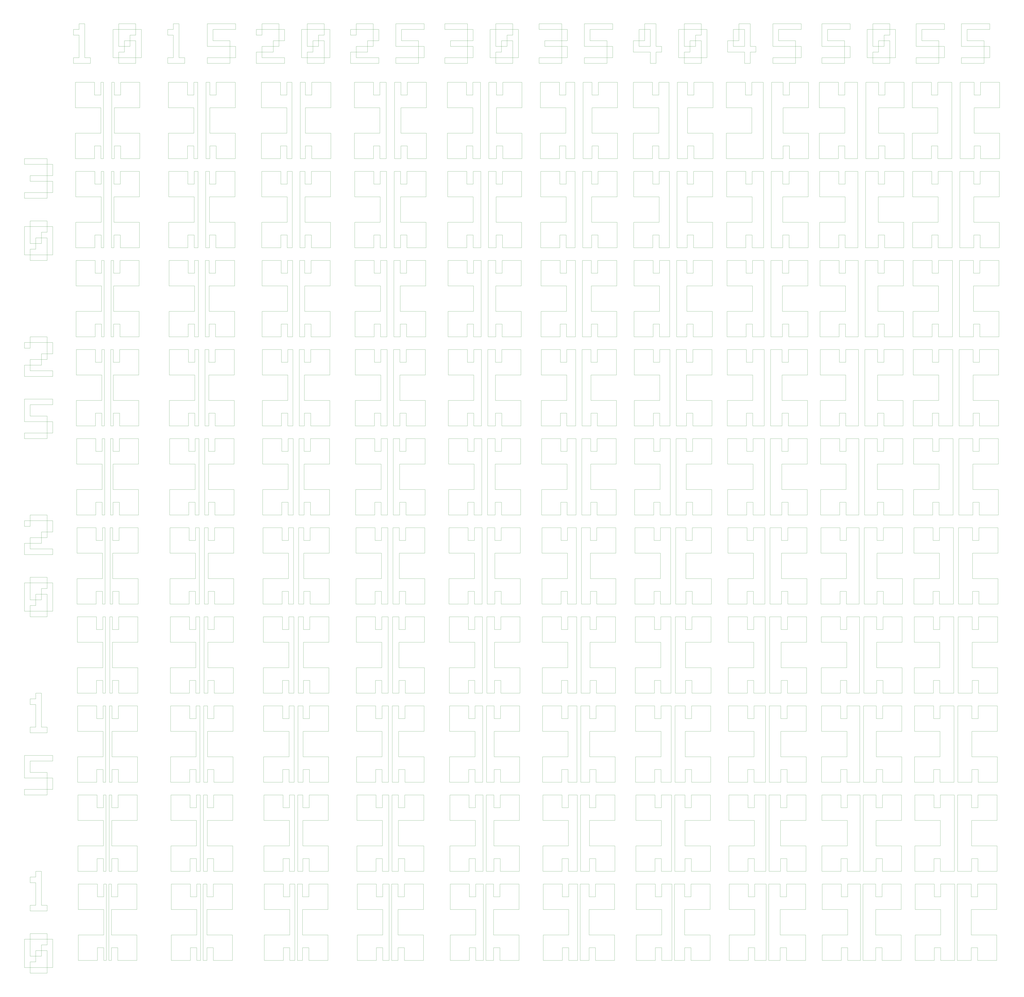
<source format=gbr>
G04 EAGLE Gerber RS-274X export*
G75*
%MOMM*%
%FSLAX34Y34*%
%LPD*%
%INTop Copper*%
%IPPOS*%
%AMOC8*
5,1,8,0,0,1.08239X$1,22.5*%
G01*
G04 Define Apertures*
%ADD10C,0.152400*%
D10*
X-6569075Y-4363156D02*
X-6569075Y-4080933D01*
X-6512631Y-4080933D01*
X-6512631Y-4363156D02*
X-6512631Y-4419600D01*
X-6512631Y-4363156D02*
X-6569075Y-4363156D01*
X-6512631Y-4363156D02*
X-6343297Y-4363156D01*
X-6512631Y-4363156D02*
X-6512631Y-4306711D01*
X-6512631Y-4250267D02*
X-6456186Y-4250267D01*
X-6512631Y-4250267D02*
X-6512631Y-4080933D01*
X-6512631Y-4024489D01*
X-6343297Y-4024489D01*
X-6456186Y-4306711D02*
X-6512631Y-4306711D01*
X-6456186Y-4306711D02*
X-6456186Y-4250267D01*
X-6456186Y-4193822D01*
X-6399742Y-4193822D01*
X-6399742Y-4250267D02*
X-6456186Y-4250267D01*
X-6399742Y-4250267D02*
X-6399742Y-4193822D01*
X-6399742Y-4137378D01*
X-6343297Y-4137378D01*
X-6343297Y-4419600D02*
X-6512631Y-4419600D01*
X-6343297Y-4419600D02*
X-6343297Y-4363156D01*
X-6343297Y-4193822D01*
X-6399742Y-4193822D01*
X-6343297Y-4137378D02*
X-6343297Y-4080933D01*
X-6512631Y-4080933D01*
X-6343297Y-4080933D02*
X-6286853Y-4080933D01*
X-6343297Y-4080933D02*
X-6343297Y-4024489D01*
X-6343297Y-4363156D02*
X-6286853Y-4363156D01*
X-6286853Y-4080933D01*
X-6569075Y-2641600D02*
X-6569075Y-2585156D01*
X-6343297Y-2585156D01*
X-6343297Y-2641600D02*
X-6569075Y-2641600D01*
X-6343297Y-2641600D02*
X-6343297Y-2585156D01*
X-6343297Y-2472267D01*
X-6569075Y-2472267D02*
X-6569075Y-2246489D01*
X-6286853Y-2246489D01*
X-6343297Y-2472267D02*
X-6569075Y-2472267D01*
X-6343297Y-2472267D02*
X-6286853Y-2472267D01*
X-6343297Y-2415822D02*
X-6512631Y-2415822D01*
X-6512631Y-2302933D01*
X-6343297Y-2415822D02*
X-6343297Y-2472267D01*
X-6343297Y-2585156D02*
X-6286853Y-2585156D01*
X-6286853Y-2472267D01*
X-6286853Y-2302933D02*
X-6512631Y-2302933D01*
X-6286853Y-2302933D02*
X-6286853Y-2246489D01*
X-6569075Y-807156D02*
X-6569075Y-524933D01*
X-6512631Y-524933D01*
X-6512631Y-807156D02*
X-6512631Y-863600D01*
X-6512631Y-807156D02*
X-6569075Y-807156D01*
X-6512631Y-807156D02*
X-6343297Y-807156D01*
X-6512631Y-807156D02*
X-6512631Y-750711D01*
X-6512631Y-694267D02*
X-6456186Y-694267D01*
X-6512631Y-694267D02*
X-6512631Y-524933D01*
X-6512631Y-468489D01*
X-6343297Y-468489D01*
X-6456186Y-750711D02*
X-6512631Y-750711D01*
X-6456186Y-750711D02*
X-6456186Y-694267D01*
X-6456186Y-637822D01*
X-6399742Y-637822D01*
X-6399742Y-694267D02*
X-6456186Y-694267D01*
X-6399742Y-694267D02*
X-6399742Y-637822D01*
X-6399742Y-581378D01*
X-6343297Y-581378D01*
X-6343297Y-863600D02*
X-6512631Y-863600D01*
X-6343297Y-863600D02*
X-6343297Y-807156D01*
X-6343297Y-637822D01*
X-6399742Y-637822D01*
X-6343297Y-581378D02*
X-6343297Y-524933D01*
X-6512631Y-524933D01*
X-6343297Y-524933D02*
X-6286853Y-524933D01*
X-6343297Y-524933D02*
X-6343297Y-468489D01*
X-6343297Y-807156D02*
X-6286853Y-807156D01*
X-6286853Y-524933D01*
X-6569075Y-242711D02*
X-6569075Y-129822D01*
X-6512631Y-129822D01*
X-6512631Y-186267D02*
X-6286853Y-186267D01*
X-6512631Y-186267D02*
X-6512631Y-129822D01*
X-6512631Y-73378D01*
X-6399742Y-73378D01*
X-6399742Y-129822D02*
X-6512631Y-129822D01*
X-6399742Y-129822D02*
X-6399742Y-73378D01*
X-6399742Y-16933D01*
X-6343297Y-16933D01*
X-6343297Y-73378D02*
X-6399742Y-73378D01*
X-6343297Y-73378D02*
X-6343297Y-16933D01*
X-6343297Y95956D01*
X-6569075Y95956D02*
X-6569075Y39511D01*
X-6569075Y95956D02*
X-6512631Y95956D01*
X-6512631Y39511D02*
X-6569075Y39511D01*
X-6512631Y39511D02*
X-6512631Y95956D01*
X-6512631Y152400D01*
X-6343297Y152400D01*
X-6343297Y95956D02*
X-6512631Y95956D01*
X-6343297Y95956D02*
X-6286853Y95956D01*
X-6343297Y95956D02*
X-6343297Y152400D01*
X-6286853Y-242711D02*
X-6569075Y-242711D01*
X-6286853Y-242711D02*
X-6286853Y-186267D01*
X-6286853Y-16933D02*
X-6343297Y-16933D01*
X-6286853Y-16933D02*
X-6286853Y95956D01*
X-6569075Y914400D02*
X-6569075Y970844D01*
X-6343297Y970844D01*
X-6343297Y914400D02*
X-6569075Y914400D01*
X-6343297Y914400D02*
X-6343297Y970844D01*
X-6343297Y1083733D01*
X-6569075Y1083733D02*
X-6569075Y1309511D01*
X-6286853Y1309511D01*
X-6343297Y1083733D02*
X-6569075Y1083733D01*
X-6343297Y1083733D02*
X-6286853Y1083733D01*
X-6343297Y1140178D02*
X-6512631Y1140178D01*
X-6512631Y1253067D01*
X-6343297Y1140178D02*
X-6343297Y1083733D01*
X-6343297Y970844D02*
X-6286853Y970844D01*
X-6286853Y1083733D01*
X-6286853Y1253067D02*
X-6512631Y1253067D01*
X-6286853Y1253067D02*
X-6286853Y1309511D01*
X-6569075Y1535289D02*
X-6569075Y1648178D01*
X-6512631Y1648178D01*
X-6512631Y1591733D02*
X-6286853Y1591733D01*
X-6512631Y1591733D02*
X-6512631Y1648178D01*
X-6512631Y1704622D01*
X-6399742Y1704622D01*
X-6399742Y1648178D02*
X-6512631Y1648178D01*
X-6399742Y1648178D02*
X-6399742Y1704622D01*
X-6399742Y1761067D01*
X-6343297Y1761067D01*
X-6343297Y1704622D02*
X-6399742Y1704622D01*
X-6343297Y1704622D02*
X-6343297Y1761067D01*
X-6343297Y1873956D01*
X-6569075Y1873956D02*
X-6569075Y1817511D01*
X-6569075Y1873956D02*
X-6512631Y1873956D01*
X-6512631Y1817511D02*
X-6569075Y1817511D01*
X-6512631Y1817511D02*
X-6512631Y1873956D01*
X-6512631Y1930400D01*
X-6343297Y1930400D01*
X-6343297Y1873956D02*
X-6512631Y1873956D01*
X-6343297Y1873956D02*
X-6286853Y1873956D01*
X-6343297Y1873956D02*
X-6343297Y1930400D01*
X-6286853Y1535289D02*
X-6569075Y1535289D01*
X-6286853Y1535289D02*
X-6286853Y1591733D01*
X-6286853Y1761067D02*
X-6343297Y1761067D01*
X-6286853Y1761067D02*
X-6286853Y1873956D01*
X-6569075Y2748844D02*
X-6569075Y3031067D01*
X-6512631Y3031067D01*
X-6512631Y2748844D02*
X-6512631Y2692400D01*
X-6512631Y2748844D02*
X-6569075Y2748844D01*
X-6512631Y2748844D02*
X-6343297Y2748844D01*
X-6512631Y2748844D02*
X-6512631Y2805289D01*
X-6512631Y2861733D02*
X-6456186Y2861733D01*
X-6512631Y2861733D02*
X-6512631Y3031067D01*
X-6512631Y3087511D01*
X-6343297Y3087511D01*
X-6456186Y2805289D02*
X-6512631Y2805289D01*
X-6456186Y2805289D02*
X-6456186Y2861733D01*
X-6456186Y2918178D01*
X-6399742Y2918178D01*
X-6399742Y2861733D02*
X-6456186Y2861733D01*
X-6399742Y2861733D02*
X-6399742Y2918178D01*
X-6399742Y2974622D01*
X-6343297Y2974622D01*
X-6343297Y2692400D02*
X-6512631Y2692400D01*
X-6343297Y2692400D02*
X-6343297Y2748844D01*
X-6343297Y2918178D01*
X-6399742Y2918178D01*
X-6343297Y2974622D02*
X-6343297Y3031067D01*
X-6512631Y3031067D01*
X-6343297Y3031067D02*
X-6286853Y3031067D01*
X-6343297Y3031067D02*
X-6343297Y3087511D01*
X-6343297Y2748844D02*
X-6286853Y2748844D01*
X-6286853Y3031067D01*
X-6569075Y3313289D02*
X-6569075Y3369733D01*
X-6343297Y3369733D01*
X-6343297Y3313289D02*
X-6569075Y3313289D01*
X-6343297Y3313289D02*
X-6343297Y3369733D01*
X-6343297Y3482622D01*
X-6512631Y3482622D02*
X-6512631Y3539067D01*
X-6343297Y3539067D01*
X-6343297Y3482622D02*
X-6512631Y3482622D01*
X-6343297Y3482622D02*
X-6286853Y3482622D01*
X-6343297Y3482622D02*
X-6343297Y3539067D01*
X-6343297Y3651956D01*
X-6569075Y3651956D02*
X-6569075Y3708400D01*
X-6343297Y3708400D01*
X-6343297Y3651956D02*
X-6569075Y3651956D01*
X-6343297Y3651956D02*
X-6286853Y3651956D01*
X-6343297Y3651956D02*
X-6343297Y3708400D01*
X-6343297Y3369733D02*
X-6286853Y3369733D01*
X-6286853Y3482622D01*
X-6286853Y3539067D02*
X-6343297Y3539067D01*
X-6286853Y3539067D02*
X-6286853Y3651956D01*
X-6512631Y-3742267D02*
X-6512631Y-3798711D01*
X-6512631Y-3742267D02*
X-6456186Y-3742267D01*
X-6456186Y-3516489D01*
X-6512631Y-3516489D02*
X-6512631Y-3460044D01*
X-6456186Y-3460044D01*
X-6456186Y-3516489D02*
X-6512631Y-3516489D01*
X-6456186Y-3460044D02*
X-6456186Y-3403600D01*
X-6399742Y-3403600D01*
X-6399742Y-3742267D02*
X-6343297Y-3742267D01*
X-6399742Y-3742267D02*
X-6399742Y-3403600D01*
X-6343297Y-3798711D02*
X-6512631Y-3798711D01*
X-6343297Y-3798711D02*
X-6343297Y-3742267D01*
X-6512631Y-2020711D02*
X-6512631Y-1964267D01*
X-6456186Y-1964267D01*
X-6456186Y-1738489D01*
X-6512631Y-1738489D02*
X-6512631Y-1682044D01*
X-6456186Y-1682044D01*
X-6456186Y-1738489D02*
X-6512631Y-1738489D01*
X-6456186Y-1682044D02*
X-6456186Y-1625600D01*
X-6399742Y-1625600D01*
X-6399742Y-1964267D02*
X-6343297Y-1964267D01*
X-6399742Y-1964267D02*
X-6399742Y-1625600D01*
X-6343297Y-2020711D02*
X-6512631Y-2020711D01*
X-6343297Y-2020711D02*
X-6343297Y-1964267D01*
X-6080831Y4659489D02*
X-6080831Y4715933D01*
X-6024386Y4715933D01*
X-6024386Y4941711D01*
X-6080831Y4941711D02*
X-6080831Y4998156D01*
X-6024386Y4998156D01*
X-6024386Y4941711D02*
X-6080831Y4941711D01*
X-6024386Y4998156D02*
X-6024386Y5054600D01*
X-5967942Y5054600D01*
X-5967942Y4715933D02*
X-5911497Y4715933D01*
X-5967942Y4715933D02*
X-5967942Y5054600D01*
X-5911497Y4659489D02*
X-6080831Y4659489D01*
X-5911497Y4659489D02*
X-5911497Y4715933D01*
X-6061075Y3962400D02*
X-6061075Y3708400D01*
X-6061075Y3962400D02*
X-5807075Y3962400D01*
X-5870575Y3708400D02*
X-6061075Y3708400D01*
X-5870575Y3708400D02*
X-5870575Y3835400D01*
X-5807075Y3835400D02*
X-5807075Y3708400D01*
X-5807075Y3835400D02*
X-5870575Y3835400D01*
X-5807075Y3962400D02*
X-5807075Y4216400D01*
X-6061075Y4216400D02*
X-6061075Y4470400D01*
X-5870575Y4470400D01*
X-5870575Y4343400D02*
X-5807075Y4343400D01*
X-5870575Y4343400D02*
X-5870575Y4470400D01*
X-5807075Y4216400D02*
X-6061075Y4216400D01*
X-5807075Y4343400D02*
X-5807075Y4470400D01*
X-5781675Y4470400D01*
X-5781675Y3708400D02*
X-5807075Y3708400D01*
X-5781675Y3708400D02*
X-5781675Y4470400D01*
X-6057900Y3073400D02*
X-6057900Y2819400D01*
X-6057900Y3073400D02*
X-5803900Y3073400D01*
X-5867400Y2819400D02*
X-6057900Y2819400D01*
X-5867400Y2819400D02*
X-5867400Y2946400D01*
X-5803900Y2946400D02*
X-5803900Y2819400D01*
X-5803900Y2946400D02*
X-5867400Y2946400D01*
X-5803900Y3073400D02*
X-5803900Y3327400D01*
X-6057900Y3327400D02*
X-6057900Y3581400D01*
X-5867400Y3581400D01*
X-5867400Y3454400D02*
X-5803900Y3454400D01*
X-5867400Y3454400D02*
X-5867400Y3581400D01*
X-5803900Y3327400D02*
X-6057900Y3327400D01*
X-5803900Y3454400D02*
X-5803900Y3581400D01*
X-5778500Y3581400D01*
X-5778500Y2819400D02*
X-5803900Y2819400D01*
X-5778500Y2819400D02*
X-5778500Y3581400D01*
X-6054725Y2184400D02*
X-6054725Y1930400D01*
X-6054725Y2184400D02*
X-5800725Y2184400D01*
X-5864225Y1930400D02*
X-6054725Y1930400D01*
X-5864225Y1930400D02*
X-5864225Y2057400D01*
X-5800725Y2057400D02*
X-5800725Y1930400D01*
X-5800725Y2057400D02*
X-5864225Y2057400D01*
X-5800725Y2184400D02*
X-5800725Y2438400D01*
X-6054725Y2438400D02*
X-6054725Y2692400D01*
X-5864225Y2692400D01*
X-5864225Y2565400D02*
X-5800725Y2565400D01*
X-5864225Y2565400D02*
X-5864225Y2692400D01*
X-5800725Y2438400D02*
X-6054725Y2438400D01*
X-5800725Y2565400D02*
X-5800725Y2692400D01*
X-5775325Y2692400D01*
X-5775325Y1930400D02*
X-5800725Y1930400D01*
X-5775325Y1930400D02*
X-5775325Y2692400D01*
X-6051550Y1295400D02*
X-6051550Y1041400D01*
X-6051550Y1295400D02*
X-5797550Y1295400D01*
X-5861050Y1041400D02*
X-6051550Y1041400D01*
X-5861050Y1041400D02*
X-5861050Y1168400D01*
X-5797550Y1168400D02*
X-5797550Y1041400D01*
X-5797550Y1168400D02*
X-5861050Y1168400D01*
X-5797550Y1295400D02*
X-5797550Y1549400D01*
X-6051550Y1549400D02*
X-6051550Y1803400D01*
X-5861050Y1803400D01*
X-5861050Y1676400D02*
X-5797550Y1676400D01*
X-5861050Y1676400D02*
X-5861050Y1803400D01*
X-5797550Y1549400D02*
X-6051550Y1549400D01*
X-5797550Y1676400D02*
X-5797550Y1803400D01*
X-5772150Y1803400D01*
X-5772150Y1041400D02*
X-5797550Y1041400D01*
X-5772150Y1041400D02*
X-5772150Y1803400D01*
X-6048375Y406400D02*
X-6048375Y152400D01*
X-6048375Y406400D02*
X-5794375Y406400D01*
X-5857875Y152400D02*
X-6048375Y152400D01*
X-5857875Y152400D02*
X-5857875Y279400D01*
X-5794375Y279400D02*
X-5794375Y152400D01*
X-5794375Y279400D02*
X-5857875Y279400D01*
X-5794375Y406400D02*
X-5794375Y660400D01*
X-6048375Y660400D02*
X-6048375Y914400D01*
X-5857875Y914400D01*
X-5857875Y787400D02*
X-5794375Y787400D01*
X-5857875Y787400D02*
X-5857875Y914400D01*
X-5794375Y660400D02*
X-6048375Y660400D01*
X-5794375Y787400D02*
X-5794375Y914400D01*
X-5768975Y914400D01*
X-5768975Y152400D02*
X-5794375Y152400D01*
X-5768975Y152400D02*
X-5768975Y914400D01*
X-6045200Y-482600D02*
X-6045200Y-736600D01*
X-6045200Y-482600D02*
X-5791200Y-482600D01*
X-5854700Y-736600D02*
X-6045200Y-736600D01*
X-5854700Y-736600D02*
X-5854700Y-609600D01*
X-5791200Y-609600D02*
X-5791200Y-736600D01*
X-5791200Y-609600D02*
X-5854700Y-609600D01*
X-5791200Y-482600D02*
X-5791200Y-228600D01*
X-6045200Y-228600D02*
X-6045200Y25400D01*
X-5854700Y25400D01*
X-5854700Y-101600D02*
X-5791200Y-101600D01*
X-5854700Y-101600D02*
X-5854700Y25400D01*
X-5791200Y-228600D02*
X-6045200Y-228600D01*
X-5791200Y-101600D02*
X-5791200Y25400D01*
X-5765800Y25400D01*
X-5765800Y-736600D02*
X-5791200Y-736600D01*
X-5765800Y-736600D02*
X-5765800Y25400D01*
X-6042025Y-1371600D02*
X-6042025Y-1625600D01*
X-6042025Y-1371600D02*
X-5788025Y-1371600D01*
X-5851525Y-1625600D02*
X-6042025Y-1625600D01*
X-5851525Y-1625600D02*
X-5851525Y-1498600D01*
X-5788025Y-1498600D02*
X-5788025Y-1625600D01*
X-5788025Y-1498600D02*
X-5851525Y-1498600D01*
X-5788025Y-1371600D02*
X-5788025Y-1117600D01*
X-6042025Y-1117600D02*
X-6042025Y-863600D01*
X-5851525Y-863600D01*
X-5851525Y-990600D02*
X-5788025Y-990600D01*
X-5851525Y-990600D02*
X-5851525Y-863600D01*
X-5788025Y-1117600D02*
X-6042025Y-1117600D01*
X-5788025Y-990600D02*
X-5788025Y-863600D01*
X-5762625Y-863600D01*
X-5762625Y-1625600D02*
X-5788025Y-1625600D01*
X-5762625Y-1625600D02*
X-5762625Y-863600D01*
X-6038850Y-2260600D02*
X-6038850Y-2514600D01*
X-6038850Y-2260600D02*
X-5784850Y-2260600D01*
X-5848350Y-2514600D02*
X-6038850Y-2514600D01*
X-5848350Y-2514600D02*
X-5848350Y-2387600D01*
X-5784850Y-2387600D02*
X-5784850Y-2514600D01*
X-5784850Y-2387600D02*
X-5848350Y-2387600D01*
X-5784850Y-2260600D02*
X-5784850Y-2006600D01*
X-6038850Y-2006600D02*
X-6038850Y-1752600D01*
X-5848350Y-1752600D01*
X-5848350Y-1879600D02*
X-5784850Y-1879600D01*
X-5848350Y-1879600D02*
X-5848350Y-1752600D01*
X-5784850Y-2006600D02*
X-6038850Y-2006600D01*
X-5784850Y-1879600D02*
X-5784850Y-1752600D01*
X-5759450Y-1752600D01*
X-5759450Y-2514600D02*
X-5784850Y-2514600D01*
X-5759450Y-2514600D02*
X-5759450Y-1752600D01*
X-6035675Y-3149600D02*
X-6035675Y-3403600D01*
X-6035675Y-3149600D02*
X-5781675Y-3149600D01*
X-5845175Y-3403600D02*
X-6035675Y-3403600D01*
X-5845175Y-3403600D02*
X-5845175Y-3276600D01*
X-5781675Y-3276600D02*
X-5781675Y-3403600D01*
X-5781675Y-3276600D02*
X-5845175Y-3276600D01*
X-5781675Y-3149600D02*
X-5781675Y-2895600D01*
X-6035675Y-2895600D02*
X-6035675Y-2641600D01*
X-5845175Y-2641600D01*
X-5845175Y-2768600D02*
X-5781675Y-2768600D01*
X-5845175Y-2768600D02*
X-5845175Y-2641600D01*
X-5781675Y-2895600D02*
X-6035675Y-2895600D01*
X-5781675Y-2768600D02*
X-5781675Y-2641600D01*
X-5756275Y-2641600D01*
X-5756275Y-3403600D02*
X-5781675Y-3403600D01*
X-5756275Y-3403600D02*
X-5756275Y-2641600D01*
X-6032500Y-4038600D02*
X-6032500Y-4292600D01*
X-6032500Y-4038600D02*
X-5778500Y-4038600D01*
X-5842000Y-4292600D02*
X-6032500Y-4292600D01*
X-5842000Y-4292600D02*
X-5842000Y-4165600D01*
X-5778500Y-4165600D02*
X-5778500Y-4292600D01*
X-5778500Y-4165600D02*
X-5842000Y-4165600D01*
X-5778500Y-4038600D02*
X-5778500Y-3784600D01*
X-6032500Y-3784600D02*
X-6032500Y-3530600D01*
X-5842000Y-3530600D01*
X-5842000Y-3657600D02*
X-5778500Y-3657600D01*
X-5842000Y-3657600D02*
X-5842000Y-3530600D01*
X-5778500Y-3784600D02*
X-6032500Y-3784600D01*
X-5778500Y-3657600D02*
X-5778500Y-3530600D01*
X-5753100Y-3530600D01*
X-5753100Y-4292600D02*
X-5778500Y-4292600D01*
X-5753100Y-4292600D02*
X-5753100Y-3530600D01*
X-5727700Y-3530600D02*
X-5727700Y-4292600D01*
X-5727700Y-3530600D02*
X-5702300Y-3530600D01*
X-5702300Y-4292600D02*
X-5727700Y-4292600D01*
X-5702300Y-4292600D02*
X-5702300Y-4165600D01*
X-5702300Y-3657600D02*
X-5638800Y-3657600D01*
X-5702300Y-3657600D02*
X-5702300Y-3530600D01*
X-5638800Y-4165600D02*
X-5638800Y-4292600D01*
X-5638800Y-4165600D02*
X-5702300Y-4165600D01*
X-5638800Y-3657600D02*
X-5638800Y-3530600D01*
X-5448300Y-3530600D01*
X-5448300Y-4292600D02*
X-5638800Y-4292600D01*
X-5702300Y-4038600D02*
X-5448300Y-4038600D01*
X-5702300Y-4038600D02*
X-5702300Y-3784600D01*
X-5448300Y-4038600D02*
X-5448300Y-4292600D01*
X-5448300Y-3784600D02*
X-5702300Y-3784600D01*
X-5448300Y-3784600D02*
X-5448300Y-3530600D01*
X-5724525Y-3403600D02*
X-5724525Y-2641600D01*
X-5699125Y-2641600D01*
X-5699125Y-3403600D02*
X-5724525Y-3403600D01*
X-5699125Y-3403600D02*
X-5699125Y-3276600D01*
X-5699125Y-2768600D02*
X-5635625Y-2768600D01*
X-5699125Y-2768600D02*
X-5699125Y-2641600D01*
X-5635625Y-3276600D02*
X-5635625Y-3403600D01*
X-5635625Y-3276600D02*
X-5699125Y-3276600D01*
X-5635625Y-2768600D02*
X-5635625Y-2641600D01*
X-5445125Y-2641600D01*
X-5445125Y-3403600D02*
X-5635625Y-3403600D01*
X-5699125Y-3149600D02*
X-5445125Y-3149600D01*
X-5699125Y-3149600D02*
X-5699125Y-2895600D01*
X-5445125Y-3149600D02*
X-5445125Y-3403600D01*
X-5445125Y-2895600D02*
X-5699125Y-2895600D01*
X-5445125Y-2895600D02*
X-5445125Y-2641600D01*
X-5721350Y-2514600D02*
X-5721350Y-1752600D01*
X-5695950Y-1752600D01*
X-5695950Y-2514600D02*
X-5721350Y-2514600D01*
X-5695950Y-2514600D02*
X-5695950Y-2387600D01*
X-5695950Y-1879600D02*
X-5632450Y-1879600D01*
X-5695950Y-1879600D02*
X-5695950Y-1752600D01*
X-5632450Y-2387600D02*
X-5632450Y-2514600D01*
X-5632450Y-2387600D02*
X-5695950Y-2387600D01*
X-5632450Y-1879600D02*
X-5632450Y-1752600D01*
X-5441950Y-1752600D01*
X-5441950Y-2514600D02*
X-5632450Y-2514600D01*
X-5695950Y-2260600D02*
X-5441950Y-2260600D01*
X-5695950Y-2260600D02*
X-5695950Y-2006600D01*
X-5441950Y-2260600D02*
X-5441950Y-2514600D01*
X-5441950Y-2006600D02*
X-5695950Y-2006600D01*
X-5441950Y-2006600D02*
X-5441950Y-1752600D01*
X-5718175Y-1625600D02*
X-5718175Y-863600D01*
X-5692775Y-863600D01*
X-5692775Y-1625600D02*
X-5718175Y-1625600D01*
X-5692775Y-1625600D02*
X-5692775Y-1498600D01*
X-5692775Y-990600D02*
X-5629275Y-990600D01*
X-5692775Y-990600D02*
X-5692775Y-863600D01*
X-5629275Y-1498600D02*
X-5629275Y-1625600D01*
X-5629275Y-1498600D02*
X-5692775Y-1498600D01*
X-5629275Y-990600D02*
X-5629275Y-863600D01*
X-5438775Y-863600D01*
X-5438775Y-1625600D02*
X-5629275Y-1625600D01*
X-5692775Y-1371600D02*
X-5438775Y-1371600D01*
X-5692775Y-1371600D02*
X-5692775Y-1117600D01*
X-5438775Y-1371600D02*
X-5438775Y-1625600D01*
X-5438775Y-1117600D02*
X-5692775Y-1117600D01*
X-5438775Y-1117600D02*
X-5438775Y-863600D01*
X-5715000Y-736600D02*
X-5715000Y25400D01*
X-5689600Y25400D01*
X-5689600Y-736600D02*
X-5715000Y-736600D01*
X-5689600Y-736600D02*
X-5689600Y-609600D01*
X-5689600Y-101600D02*
X-5626100Y-101600D01*
X-5689600Y-101600D02*
X-5689600Y25400D01*
X-5626100Y-609600D02*
X-5626100Y-736600D01*
X-5626100Y-609600D02*
X-5689600Y-609600D01*
X-5626100Y-101600D02*
X-5626100Y25400D01*
X-5435600Y25400D01*
X-5435600Y-736600D02*
X-5626100Y-736600D01*
X-5689600Y-482600D02*
X-5435600Y-482600D01*
X-5689600Y-482600D02*
X-5689600Y-228600D01*
X-5435600Y-482600D02*
X-5435600Y-736600D01*
X-5435600Y-228600D02*
X-5689600Y-228600D01*
X-5435600Y-228600D02*
X-5435600Y25400D01*
X-5711825Y152400D02*
X-5711825Y914400D01*
X-5686425Y914400D01*
X-5686425Y152400D02*
X-5711825Y152400D01*
X-5686425Y152400D02*
X-5686425Y279400D01*
X-5686425Y787400D02*
X-5622925Y787400D01*
X-5686425Y787400D02*
X-5686425Y914400D01*
X-5622925Y279400D02*
X-5622925Y152400D01*
X-5622925Y279400D02*
X-5686425Y279400D01*
X-5622925Y787400D02*
X-5622925Y914400D01*
X-5432425Y914400D01*
X-5432425Y152400D02*
X-5622925Y152400D01*
X-5686425Y406400D02*
X-5432425Y406400D01*
X-5686425Y406400D02*
X-5686425Y660400D01*
X-5432425Y406400D02*
X-5432425Y152400D01*
X-5432425Y660400D02*
X-5686425Y660400D01*
X-5432425Y660400D02*
X-5432425Y914400D01*
X-5708650Y1041400D02*
X-5708650Y1803400D01*
X-5683250Y1803400D01*
X-5683250Y1041400D02*
X-5708650Y1041400D01*
X-5683250Y1041400D02*
X-5683250Y1168400D01*
X-5683250Y1676400D02*
X-5619750Y1676400D01*
X-5683250Y1676400D02*
X-5683250Y1803400D01*
X-5619750Y1168400D02*
X-5619750Y1041400D01*
X-5619750Y1168400D02*
X-5683250Y1168400D01*
X-5619750Y1676400D02*
X-5619750Y1803400D01*
X-5429250Y1803400D01*
X-5429250Y1041400D02*
X-5619750Y1041400D01*
X-5683250Y1295400D02*
X-5429250Y1295400D01*
X-5683250Y1295400D02*
X-5683250Y1549400D01*
X-5429250Y1295400D02*
X-5429250Y1041400D01*
X-5429250Y1549400D02*
X-5683250Y1549400D01*
X-5429250Y1549400D02*
X-5429250Y1803400D01*
X-5705475Y1930400D02*
X-5705475Y2692400D01*
X-5680075Y2692400D01*
X-5680075Y1930400D02*
X-5705475Y1930400D01*
X-5680075Y1930400D02*
X-5680075Y2057400D01*
X-5680075Y2565400D02*
X-5616575Y2565400D01*
X-5680075Y2565400D02*
X-5680075Y2692400D01*
X-5616575Y2057400D02*
X-5616575Y1930400D01*
X-5616575Y2057400D02*
X-5680075Y2057400D01*
X-5616575Y2565400D02*
X-5616575Y2692400D01*
X-5426075Y2692400D01*
X-5426075Y1930400D02*
X-5616575Y1930400D01*
X-5680075Y2184400D02*
X-5426075Y2184400D01*
X-5680075Y2184400D02*
X-5680075Y2438400D01*
X-5426075Y2184400D02*
X-5426075Y1930400D01*
X-5426075Y2438400D02*
X-5680075Y2438400D01*
X-5426075Y2438400D02*
X-5426075Y2692400D01*
X-5702300Y2819400D02*
X-5702300Y3581400D01*
X-5676900Y3581400D01*
X-5676900Y2819400D02*
X-5702300Y2819400D01*
X-5676900Y2819400D02*
X-5676900Y2946400D01*
X-5676900Y3454400D02*
X-5613400Y3454400D01*
X-5676900Y3454400D02*
X-5676900Y3581400D01*
X-5613400Y2946400D02*
X-5613400Y2819400D01*
X-5613400Y2946400D02*
X-5676900Y2946400D01*
X-5613400Y3454400D02*
X-5613400Y3581400D01*
X-5422900Y3581400D01*
X-5422900Y2819400D02*
X-5613400Y2819400D01*
X-5676900Y3073400D02*
X-5422900Y3073400D01*
X-5676900Y3073400D02*
X-5676900Y3327400D01*
X-5422900Y3073400D02*
X-5422900Y2819400D01*
X-5422900Y3327400D02*
X-5676900Y3327400D01*
X-5422900Y3327400D02*
X-5422900Y3581400D01*
X-5699125Y3708400D02*
X-5699125Y4470400D01*
X-5673725Y4470400D01*
X-5673725Y3708400D02*
X-5699125Y3708400D01*
X-5673725Y3708400D02*
X-5673725Y3835400D01*
X-5673725Y4343400D02*
X-5610225Y4343400D01*
X-5673725Y4343400D02*
X-5673725Y4470400D01*
X-5610225Y3835400D02*
X-5610225Y3708400D01*
X-5610225Y3835400D02*
X-5673725Y3835400D01*
X-5610225Y4343400D02*
X-5610225Y4470400D01*
X-5419725Y4470400D01*
X-5419725Y3708400D02*
X-5610225Y3708400D01*
X-5673725Y3962400D02*
X-5419725Y3962400D01*
X-5673725Y3962400D02*
X-5673725Y4216400D01*
X-5419725Y3962400D02*
X-5419725Y3708400D01*
X-5419725Y4216400D02*
X-5673725Y4216400D01*
X-5419725Y4216400D02*
X-5419725Y4470400D01*
X-5685719Y4715933D02*
X-5685719Y4998156D01*
X-5629275Y4998156D01*
X-5629275Y4715933D02*
X-5629275Y4659489D01*
X-5629275Y4715933D02*
X-5685719Y4715933D01*
X-5629275Y4715933D02*
X-5459942Y4715933D01*
X-5629275Y4715933D02*
X-5629275Y4772378D01*
X-5629275Y4828822D02*
X-5572831Y4828822D01*
X-5629275Y4828822D02*
X-5629275Y4998156D01*
X-5629275Y5054600D01*
X-5459942Y5054600D01*
X-5572831Y4772378D02*
X-5629275Y4772378D01*
X-5572831Y4772378D02*
X-5572831Y4828822D01*
X-5572831Y4885267D01*
X-5516386Y4885267D01*
X-5516386Y4828822D02*
X-5572831Y4828822D01*
X-5516386Y4828822D02*
X-5516386Y4885267D01*
X-5516386Y4941711D01*
X-5459942Y4941711D01*
X-5459942Y4659489D02*
X-5629275Y4659489D01*
X-5459942Y4659489D02*
X-5459942Y4715933D01*
X-5459942Y4885267D01*
X-5516386Y4885267D01*
X-5459942Y4941711D02*
X-5459942Y4998156D01*
X-5629275Y4998156D01*
X-5459942Y4998156D02*
X-5403497Y4998156D01*
X-5459942Y4998156D02*
X-5459942Y5054600D01*
X-5459942Y4715933D02*
X-5403497Y4715933D01*
X-5403497Y4998156D01*
X-5141031Y4715933D02*
X-5141031Y4659489D01*
X-5141031Y4715933D02*
X-5084586Y4715933D01*
X-5084586Y4941711D01*
X-5141031Y4941711D02*
X-5141031Y4998156D01*
X-5084586Y4998156D01*
X-5084586Y4941711D02*
X-5141031Y4941711D01*
X-5084586Y4998156D02*
X-5084586Y5054600D01*
X-5028142Y5054600D01*
X-5028142Y4715933D02*
X-4971697Y4715933D01*
X-5028142Y4715933D02*
X-5028142Y5054600D01*
X-4971697Y4659489D02*
X-5141031Y4659489D01*
X-4971697Y4659489D02*
X-4971697Y4715933D01*
X-5133975Y3962400D02*
X-5133975Y3708400D01*
X-5133975Y3962400D02*
X-4879975Y3962400D01*
X-4943475Y3708400D02*
X-5133975Y3708400D01*
X-4943475Y3708400D02*
X-4943475Y3835400D01*
X-4879975Y3835400D02*
X-4879975Y3708400D01*
X-4879975Y3835400D02*
X-4943475Y3835400D01*
X-4879975Y3962400D02*
X-4879975Y4216400D01*
X-5133975Y4216400D02*
X-5133975Y4470400D01*
X-4943475Y4470400D01*
X-4943475Y4343400D02*
X-4879975Y4343400D01*
X-4943475Y4343400D02*
X-4943475Y4470400D01*
X-4879975Y4216400D02*
X-5133975Y4216400D01*
X-4879975Y4343400D02*
X-4879975Y4470400D01*
X-4841875Y4470400D01*
X-4841875Y3708400D02*
X-4879975Y3708400D01*
X-4841875Y3708400D02*
X-4841875Y4470400D01*
X-5130800Y3073400D02*
X-5130800Y2819400D01*
X-5130800Y3073400D02*
X-4876800Y3073400D01*
X-4940300Y2819400D02*
X-5130800Y2819400D01*
X-4940300Y2819400D02*
X-4940300Y2946400D01*
X-4876800Y2946400D02*
X-4876800Y2819400D01*
X-4876800Y2946400D02*
X-4940300Y2946400D01*
X-4876800Y3073400D02*
X-4876800Y3327400D01*
X-5130800Y3327400D02*
X-5130800Y3581400D01*
X-4940300Y3581400D01*
X-4940300Y3454400D02*
X-4876800Y3454400D01*
X-4940300Y3454400D02*
X-4940300Y3581400D01*
X-4876800Y3327400D02*
X-5130800Y3327400D01*
X-4876800Y3454400D02*
X-4876800Y3581400D01*
X-4838700Y3581400D01*
X-4838700Y2819400D02*
X-4876800Y2819400D01*
X-4838700Y2819400D02*
X-4838700Y3581400D01*
X-5127625Y2184400D02*
X-5127625Y1930400D01*
X-5127625Y2184400D02*
X-4873625Y2184400D01*
X-4937125Y1930400D02*
X-5127625Y1930400D01*
X-4937125Y1930400D02*
X-4937125Y2057400D01*
X-4873625Y2057400D02*
X-4873625Y1930400D01*
X-4873625Y2057400D02*
X-4937125Y2057400D01*
X-4873625Y2184400D02*
X-4873625Y2438400D01*
X-5127625Y2438400D02*
X-5127625Y2692400D01*
X-4937125Y2692400D01*
X-4937125Y2565400D02*
X-4873625Y2565400D01*
X-4937125Y2565400D02*
X-4937125Y2692400D01*
X-4873625Y2438400D02*
X-5127625Y2438400D01*
X-4873625Y2565400D02*
X-4873625Y2692400D01*
X-4835525Y2692400D01*
X-4835525Y1930400D02*
X-4873625Y1930400D01*
X-4835525Y1930400D02*
X-4835525Y2692400D01*
X-5124450Y1295400D02*
X-5124450Y1041400D01*
X-5124450Y1295400D02*
X-4870450Y1295400D01*
X-4933950Y1041400D02*
X-5124450Y1041400D01*
X-4933950Y1041400D02*
X-4933950Y1168400D01*
X-4870450Y1168400D02*
X-4870450Y1041400D01*
X-4870450Y1168400D02*
X-4933950Y1168400D01*
X-4870450Y1295400D02*
X-4870450Y1549400D01*
X-5124450Y1549400D02*
X-5124450Y1803400D01*
X-4933950Y1803400D01*
X-4933950Y1676400D02*
X-4870450Y1676400D01*
X-4933950Y1676400D02*
X-4933950Y1803400D01*
X-4870450Y1549400D02*
X-5124450Y1549400D01*
X-4870450Y1676400D02*
X-4870450Y1803400D01*
X-4832350Y1803400D01*
X-4832350Y1041400D02*
X-4870450Y1041400D01*
X-4832350Y1041400D02*
X-4832350Y1803400D01*
X-5121275Y406400D02*
X-5121275Y152400D01*
X-5121275Y406400D02*
X-4867275Y406400D01*
X-4930775Y152400D02*
X-5121275Y152400D01*
X-4930775Y152400D02*
X-4930775Y279400D01*
X-4867275Y279400D02*
X-4867275Y152400D01*
X-4867275Y279400D02*
X-4930775Y279400D01*
X-4867275Y406400D02*
X-4867275Y660400D01*
X-5121275Y660400D02*
X-5121275Y914400D01*
X-4930775Y914400D01*
X-4930775Y787400D02*
X-4867275Y787400D01*
X-4930775Y787400D02*
X-4930775Y914400D01*
X-4867275Y660400D02*
X-5121275Y660400D01*
X-4867275Y787400D02*
X-4867275Y914400D01*
X-4829175Y914400D01*
X-4829175Y152400D02*
X-4867275Y152400D01*
X-4829175Y152400D02*
X-4829175Y914400D01*
X-5118100Y-482600D02*
X-5118100Y-736600D01*
X-5118100Y-482600D02*
X-4864100Y-482600D01*
X-4927600Y-736600D02*
X-5118100Y-736600D01*
X-4927600Y-736600D02*
X-4927600Y-609600D01*
X-4864100Y-609600D02*
X-4864100Y-736600D01*
X-4864100Y-609600D02*
X-4927600Y-609600D01*
X-4864100Y-482600D02*
X-4864100Y-228600D01*
X-5118100Y-228600D02*
X-5118100Y25400D01*
X-4927600Y25400D01*
X-4927600Y-101600D02*
X-4864100Y-101600D01*
X-4927600Y-101600D02*
X-4927600Y25400D01*
X-4864100Y-228600D02*
X-5118100Y-228600D01*
X-4864100Y-101600D02*
X-4864100Y25400D01*
X-4826000Y25400D01*
X-4826000Y-736600D02*
X-4864100Y-736600D01*
X-4826000Y-736600D02*
X-4826000Y25400D01*
X-5114925Y-1371600D02*
X-5114925Y-1625600D01*
X-5114925Y-1371600D02*
X-4860925Y-1371600D01*
X-4924425Y-1625600D02*
X-5114925Y-1625600D01*
X-4924425Y-1625600D02*
X-4924425Y-1498600D01*
X-4860925Y-1498600D02*
X-4860925Y-1625600D01*
X-4860925Y-1498600D02*
X-4924425Y-1498600D01*
X-4860925Y-1371600D02*
X-4860925Y-1117600D01*
X-5114925Y-1117600D02*
X-5114925Y-863600D01*
X-4924425Y-863600D01*
X-4924425Y-990600D02*
X-4860925Y-990600D01*
X-4924425Y-990600D02*
X-4924425Y-863600D01*
X-4860925Y-1117600D02*
X-5114925Y-1117600D01*
X-4860925Y-990600D02*
X-4860925Y-863600D01*
X-4822825Y-863600D01*
X-4822825Y-1625600D02*
X-4860925Y-1625600D01*
X-4822825Y-1625600D02*
X-4822825Y-863600D01*
X-5111750Y-2260600D02*
X-5111750Y-2514600D01*
X-5111750Y-2260600D02*
X-4857750Y-2260600D01*
X-4921250Y-2514600D02*
X-5111750Y-2514600D01*
X-4921250Y-2514600D02*
X-4921250Y-2387600D01*
X-4857750Y-2387600D02*
X-4857750Y-2514600D01*
X-4857750Y-2387600D02*
X-4921250Y-2387600D01*
X-4857750Y-2260600D02*
X-4857750Y-2006600D01*
X-5111750Y-2006600D02*
X-5111750Y-1752600D01*
X-4921250Y-1752600D01*
X-4921250Y-1879600D02*
X-4857750Y-1879600D01*
X-4921250Y-1879600D02*
X-4921250Y-1752600D01*
X-4857750Y-2006600D02*
X-5111750Y-2006600D01*
X-4857750Y-1879600D02*
X-4857750Y-1752600D01*
X-4819650Y-1752600D01*
X-4819650Y-2514600D02*
X-4857750Y-2514600D01*
X-4819650Y-2514600D02*
X-4819650Y-1752600D01*
X-5108575Y-3149600D02*
X-5108575Y-3403600D01*
X-5108575Y-3149600D02*
X-4854575Y-3149600D01*
X-4918075Y-3403600D02*
X-5108575Y-3403600D01*
X-4918075Y-3403600D02*
X-4918075Y-3276600D01*
X-4854575Y-3276600D02*
X-4854575Y-3403600D01*
X-4854575Y-3276600D02*
X-4918075Y-3276600D01*
X-4854575Y-3149600D02*
X-4854575Y-2895600D01*
X-5108575Y-2895600D02*
X-5108575Y-2641600D01*
X-4918075Y-2641600D01*
X-4918075Y-2768600D02*
X-4854575Y-2768600D01*
X-4918075Y-2768600D02*
X-4918075Y-2641600D01*
X-4854575Y-2895600D02*
X-5108575Y-2895600D01*
X-4854575Y-2768600D02*
X-4854575Y-2641600D01*
X-4816475Y-2641600D01*
X-4816475Y-3403600D02*
X-4854575Y-3403600D01*
X-4816475Y-3403600D02*
X-4816475Y-2641600D01*
X-5105400Y-4038600D02*
X-5105400Y-4292600D01*
X-5105400Y-4038600D02*
X-4851400Y-4038600D01*
X-4914900Y-4292600D02*
X-5105400Y-4292600D01*
X-4914900Y-4292600D02*
X-4914900Y-4165600D01*
X-4851400Y-4165600D02*
X-4851400Y-4292600D01*
X-4851400Y-4165600D02*
X-4914900Y-4165600D01*
X-4851400Y-4038600D02*
X-4851400Y-3784600D01*
X-5105400Y-3784600D02*
X-5105400Y-3530600D01*
X-4914900Y-3530600D01*
X-4914900Y-3657600D02*
X-4851400Y-3657600D01*
X-4914900Y-3657600D02*
X-4914900Y-3530600D01*
X-4851400Y-3784600D02*
X-5105400Y-3784600D01*
X-4851400Y-3657600D02*
X-4851400Y-3530600D01*
X-4813300Y-3530600D01*
X-4813300Y-4292600D02*
X-4851400Y-4292600D01*
X-4813300Y-4292600D02*
X-4813300Y-3530600D01*
X-4787900Y-3530600D02*
X-4787900Y-4292600D01*
X-4787900Y-3530600D02*
X-4749800Y-3530600D01*
X-4749800Y-4292600D02*
X-4787900Y-4292600D01*
X-4749800Y-4292600D02*
X-4749800Y-4165600D01*
X-4749800Y-3657600D02*
X-4686300Y-3657600D01*
X-4749800Y-3657600D02*
X-4749800Y-3530600D01*
X-4686300Y-4165600D02*
X-4686300Y-4292600D01*
X-4686300Y-4165600D02*
X-4749800Y-4165600D01*
X-4686300Y-3657600D02*
X-4686300Y-3530600D01*
X-4495800Y-3530600D01*
X-4495800Y-4292600D02*
X-4686300Y-4292600D01*
X-4749800Y-4038600D02*
X-4495800Y-4038600D01*
X-4749800Y-4038600D02*
X-4749800Y-3784600D01*
X-4495800Y-4038600D02*
X-4495800Y-4292600D01*
X-4495800Y-3784600D02*
X-4749800Y-3784600D01*
X-4495800Y-3784600D02*
X-4495800Y-3530600D01*
X-4784725Y-3403600D02*
X-4784725Y-2641600D01*
X-4746625Y-2641600D01*
X-4746625Y-3403600D02*
X-4784725Y-3403600D01*
X-4746625Y-3403600D02*
X-4746625Y-3276600D01*
X-4746625Y-2768600D02*
X-4683125Y-2768600D01*
X-4746625Y-2768600D02*
X-4746625Y-2641600D01*
X-4683125Y-3276600D02*
X-4683125Y-3403600D01*
X-4683125Y-3276600D02*
X-4746625Y-3276600D01*
X-4683125Y-2768600D02*
X-4683125Y-2641600D01*
X-4492625Y-2641600D01*
X-4492625Y-3403600D02*
X-4683125Y-3403600D01*
X-4746625Y-3149600D02*
X-4492625Y-3149600D01*
X-4746625Y-3149600D02*
X-4746625Y-2895600D01*
X-4492625Y-3149600D02*
X-4492625Y-3403600D01*
X-4492625Y-2895600D02*
X-4746625Y-2895600D01*
X-4492625Y-2895600D02*
X-4492625Y-2641600D01*
X-4781550Y-2514600D02*
X-4781550Y-1752600D01*
X-4743450Y-1752600D01*
X-4743450Y-2514600D02*
X-4781550Y-2514600D01*
X-4743450Y-2514600D02*
X-4743450Y-2387600D01*
X-4743450Y-1879600D02*
X-4679950Y-1879600D01*
X-4743450Y-1879600D02*
X-4743450Y-1752600D01*
X-4679950Y-2387600D02*
X-4679950Y-2514600D01*
X-4679950Y-2387600D02*
X-4743450Y-2387600D01*
X-4679950Y-1879600D02*
X-4679950Y-1752600D01*
X-4489450Y-1752600D01*
X-4489450Y-2514600D02*
X-4679950Y-2514600D01*
X-4743450Y-2260600D02*
X-4489450Y-2260600D01*
X-4743450Y-2260600D02*
X-4743450Y-2006600D01*
X-4489450Y-2260600D02*
X-4489450Y-2514600D01*
X-4489450Y-2006600D02*
X-4743450Y-2006600D01*
X-4489450Y-2006600D02*
X-4489450Y-1752600D01*
X-4778375Y-1625600D02*
X-4778375Y-863600D01*
X-4740275Y-863600D01*
X-4740275Y-1625600D02*
X-4778375Y-1625600D01*
X-4740275Y-1625600D02*
X-4740275Y-1498600D01*
X-4740275Y-990600D02*
X-4676775Y-990600D01*
X-4740275Y-990600D02*
X-4740275Y-863600D01*
X-4676775Y-1498600D02*
X-4676775Y-1625600D01*
X-4676775Y-1498600D02*
X-4740275Y-1498600D01*
X-4676775Y-990600D02*
X-4676775Y-863600D01*
X-4486275Y-863600D01*
X-4486275Y-1625600D02*
X-4676775Y-1625600D01*
X-4740275Y-1371600D02*
X-4486275Y-1371600D01*
X-4740275Y-1371600D02*
X-4740275Y-1117600D01*
X-4486275Y-1371600D02*
X-4486275Y-1625600D01*
X-4486275Y-1117600D02*
X-4740275Y-1117600D01*
X-4486275Y-1117600D02*
X-4486275Y-863600D01*
X-4775200Y-736600D02*
X-4775200Y25400D01*
X-4737100Y25400D01*
X-4737100Y-736600D02*
X-4775200Y-736600D01*
X-4737100Y-736600D02*
X-4737100Y-609600D01*
X-4737100Y-101600D02*
X-4673600Y-101600D01*
X-4737100Y-101600D02*
X-4737100Y25400D01*
X-4673600Y-609600D02*
X-4673600Y-736600D01*
X-4673600Y-609600D02*
X-4737100Y-609600D01*
X-4673600Y-101600D02*
X-4673600Y25400D01*
X-4483100Y25400D01*
X-4483100Y-736600D02*
X-4673600Y-736600D01*
X-4737100Y-482600D02*
X-4483100Y-482600D01*
X-4737100Y-482600D02*
X-4737100Y-228600D01*
X-4483100Y-482600D02*
X-4483100Y-736600D01*
X-4483100Y-228600D02*
X-4737100Y-228600D01*
X-4483100Y-228600D02*
X-4483100Y25400D01*
X-4772025Y152400D02*
X-4772025Y914400D01*
X-4733925Y914400D01*
X-4733925Y152400D02*
X-4772025Y152400D01*
X-4733925Y152400D02*
X-4733925Y279400D01*
X-4733925Y787400D02*
X-4670425Y787400D01*
X-4733925Y787400D02*
X-4733925Y914400D01*
X-4670425Y279400D02*
X-4670425Y152400D01*
X-4670425Y279400D02*
X-4733925Y279400D01*
X-4670425Y787400D02*
X-4670425Y914400D01*
X-4479925Y914400D01*
X-4479925Y152400D02*
X-4670425Y152400D01*
X-4733925Y406400D02*
X-4479925Y406400D01*
X-4733925Y406400D02*
X-4733925Y660400D01*
X-4479925Y406400D02*
X-4479925Y152400D01*
X-4479925Y660400D02*
X-4733925Y660400D01*
X-4479925Y660400D02*
X-4479925Y914400D01*
X-4768850Y1041400D02*
X-4768850Y1803400D01*
X-4730750Y1803400D01*
X-4730750Y1041400D02*
X-4768850Y1041400D01*
X-4730750Y1041400D02*
X-4730750Y1168400D01*
X-4730750Y1676400D02*
X-4667250Y1676400D01*
X-4730750Y1676400D02*
X-4730750Y1803400D01*
X-4667250Y1168400D02*
X-4667250Y1041400D01*
X-4667250Y1168400D02*
X-4730750Y1168400D01*
X-4667250Y1676400D02*
X-4667250Y1803400D01*
X-4476750Y1803400D01*
X-4476750Y1041400D02*
X-4667250Y1041400D01*
X-4730750Y1295400D02*
X-4476750Y1295400D01*
X-4730750Y1295400D02*
X-4730750Y1549400D01*
X-4476750Y1295400D02*
X-4476750Y1041400D01*
X-4476750Y1549400D02*
X-4730750Y1549400D01*
X-4476750Y1549400D02*
X-4476750Y1803400D01*
X-4765675Y1930400D02*
X-4765675Y2692400D01*
X-4727575Y2692400D01*
X-4727575Y1930400D02*
X-4765675Y1930400D01*
X-4727575Y1930400D02*
X-4727575Y2057400D01*
X-4727575Y2565400D02*
X-4664075Y2565400D01*
X-4727575Y2565400D02*
X-4727575Y2692400D01*
X-4664075Y2057400D02*
X-4664075Y1930400D01*
X-4664075Y2057400D02*
X-4727575Y2057400D01*
X-4664075Y2565400D02*
X-4664075Y2692400D01*
X-4473575Y2692400D01*
X-4473575Y1930400D02*
X-4664075Y1930400D01*
X-4727575Y2184400D02*
X-4473575Y2184400D01*
X-4727575Y2184400D02*
X-4727575Y2438400D01*
X-4473575Y2184400D02*
X-4473575Y1930400D01*
X-4473575Y2438400D02*
X-4727575Y2438400D01*
X-4473575Y2438400D02*
X-4473575Y2692400D01*
X-4762500Y2819400D02*
X-4762500Y3581400D01*
X-4724400Y3581400D01*
X-4724400Y2819400D02*
X-4762500Y2819400D01*
X-4724400Y2819400D02*
X-4724400Y2946400D01*
X-4724400Y3454400D02*
X-4660900Y3454400D01*
X-4724400Y3454400D02*
X-4724400Y3581400D01*
X-4660900Y2946400D02*
X-4660900Y2819400D01*
X-4660900Y2946400D02*
X-4724400Y2946400D01*
X-4660900Y3454400D02*
X-4660900Y3581400D01*
X-4470400Y3581400D01*
X-4470400Y2819400D02*
X-4660900Y2819400D01*
X-4724400Y3073400D02*
X-4470400Y3073400D01*
X-4724400Y3073400D02*
X-4724400Y3327400D01*
X-4470400Y3073400D02*
X-4470400Y2819400D01*
X-4470400Y3327400D02*
X-4724400Y3327400D01*
X-4470400Y3327400D02*
X-4470400Y3581400D01*
X-4759325Y3708400D02*
X-4759325Y4470400D01*
X-4721225Y4470400D01*
X-4721225Y3708400D02*
X-4759325Y3708400D01*
X-4721225Y3708400D02*
X-4721225Y3835400D01*
X-4721225Y4343400D02*
X-4657725Y4343400D01*
X-4721225Y4343400D02*
X-4721225Y4470400D01*
X-4657725Y3835400D02*
X-4657725Y3708400D01*
X-4657725Y3835400D02*
X-4721225Y3835400D01*
X-4657725Y4343400D02*
X-4657725Y4470400D01*
X-4467225Y4470400D01*
X-4467225Y3708400D02*
X-4657725Y3708400D01*
X-4721225Y3962400D02*
X-4467225Y3962400D01*
X-4721225Y3962400D02*
X-4721225Y4216400D01*
X-4467225Y3962400D02*
X-4467225Y3708400D01*
X-4467225Y4216400D02*
X-4721225Y4216400D01*
X-4467225Y4216400D02*
X-4467225Y4470400D01*
X-4745919Y4659489D02*
X-4745919Y4715933D01*
X-4520142Y4715933D01*
X-4520142Y4659489D02*
X-4745919Y4659489D01*
X-4520142Y4659489D02*
X-4520142Y4715933D01*
X-4520142Y4828822D01*
X-4745919Y4828822D02*
X-4745919Y5054600D01*
X-4463697Y5054600D01*
X-4520142Y4828822D02*
X-4745919Y4828822D01*
X-4520142Y4828822D02*
X-4463697Y4828822D01*
X-4520142Y4885267D02*
X-4689475Y4885267D01*
X-4689475Y4998156D01*
X-4520142Y4885267D02*
X-4520142Y4828822D01*
X-4520142Y4715933D02*
X-4463697Y4715933D01*
X-4463697Y4828822D01*
X-4463697Y4998156D02*
X-4689475Y4998156D01*
X-4463697Y4998156D02*
X-4463697Y5054600D01*
X-4257675Y4772378D02*
X-4257675Y4659489D01*
X-4257675Y4772378D02*
X-4201231Y4772378D01*
X-4201231Y4715933D02*
X-3975453Y4715933D01*
X-4201231Y4715933D02*
X-4201231Y4772378D01*
X-4201231Y4828822D01*
X-4088342Y4828822D01*
X-4088342Y4772378D02*
X-4201231Y4772378D01*
X-4088342Y4772378D02*
X-4088342Y4828822D01*
X-4088342Y4885267D01*
X-4031897Y4885267D01*
X-4031897Y4828822D02*
X-4088342Y4828822D01*
X-4031897Y4828822D02*
X-4031897Y4885267D01*
X-4031897Y4998156D01*
X-4257675Y4998156D02*
X-4257675Y4941711D01*
X-4257675Y4998156D02*
X-4201231Y4998156D01*
X-4201231Y4941711D02*
X-4257675Y4941711D01*
X-4201231Y4941711D02*
X-4201231Y4998156D01*
X-4201231Y5054600D01*
X-4031897Y5054600D01*
X-4031897Y4998156D02*
X-4201231Y4998156D01*
X-4031897Y4998156D02*
X-3975453Y4998156D01*
X-4031897Y4998156D02*
X-4031897Y5054600D01*
X-3975453Y4659489D02*
X-4257675Y4659489D01*
X-3975453Y4659489D02*
X-3975453Y4715933D01*
X-3975453Y4885267D02*
X-4031897Y4885267D01*
X-3975453Y4885267D02*
X-3975453Y4998156D01*
X-4206875Y3962400D02*
X-4206875Y3708400D01*
X-4206875Y3962400D02*
X-3952875Y3962400D01*
X-4016375Y3708400D02*
X-4206875Y3708400D01*
X-4016375Y3708400D02*
X-4016375Y3835400D01*
X-3952875Y3835400D02*
X-3952875Y3708400D01*
X-3952875Y3835400D02*
X-4016375Y3835400D01*
X-3952875Y3962400D02*
X-3952875Y4216400D01*
X-4206875Y4216400D02*
X-4206875Y4470400D01*
X-4016375Y4470400D01*
X-4016375Y4343400D02*
X-3952875Y4343400D01*
X-4016375Y4343400D02*
X-4016375Y4470400D01*
X-3952875Y4216400D02*
X-4206875Y4216400D01*
X-3952875Y4343400D02*
X-3952875Y4470400D01*
X-3902075Y4470400D01*
X-3902075Y3708400D02*
X-3952875Y3708400D01*
X-3902075Y3708400D02*
X-3902075Y4470400D01*
X-4203700Y3073400D02*
X-4203700Y2819400D01*
X-4203700Y3073400D02*
X-3949700Y3073400D01*
X-4013200Y2819400D02*
X-4203700Y2819400D01*
X-4013200Y2819400D02*
X-4013200Y2946400D01*
X-3949700Y2946400D02*
X-3949700Y2819400D01*
X-3949700Y2946400D02*
X-4013200Y2946400D01*
X-3949700Y3073400D02*
X-3949700Y3327400D01*
X-4203700Y3327400D02*
X-4203700Y3581400D01*
X-4013200Y3581400D01*
X-4013200Y3454400D02*
X-3949700Y3454400D01*
X-4013200Y3454400D02*
X-4013200Y3581400D01*
X-3949700Y3327400D02*
X-4203700Y3327400D01*
X-3949700Y3454400D02*
X-3949700Y3581400D01*
X-3898900Y3581400D01*
X-3898900Y2819400D02*
X-3949700Y2819400D01*
X-3898900Y2819400D02*
X-3898900Y3581400D01*
X-4200525Y2184400D02*
X-4200525Y1930400D01*
X-4200525Y2184400D02*
X-3946525Y2184400D01*
X-4010025Y1930400D02*
X-4200525Y1930400D01*
X-4010025Y1930400D02*
X-4010025Y2057400D01*
X-3946525Y2057400D02*
X-3946525Y1930400D01*
X-3946525Y2057400D02*
X-4010025Y2057400D01*
X-3946525Y2184400D02*
X-3946525Y2438400D01*
X-4200525Y2438400D02*
X-4200525Y2692400D01*
X-4010025Y2692400D01*
X-4010025Y2565400D02*
X-3946525Y2565400D01*
X-4010025Y2565400D02*
X-4010025Y2692400D01*
X-3946525Y2438400D02*
X-4200525Y2438400D01*
X-3946525Y2565400D02*
X-3946525Y2692400D01*
X-3895725Y2692400D01*
X-3895725Y1930400D02*
X-3946525Y1930400D01*
X-3895725Y1930400D02*
X-3895725Y2692400D01*
X-4197350Y1295400D02*
X-4197350Y1041400D01*
X-4197350Y1295400D02*
X-3943350Y1295400D01*
X-4006850Y1041400D02*
X-4197350Y1041400D01*
X-4006850Y1041400D02*
X-4006850Y1168400D01*
X-3943350Y1168400D02*
X-3943350Y1041400D01*
X-3943350Y1168400D02*
X-4006850Y1168400D01*
X-3943350Y1295400D02*
X-3943350Y1549400D01*
X-4197350Y1549400D02*
X-4197350Y1803400D01*
X-4006850Y1803400D01*
X-4006850Y1676400D02*
X-3943350Y1676400D01*
X-4006850Y1676400D02*
X-4006850Y1803400D01*
X-3943350Y1549400D02*
X-4197350Y1549400D01*
X-3943350Y1676400D02*
X-3943350Y1803400D01*
X-3892550Y1803400D01*
X-3892550Y1041400D02*
X-3943350Y1041400D01*
X-3892550Y1041400D02*
X-3892550Y1803400D01*
X-4194175Y406400D02*
X-4194175Y152400D01*
X-4194175Y406400D02*
X-3940175Y406400D01*
X-4003675Y152400D02*
X-4194175Y152400D01*
X-4003675Y152400D02*
X-4003675Y279400D01*
X-3940175Y279400D02*
X-3940175Y152400D01*
X-3940175Y279400D02*
X-4003675Y279400D01*
X-3940175Y406400D02*
X-3940175Y660400D01*
X-4194175Y660400D02*
X-4194175Y914400D01*
X-4003675Y914400D01*
X-4003675Y787400D02*
X-3940175Y787400D01*
X-4003675Y787400D02*
X-4003675Y914400D01*
X-3940175Y660400D02*
X-4194175Y660400D01*
X-3940175Y787400D02*
X-3940175Y914400D01*
X-3889375Y914400D01*
X-3889375Y152400D02*
X-3940175Y152400D01*
X-3889375Y152400D02*
X-3889375Y914400D01*
X-4191000Y-482600D02*
X-4191000Y-736600D01*
X-4191000Y-482600D02*
X-3937000Y-482600D01*
X-4000500Y-736600D02*
X-4191000Y-736600D01*
X-4000500Y-736600D02*
X-4000500Y-609600D01*
X-3937000Y-609600D02*
X-3937000Y-736600D01*
X-3937000Y-609600D02*
X-4000500Y-609600D01*
X-3937000Y-482600D02*
X-3937000Y-228600D01*
X-4191000Y-228600D02*
X-4191000Y25400D01*
X-4000500Y25400D01*
X-4000500Y-101600D02*
X-3937000Y-101600D01*
X-4000500Y-101600D02*
X-4000500Y25400D01*
X-3937000Y-228600D02*
X-4191000Y-228600D01*
X-3937000Y-101600D02*
X-3937000Y25400D01*
X-3886200Y25400D01*
X-3886200Y-736600D02*
X-3937000Y-736600D01*
X-3886200Y-736600D02*
X-3886200Y25400D01*
X-4187825Y-1371600D02*
X-4187825Y-1625600D01*
X-4187825Y-1371600D02*
X-3933825Y-1371600D01*
X-3997325Y-1625600D02*
X-4187825Y-1625600D01*
X-3997325Y-1625600D02*
X-3997325Y-1498600D01*
X-3933825Y-1498600D02*
X-3933825Y-1625600D01*
X-3933825Y-1498600D02*
X-3997325Y-1498600D01*
X-3933825Y-1371600D02*
X-3933825Y-1117600D01*
X-4187825Y-1117600D02*
X-4187825Y-863600D01*
X-3997325Y-863600D01*
X-3997325Y-990600D02*
X-3933825Y-990600D01*
X-3997325Y-990600D02*
X-3997325Y-863600D01*
X-3933825Y-1117600D02*
X-4187825Y-1117600D01*
X-3933825Y-990600D02*
X-3933825Y-863600D01*
X-3883025Y-863600D01*
X-3883025Y-1625600D02*
X-3933825Y-1625600D01*
X-3883025Y-1625600D02*
X-3883025Y-863600D01*
X-4184650Y-2260600D02*
X-4184650Y-2514600D01*
X-4184650Y-2260600D02*
X-3930650Y-2260600D01*
X-3994150Y-2514600D02*
X-4184650Y-2514600D01*
X-3994150Y-2514600D02*
X-3994150Y-2387600D01*
X-3930650Y-2387600D02*
X-3930650Y-2514600D01*
X-3930650Y-2387600D02*
X-3994150Y-2387600D01*
X-3930650Y-2260600D02*
X-3930650Y-2006600D01*
X-4184650Y-2006600D02*
X-4184650Y-1752600D01*
X-3994150Y-1752600D01*
X-3994150Y-1879600D02*
X-3930650Y-1879600D01*
X-3994150Y-1879600D02*
X-3994150Y-1752600D01*
X-3930650Y-2006600D02*
X-4184650Y-2006600D01*
X-3930650Y-1879600D02*
X-3930650Y-1752600D01*
X-3879850Y-1752600D01*
X-3879850Y-2514600D02*
X-3930650Y-2514600D01*
X-3879850Y-2514600D02*
X-3879850Y-1752600D01*
X-4181475Y-3149600D02*
X-4181475Y-3403600D01*
X-4181475Y-3149600D02*
X-3927475Y-3149600D01*
X-3990975Y-3403600D02*
X-4181475Y-3403600D01*
X-3990975Y-3403600D02*
X-3990975Y-3276600D01*
X-3927475Y-3276600D02*
X-3927475Y-3403600D01*
X-3927475Y-3276600D02*
X-3990975Y-3276600D01*
X-3927475Y-3149600D02*
X-3927475Y-2895600D01*
X-4181475Y-2895600D02*
X-4181475Y-2641600D01*
X-3990975Y-2641600D01*
X-3990975Y-2768600D02*
X-3927475Y-2768600D01*
X-3990975Y-2768600D02*
X-3990975Y-2641600D01*
X-3927475Y-2895600D02*
X-4181475Y-2895600D01*
X-3927475Y-2768600D02*
X-3927475Y-2641600D01*
X-3876675Y-2641600D01*
X-3876675Y-3403600D02*
X-3927475Y-3403600D01*
X-3876675Y-3403600D02*
X-3876675Y-2641600D01*
X-4178300Y-4038600D02*
X-4178300Y-4292600D01*
X-4178300Y-4038600D02*
X-3924300Y-4038600D01*
X-3987800Y-4292600D02*
X-4178300Y-4292600D01*
X-3987800Y-4292600D02*
X-3987800Y-4165600D01*
X-3924300Y-4165600D02*
X-3924300Y-4292600D01*
X-3924300Y-4165600D02*
X-3987800Y-4165600D01*
X-3924300Y-4038600D02*
X-3924300Y-3784600D01*
X-4178300Y-3784600D02*
X-4178300Y-3530600D01*
X-3987800Y-3530600D01*
X-3987800Y-3657600D02*
X-3924300Y-3657600D01*
X-3987800Y-3657600D02*
X-3987800Y-3530600D01*
X-3924300Y-3784600D02*
X-4178300Y-3784600D01*
X-3924300Y-3657600D02*
X-3924300Y-3530600D01*
X-3873500Y-3530600D01*
X-3873500Y-4292600D02*
X-3924300Y-4292600D01*
X-3873500Y-4292600D02*
X-3873500Y-3530600D01*
X-3848100Y-3530600D02*
X-3848100Y-4292600D01*
X-3848100Y-3530600D02*
X-3797300Y-3530600D01*
X-3797300Y-4292600D02*
X-3848100Y-4292600D01*
X-3797300Y-4292600D02*
X-3797300Y-4165600D01*
X-3797300Y-3657600D02*
X-3733800Y-3657600D01*
X-3797300Y-3657600D02*
X-3797300Y-3530600D01*
X-3733800Y-4165600D02*
X-3733800Y-4292600D01*
X-3733800Y-4165600D02*
X-3797300Y-4165600D01*
X-3733800Y-3657600D02*
X-3733800Y-3530600D01*
X-3543300Y-3530600D01*
X-3543300Y-4292600D02*
X-3733800Y-4292600D01*
X-3797300Y-4038600D02*
X-3543300Y-4038600D01*
X-3797300Y-4038600D02*
X-3797300Y-3784600D01*
X-3543300Y-4038600D02*
X-3543300Y-4292600D01*
X-3543300Y-3784600D02*
X-3797300Y-3784600D01*
X-3543300Y-3784600D02*
X-3543300Y-3530600D01*
X-3844925Y-3403600D02*
X-3844925Y-2641600D01*
X-3794125Y-2641600D01*
X-3794125Y-3403600D02*
X-3844925Y-3403600D01*
X-3794125Y-3403600D02*
X-3794125Y-3276600D01*
X-3794125Y-2768600D02*
X-3730625Y-2768600D01*
X-3794125Y-2768600D02*
X-3794125Y-2641600D01*
X-3730625Y-3276600D02*
X-3730625Y-3403600D01*
X-3730625Y-3276600D02*
X-3794125Y-3276600D01*
X-3730625Y-2768600D02*
X-3730625Y-2641600D01*
X-3540125Y-2641600D01*
X-3540125Y-3403600D02*
X-3730625Y-3403600D01*
X-3794125Y-3149600D02*
X-3540125Y-3149600D01*
X-3794125Y-3149600D02*
X-3794125Y-2895600D01*
X-3540125Y-3149600D02*
X-3540125Y-3403600D01*
X-3540125Y-2895600D02*
X-3794125Y-2895600D01*
X-3540125Y-2895600D02*
X-3540125Y-2641600D01*
X-3841750Y-2514600D02*
X-3841750Y-1752600D01*
X-3790950Y-1752600D01*
X-3790950Y-2514600D02*
X-3841750Y-2514600D01*
X-3790950Y-2514600D02*
X-3790950Y-2387600D01*
X-3790950Y-1879600D02*
X-3727450Y-1879600D01*
X-3790950Y-1879600D02*
X-3790950Y-1752600D01*
X-3727450Y-2387600D02*
X-3727450Y-2514600D01*
X-3727450Y-2387600D02*
X-3790950Y-2387600D01*
X-3727450Y-1879600D02*
X-3727450Y-1752600D01*
X-3536950Y-1752600D01*
X-3536950Y-2514600D02*
X-3727450Y-2514600D01*
X-3790950Y-2260600D02*
X-3536950Y-2260600D01*
X-3790950Y-2260600D02*
X-3790950Y-2006600D01*
X-3536950Y-2260600D02*
X-3536950Y-2514600D01*
X-3536950Y-2006600D02*
X-3790950Y-2006600D01*
X-3536950Y-2006600D02*
X-3536950Y-1752600D01*
X-3838575Y-1625600D02*
X-3838575Y-863600D01*
X-3787775Y-863600D01*
X-3787775Y-1625600D02*
X-3838575Y-1625600D01*
X-3787775Y-1625600D02*
X-3787775Y-1498600D01*
X-3787775Y-990600D02*
X-3724275Y-990600D01*
X-3787775Y-990600D02*
X-3787775Y-863600D01*
X-3724275Y-1498600D02*
X-3724275Y-1625600D01*
X-3724275Y-1498600D02*
X-3787775Y-1498600D01*
X-3724275Y-990600D02*
X-3724275Y-863600D01*
X-3533775Y-863600D01*
X-3533775Y-1625600D02*
X-3724275Y-1625600D01*
X-3787775Y-1371600D02*
X-3533775Y-1371600D01*
X-3787775Y-1371600D02*
X-3787775Y-1117600D01*
X-3533775Y-1371600D02*
X-3533775Y-1625600D01*
X-3533775Y-1117600D02*
X-3787775Y-1117600D01*
X-3533775Y-1117600D02*
X-3533775Y-863600D01*
X-3835400Y-736600D02*
X-3835400Y25400D01*
X-3784600Y25400D01*
X-3784600Y-736600D02*
X-3835400Y-736600D01*
X-3784600Y-736600D02*
X-3784600Y-609600D01*
X-3784600Y-101600D02*
X-3721100Y-101600D01*
X-3784600Y-101600D02*
X-3784600Y25400D01*
X-3721100Y-609600D02*
X-3721100Y-736600D01*
X-3721100Y-609600D02*
X-3784600Y-609600D01*
X-3721100Y-101600D02*
X-3721100Y25400D01*
X-3530600Y25400D01*
X-3530600Y-736600D02*
X-3721100Y-736600D01*
X-3784600Y-482600D02*
X-3530600Y-482600D01*
X-3784600Y-482600D02*
X-3784600Y-228600D01*
X-3530600Y-482600D02*
X-3530600Y-736600D01*
X-3530600Y-228600D02*
X-3784600Y-228600D01*
X-3530600Y-228600D02*
X-3530600Y25400D01*
X-3832225Y152400D02*
X-3832225Y914400D01*
X-3781425Y914400D01*
X-3781425Y152400D02*
X-3832225Y152400D01*
X-3781425Y152400D02*
X-3781425Y279400D01*
X-3781425Y787400D02*
X-3717925Y787400D01*
X-3781425Y787400D02*
X-3781425Y914400D01*
X-3717925Y279400D02*
X-3717925Y152400D01*
X-3717925Y279400D02*
X-3781425Y279400D01*
X-3717925Y787400D02*
X-3717925Y914400D01*
X-3527425Y914400D01*
X-3527425Y152400D02*
X-3717925Y152400D01*
X-3781425Y406400D02*
X-3527425Y406400D01*
X-3781425Y406400D02*
X-3781425Y660400D01*
X-3527425Y406400D02*
X-3527425Y152400D01*
X-3527425Y660400D02*
X-3781425Y660400D01*
X-3527425Y660400D02*
X-3527425Y914400D01*
X-3829050Y1041400D02*
X-3829050Y1803400D01*
X-3778250Y1803400D01*
X-3778250Y1041400D02*
X-3829050Y1041400D01*
X-3778250Y1041400D02*
X-3778250Y1168400D01*
X-3778250Y1676400D02*
X-3714750Y1676400D01*
X-3778250Y1676400D02*
X-3778250Y1803400D01*
X-3714750Y1168400D02*
X-3714750Y1041400D01*
X-3714750Y1168400D02*
X-3778250Y1168400D01*
X-3714750Y1676400D02*
X-3714750Y1803400D01*
X-3524250Y1803400D01*
X-3524250Y1041400D02*
X-3714750Y1041400D01*
X-3778250Y1295400D02*
X-3524250Y1295400D01*
X-3778250Y1295400D02*
X-3778250Y1549400D01*
X-3524250Y1295400D02*
X-3524250Y1041400D01*
X-3524250Y1549400D02*
X-3778250Y1549400D01*
X-3524250Y1549400D02*
X-3524250Y1803400D01*
X-3825875Y1930400D02*
X-3825875Y2692400D01*
X-3775075Y2692400D01*
X-3775075Y1930400D02*
X-3825875Y1930400D01*
X-3775075Y1930400D02*
X-3775075Y2057400D01*
X-3775075Y2565400D02*
X-3711575Y2565400D01*
X-3775075Y2565400D02*
X-3775075Y2692400D01*
X-3711575Y2057400D02*
X-3711575Y1930400D01*
X-3711575Y2057400D02*
X-3775075Y2057400D01*
X-3711575Y2565400D02*
X-3711575Y2692400D01*
X-3521075Y2692400D01*
X-3521075Y1930400D02*
X-3711575Y1930400D01*
X-3775075Y2184400D02*
X-3521075Y2184400D01*
X-3775075Y2184400D02*
X-3775075Y2438400D01*
X-3521075Y2184400D02*
X-3521075Y1930400D01*
X-3521075Y2438400D02*
X-3775075Y2438400D01*
X-3521075Y2438400D02*
X-3521075Y2692400D01*
X-3822700Y2819400D02*
X-3822700Y3581400D01*
X-3771900Y3581400D01*
X-3771900Y2819400D02*
X-3822700Y2819400D01*
X-3771900Y2819400D02*
X-3771900Y2946400D01*
X-3771900Y3454400D02*
X-3708400Y3454400D01*
X-3771900Y3454400D02*
X-3771900Y3581400D01*
X-3708400Y2946400D02*
X-3708400Y2819400D01*
X-3708400Y2946400D02*
X-3771900Y2946400D01*
X-3708400Y3454400D02*
X-3708400Y3581400D01*
X-3517900Y3581400D01*
X-3517900Y2819400D02*
X-3708400Y2819400D01*
X-3771900Y3073400D02*
X-3517900Y3073400D01*
X-3771900Y3073400D02*
X-3771900Y3327400D01*
X-3517900Y3073400D02*
X-3517900Y2819400D01*
X-3517900Y3327400D02*
X-3771900Y3327400D01*
X-3517900Y3327400D02*
X-3517900Y3581400D01*
X-3819525Y3708400D02*
X-3819525Y4470400D01*
X-3768725Y4470400D01*
X-3768725Y3708400D02*
X-3819525Y3708400D01*
X-3768725Y3708400D02*
X-3768725Y3835400D01*
X-3768725Y4343400D02*
X-3705225Y4343400D01*
X-3768725Y4343400D02*
X-3768725Y4470400D01*
X-3705225Y3835400D02*
X-3705225Y3708400D01*
X-3705225Y3835400D02*
X-3768725Y3835400D01*
X-3705225Y4343400D02*
X-3705225Y4470400D01*
X-3514725Y4470400D01*
X-3514725Y3708400D02*
X-3705225Y3708400D01*
X-3768725Y3962400D02*
X-3514725Y3962400D01*
X-3768725Y3962400D02*
X-3768725Y4216400D01*
X-3514725Y3962400D02*
X-3514725Y3708400D01*
X-3514725Y4216400D02*
X-3768725Y4216400D01*
X-3514725Y4216400D02*
X-3514725Y4470400D01*
X-3806119Y4715933D02*
X-3806119Y4998156D01*
X-3749675Y4998156D01*
X-3749675Y4715933D02*
X-3749675Y4659489D01*
X-3749675Y4715933D02*
X-3806119Y4715933D01*
X-3749675Y4715933D02*
X-3580342Y4715933D01*
X-3749675Y4715933D02*
X-3749675Y4772378D01*
X-3749675Y4828822D02*
X-3693231Y4828822D01*
X-3749675Y4828822D02*
X-3749675Y4998156D01*
X-3749675Y5054600D01*
X-3580342Y5054600D01*
X-3693231Y4772378D02*
X-3749675Y4772378D01*
X-3693231Y4772378D02*
X-3693231Y4828822D01*
X-3693231Y4885267D01*
X-3636786Y4885267D01*
X-3636786Y4828822D02*
X-3693231Y4828822D01*
X-3636786Y4828822D02*
X-3636786Y4885267D01*
X-3636786Y4941711D01*
X-3580342Y4941711D01*
X-3580342Y4659489D02*
X-3749675Y4659489D01*
X-3580342Y4659489D02*
X-3580342Y4715933D01*
X-3580342Y4885267D01*
X-3636786Y4885267D01*
X-3580342Y4941711D02*
X-3580342Y4998156D01*
X-3749675Y4998156D01*
X-3580342Y4998156D02*
X-3523897Y4998156D01*
X-3580342Y4998156D02*
X-3580342Y5054600D01*
X-3580342Y4715933D02*
X-3523897Y4715933D01*
X-3523897Y4998156D01*
X-3317875Y4772378D02*
X-3317875Y4659489D01*
X-3317875Y4772378D02*
X-3261431Y4772378D01*
X-3261431Y4715933D02*
X-3035653Y4715933D01*
X-3261431Y4715933D02*
X-3261431Y4772378D01*
X-3261431Y4828822D01*
X-3148542Y4828822D01*
X-3148542Y4772378D02*
X-3261431Y4772378D01*
X-3148542Y4772378D02*
X-3148542Y4828822D01*
X-3148542Y4885267D01*
X-3092097Y4885267D01*
X-3092097Y4828822D02*
X-3148542Y4828822D01*
X-3092097Y4828822D02*
X-3092097Y4885267D01*
X-3092097Y4998156D01*
X-3317875Y4998156D02*
X-3317875Y4941711D01*
X-3317875Y4998156D02*
X-3261431Y4998156D01*
X-3261431Y4941711D02*
X-3317875Y4941711D01*
X-3261431Y4941711D02*
X-3261431Y4998156D01*
X-3261431Y5054600D01*
X-3092097Y5054600D01*
X-3092097Y4998156D02*
X-3261431Y4998156D01*
X-3092097Y4998156D02*
X-3035653Y4998156D01*
X-3092097Y4998156D02*
X-3092097Y5054600D01*
X-3035653Y4659489D02*
X-3317875Y4659489D01*
X-3035653Y4659489D02*
X-3035653Y4715933D01*
X-3035653Y4885267D02*
X-3092097Y4885267D01*
X-3035653Y4885267D02*
X-3035653Y4998156D01*
X-3279775Y3962400D02*
X-3279775Y3708400D01*
X-3279775Y3962400D02*
X-3025775Y3962400D01*
X-3089275Y3708400D02*
X-3279775Y3708400D01*
X-3089275Y3708400D02*
X-3089275Y3835400D01*
X-3025775Y3835400D02*
X-3025775Y3708400D01*
X-3025775Y3835400D02*
X-3089275Y3835400D01*
X-3025775Y3962400D02*
X-3025775Y4216400D01*
X-3279775Y4216400D02*
X-3279775Y4470400D01*
X-3089275Y4470400D01*
X-3089275Y4343400D02*
X-3025775Y4343400D01*
X-3089275Y4343400D02*
X-3089275Y4470400D01*
X-3025775Y4216400D02*
X-3279775Y4216400D01*
X-3025775Y4343400D02*
X-3025775Y4470400D01*
X-2962275Y4470400D01*
X-2962275Y3708400D02*
X-3025775Y3708400D01*
X-2962275Y3708400D02*
X-2962275Y4470400D01*
X-3276600Y3073400D02*
X-3276600Y2819400D01*
X-3276600Y3073400D02*
X-3022600Y3073400D01*
X-3086100Y2819400D02*
X-3276600Y2819400D01*
X-3086100Y2819400D02*
X-3086100Y2946400D01*
X-3022600Y2946400D02*
X-3022600Y2819400D01*
X-3022600Y2946400D02*
X-3086100Y2946400D01*
X-3022600Y3073400D02*
X-3022600Y3327400D01*
X-3276600Y3327400D02*
X-3276600Y3581400D01*
X-3086100Y3581400D01*
X-3086100Y3454400D02*
X-3022600Y3454400D01*
X-3086100Y3454400D02*
X-3086100Y3581400D01*
X-3022600Y3327400D02*
X-3276600Y3327400D01*
X-3022600Y3454400D02*
X-3022600Y3581400D01*
X-2959100Y3581400D01*
X-2959100Y2819400D02*
X-3022600Y2819400D01*
X-2959100Y2819400D02*
X-2959100Y3581400D01*
X-3273425Y2184400D02*
X-3273425Y1930400D01*
X-3273425Y2184400D02*
X-3019425Y2184400D01*
X-3082925Y1930400D02*
X-3273425Y1930400D01*
X-3082925Y1930400D02*
X-3082925Y2057400D01*
X-3019425Y2057400D02*
X-3019425Y1930400D01*
X-3019425Y2057400D02*
X-3082925Y2057400D01*
X-3019425Y2184400D02*
X-3019425Y2438400D01*
X-3273425Y2438400D02*
X-3273425Y2692400D01*
X-3082925Y2692400D01*
X-3082925Y2565400D02*
X-3019425Y2565400D01*
X-3082925Y2565400D02*
X-3082925Y2692400D01*
X-3019425Y2438400D02*
X-3273425Y2438400D01*
X-3019425Y2565400D02*
X-3019425Y2692400D01*
X-2955925Y2692400D01*
X-2955925Y1930400D02*
X-3019425Y1930400D01*
X-2955925Y1930400D02*
X-2955925Y2692400D01*
X-3270250Y1295400D02*
X-3270250Y1041400D01*
X-3270250Y1295400D02*
X-3016250Y1295400D01*
X-3079750Y1041400D02*
X-3270250Y1041400D01*
X-3079750Y1041400D02*
X-3079750Y1168400D01*
X-3016250Y1168400D02*
X-3016250Y1041400D01*
X-3016250Y1168400D02*
X-3079750Y1168400D01*
X-3016250Y1295400D02*
X-3016250Y1549400D01*
X-3270250Y1549400D02*
X-3270250Y1803400D01*
X-3079750Y1803400D01*
X-3079750Y1676400D02*
X-3016250Y1676400D01*
X-3079750Y1676400D02*
X-3079750Y1803400D01*
X-3016250Y1549400D02*
X-3270250Y1549400D01*
X-3016250Y1676400D02*
X-3016250Y1803400D01*
X-2952750Y1803400D01*
X-2952750Y1041400D02*
X-3016250Y1041400D01*
X-2952750Y1041400D02*
X-2952750Y1803400D01*
X-3267075Y406400D02*
X-3267075Y152400D01*
X-3267075Y406400D02*
X-3013075Y406400D01*
X-3076575Y152400D02*
X-3267075Y152400D01*
X-3076575Y152400D02*
X-3076575Y279400D01*
X-3013075Y279400D02*
X-3013075Y152400D01*
X-3013075Y279400D02*
X-3076575Y279400D01*
X-3013075Y406400D02*
X-3013075Y660400D01*
X-3267075Y660400D02*
X-3267075Y914400D01*
X-3076575Y914400D01*
X-3076575Y787400D02*
X-3013075Y787400D01*
X-3076575Y787400D02*
X-3076575Y914400D01*
X-3013075Y660400D02*
X-3267075Y660400D01*
X-3013075Y787400D02*
X-3013075Y914400D01*
X-2949575Y914400D01*
X-2949575Y152400D02*
X-3013075Y152400D01*
X-2949575Y152400D02*
X-2949575Y914400D01*
X-3263900Y-482600D02*
X-3263900Y-736600D01*
X-3263900Y-482600D02*
X-3009900Y-482600D01*
X-3073400Y-736600D02*
X-3263900Y-736600D01*
X-3073400Y-736600D02*
X-3073400Y-609600D01*
X-3009900Y-609600D02*
X-3009900Y-736600D01*
X-3009900Y-609600D02*
X-3073400Y-609600D01*
X-3009900Y-482600D02*
X-3009900Y-228600D01*
X-3263900Y-228600D02*
X-3263900Y25400D01*
X-3073400Y25400D01*
X-3073400Y-101600D02*
X-3009900Y-101600D01*
X-3073400Y-101600D02*
X-3073400Y25400D01*
X-3009900Y-228600D02*
X-3263900Y-228600D01*
X-3009900Y-101600D02*
X-3009900Y25400D01*
X-2946400Y25400D01*
X-2946400Y-736600D02*
X-3009900Y-736600D01*
X-2946400Y-736600D02*
X-2946400Y25400D01*
X-3260725Y-1371600D02*
X-3260725Y-1625600D01*
X-3260725Y-1371600D02*
X-3006725Y-1371600D01*
X-3070225Y-1625600D02*
X-3260725Y-1625600D01*
X-3070225Y-1625600D02*
X-3070225Y-1498600D01*
X-3006725Y-1498600D02*
X-3006725Y-1625600D01*
X-3006725Y-1498600D02*
X-3070225Y-1498600D01*
X-3006725Y-1371600D02*
X-3006725Y-1117600D01*
X-3260725Y-1117600D02*
X-3260725Y-863600D01*
X-3070225Y-863600D01*
X-3070225Y-990600D02*
X-3006725Y-990600D01*
X-3070225Y-990600D02*
X-3070225Y-863600D01*
X-3006725Y-1117600D02*
X-3260725Y-1117600D01*
X-3006725Y-990600D02*
X-3006725Y-863600D01*
X-2943225Y-863600D01*
X-2943225Y-1625600D02*
X-3006725Y-1625600D01*
X-2943225Y-1625600D02*
X-2943225Y-863600D01*
X-3257550Y-2260600D02*
X-3257550Y-2514600D01*
X-3257550Y-2260600D02*
X-3003550Y-2260600D01*
X-3067050Y-2514600D02*
X-3257550Y-2514600D01*
X-3067050Y-2514600D02*
X-3067050Y-2387600D01*
X-3003550Y-2387600D02*
X-3003550Y-2514600D01*
X-3003550Y-2387600D02*
X-3067050Y-2387600D01*
X-3003550Y-2260600D02*
X-3003550Y-2006600D01*
X-3257550Y-2006600D02*
X-3257550Y-1752600D01*
X-3067050Y-1752600D01*
X-3067050Y-1879600D02*
X-3003550Y-1879600D01*
X-3067050Y-1879600D02*
X-3067050Y-1752600D01*
X-3003550Y-2006600D02*
X-3257550Y-2006600D01*
X-3003550Y-1879600D02*
X-3003550Y-1752600D01*
X-2940050Y-1752600D01*
X-2940050Y-2514600D02*
X-3003550Y-2514600D01*
X-2940050Y-2514600D02*
X-2940050Y-1752600D01*
X-3254375Y-3149600D02*
X-3254375Y-3403600D01*
X-3254375Y-3149600D02*
X-3000375Y-3149600D01*
X-3063875Y-3403600D02*
X-3254375Y-3403600D01*
X-3063875Y-3403600D02*
X-3063875Y-3276600D01*
X-3000375Y-3276600D02*
X-3000375Y-3403600D01*
X-3000375Y-3276600D02*
X-3063875Y-3276600D01*
X-3000375Y-3149600D02*
X-3000375Y-2895600D01*
X-3254375Y-2895600D02*
X-3254375Y-2641600D01*
X-3063875Y-2641600D01*
X-3063875Y-2768600D02*
X-3000375Y-2768600D01*
X-3063875Y-2768600D02*
X-3063875Y-2641600D01*
X-3000375Y-2895600D02*
X-3254375Y-2895600D01*
X-3000375Y-2768600D02*
X-3000375Y-2641600D01*
X-2936875Y-2641600D01*
X-2936875Y-3403600D02*
X-3000375Y-3403600D01*
X-2936875Y-3403600D02*
X-2936875Y-2641600D01*
X-3251200Y-4038600D02*
X-3251200Y-4292600D01*
X-3251200Y-4038600D02*
X-2997200Y-4038600D01*
X-3060700Y-4292600D02*
X-3251200Y-4292600D01*
X-3060700Y-4292600D02*
X-3060700Y-4165600D01*
X-2997200Y-4165600D02*
X-2997200Y-4292600D01*
X-2997200Y-4165600D02*
X-3060700Y-4165600D01*
X-2997200Y-4038600D02*
X-2997200Y-3784600D01*
X-3251200Y-3784600D02*
X-3251200Y-3530600D01*
X-3060700Y-3530600D01*
X-3060700Y-3657600D02*
X-2997200Y-3657600D01*
X-3060700Y-3657600D02*
X-3060700Y-3530600D01*
X-2997200Y-3784600D02*
X-3251200Y-3784600D01*
X-2997200Y-3657600D02*
X-2997200Y-3530600D01*
X-2933700Y-3530600D01*
X-2933700Y-4292600D02*
X-2997200Y-4292600D01*
X-2933700Y-4292600D02*
X-2933700Y-3530600D01*
X-2908300Y-3530600D02*
X-2908300Y-4292600D01*
X-2908300Y-3530600D02*
X-2844800Y-3530600D01*
X-2844800Y-4292600D02*
X-2908300Y-4292600D01*
X-2844800Y-4292600D02*
X-2844800Y-4165600D01*
X-2844800Y-3657600D02*
X-2781300Y-3657600D01*
X-2844800Y-3657600D02*
X-2844800Y-3530600D01*
X-2781300Y-4165600D02*
X-2781300Y-4292600D01*
X-2781300Y-4165600D02*
X-2844800Y-4165600D01*
X-2781300Y-3657600D02*
X-2781300Y-3530600D01*
X-2590800Y-3530600D01*
X-2590800Y-4292600D02*
X-2781300Y-4292600D01*
X-2844800Y-4038600D02*
X-2590800Y-4038600D01*
X-2844800Y-4038600D02*
X-2844800Y-3784600D01*
X-2590800Y-4038600D02*
X-2590800Y-4292600D01*
X-2590800Y-3784600D02*
X-2844800Y-3784600D01*
X-2590800Y-3784600D02*
X-2590800Y-3530600D01*
X-2905125Y-3403600D02*
X-2905125Y-2641600D01*
X-2841625Y-2641600D01*
X-2841625Y-3403600D02*
X-2905125Y-3403600D01*
X-2841625Y-3403600D02*
X-2841625Y-3276600D01*
X-2841625Y-2768600D02*
X-2778125Y-2768600D01*
X-2841625Y-2768600D02*
X-2841625Y-2641600D01*
X-2778125Y-3276600D02*
X-2778125Y-3403600D01*
X-2778125Y-3276600D02*
X-2841625Y-3276600D01*
X-2778125Y-2768600D02*
X-2778125Y-2641600D01*
X-2587625Y-2641600D01*
X-2587625Y-3403600D02*
X-2778125Y-3403600D01*
X-2841625Y-3149600D02*
X-2587625Y-3149600D01*
X-2841625Y-3149600D02*
X-2841625Y-2895600D01*
X-2587625Y-3149600D02*
X-2587625Y-3403600D01*
X-2587625Y-2895600D02*
X-2841625Y-2895600D01*
X-2587625Y-2895600D02*
X-2587625Y-2641600D01*
X-2901950Y-2514600D02*
X-2901950Y-1752600D01*
X-2838450Y-1752600D01*
X-2838450Y-2514600D02*
X-2901950Y-2514600D01*
X-2838450Y-2514600D02*
X-2838450Y-2387600D01*
X-2838450Y-1879600D02*
X-2774950Y-1879600D01*
X-2838450Y-1879600D02*
X-2838450Y-1752600D01*
X-2774950Y-2387600D02*
X-2774950Y-2514600D01*
X-2774950Y-2387600D02*
X-2838450Y-2387600D01*
X-2774950Y-1879600D02*
X-2774950Y-1752600D01*
X-2584450Y-1752600D01*
X-2584450Y-2514600D02*
X-2774950Y-2514600D01*
X-2838450Y-2260600D02*
X-2584450Y-2260600D01*
X-2838450Y-2260600D02*
X-2838450Y-2006600D01*
X-2584450Y-2260600D02*
X-2584450Y-2514600D01*
X-2584450Y-2006600D02*
X-2838450Y-2006600D01*
X-2584450Y-2006600D02*
X-2584450Y-1752600D01*
X-2898775Y-1625600D02*
X-2898775Y-863600D01*
X-2835275Y-863600D01*
X-2835275Y-1625600D02*
X-2898775Y-1625600D01*
X-2835275Y-1625600D02*
X-2835275Y-1498600D01*
X-2835275Y-990600D02*
X-2771775Y-990600D01*
X-2835275Y-990600D02*
X-2835275Y-863600D01*
X-2771775Y-1498600D02*
X-2771775Y-1625600D01*
X-2771775Y-1498600D02*
X-2835275Y-1498600D01*
X-2771775Y-990600D02*
X-2771775Y-863600D01*
X-2581275Y-863600D01*
X-2581275Y-1625600D02*
X-2771775Y-1625600D01*
X-2835275Y-1371600D02*
X-2581275Y-1371600D01*
X-2835275Y-1371600D02*
X-2835275Y-1117600D01*
X-2581275Y-1371600D02*
X-2581275Y-1625600D01*
X-2581275Y-1117600D02*
X-2835275Y-1117600D01*
X-2581275Y-1117600D02*
X-2581275Y-863600D01*
X-2895600Y-736600D02*
X-2895600Y25400D01*
X-2832100Y25400D01*
X-2832100Y-736600D02*
X-2895600Y-736600D01*
X-2832100Y-736600D02*
X-2832100Y-609600D01*
X-2832100Y-101600D02*
X-2768600Y-101600D01*
X-2832100Y-101600D02*
X-2832100Y25400D01*
X-2768600Y-609600D02*
X-2768600Y-736600D01*
X-2768600Y-609600D02*
X-2832100Y-609600D01*
X-2768600Y-101600D02*
X-2768600Y25400D01*
X-2578100Y25400D01*
X-2578100Y-736600D02*
X-2768600Y-736600D01*
X-2832100Y-482600D02*
X-2578100Y-482600D01*
X-2832100Y-482600D02*
X-2832100Y-228600D01*
X-2578100Y-482600D02*
X-2578100Y-736600D01*
X-2578100Y-228600D02*
X-2832100Y-228600D01*
X-2578100Y-228600D02*
X-2578100Y25400D01*
X-2892425Y152400D02*
X-2892425Y914400D01*
X-2828925Y914400D01*
X-2828925Y152400D02*
X-2892425Y152400D01*
X-2828925Y152400D02*
X-2828925Y279400D01*
X-2828925Y787400D02*
X-2765425Y787400D01*
X-2828925Y787400D02*
X-2828925Y914400D01*
X-2765425Y279400D02*
X-2765425Y152400D01*
X-2765425Y279400D02*
X-2828925Y279400D01*
X-2765425Y787400D02*
X-2765425Y914400D01*
X-2574925Y914400D01*
X-2574925Y152400D02*
X-2765425Y152400D01*
X-2828925Y406400D02*
X-2574925Y406400D01*
X-2828925Y406400D02*
X-2828925Y660400D01*
X-2574925Y406400D02*
X-2574925Y152400D01*
X-2574925Y660400D02*
X-2828925Y660400D01*
X-2574925Y660400D02*
X-2574925Y914400D01*
X-2889250Y1041400D02*
X-2889250Y1803400D01*
X-2825750Y1803400D01*
X-2825750Y1041400D02*
X-2889250Y1041400D01*
X-2825750Y1041400D02*
X-2825750Y1168400D01*
X-2825750Y1676400D02*
X-2762250Y1676400D01*
X-2825750Y1676400D02*
X-2825750Y1803400D01*
X-2762250Y1168400D02*
X-2762250Y1041400D01*
X-2762250Y1168400D02*
X-2825750Y1168400D01*
X-2762250Y1676400D02*
X-2762250Y1803400D01*
X-2571750Y1803400D01*
X-2571750Y1041400D02*
X-2762250Y1041400D01*
X-2825750Y1295400D02*
X-2571750Y1295400D01*
X-2825750Y1295400D02*
X-2825750Y1549400D01*
X-2571750Y1295400D02*
X-2571750Y1041400D01*
X-2571750Y1549400D02*
X-2825750Y1549400D01*
X-2571750Y1549400D02*
X-2571750Y1803400D01*
X-2886075Y1930400D02*
X-2886075Y2692400D01*
X-2822575Y2692400D01*
X-2822575Y1930400D02*
X-2886075Y1930400D01*
X-2822575Y1930400D02*
X-2822575Y2057400D01*
X-2822575Y2565400D02*
X-2759075Y2565400D01*
X-2822575Y2565400D02*
X-2822575Y2692400D01*
X-2759075Y2057400D02*
X-2759075Y1930400D01*
X-2759075Y2057400D02*
X-2822575Y2057400D01*
X-2759075Y2565400D02*
X-2759075Y2692400D01*
X-2568575Y2692400D01*
X-2568575Y1930400D02*
X-2759075Y1930400D01*
X-2822575Y2184400D02*
X-2568575Y2184400D01*
X-2822575Y2184400D02*
X-2822575Y2438400D01*
X-2568575Y2184400D02*
X-2568575Y1930400D01*
X-2568575Y2438400D02*
X-2822575Y2438400D01*
X-2568575Y2438400D02*
X-2568575Y2692400D01*
X-2882900Y2819400D02*
X-2882900Y3581400D01*
X-2819400Y3581400D01*
X-2819400Y2819400D02*
X-2882900Y2819400D01*
X-2819400Y2819400D02*
X-2819400Y2946400D01*
X-2819400Y3454400D02*
X-2755900Y3454400D01*
X-2819400Y3454400D02*
X-2819400Y3581400D01*
X-2755900Y2946400D02*
X-2755900Y2819400D01*
X-2755900Y2946400D02*
X-2819400Y2946400D01*
X-2755900Y3454400D02*
X-2755900Y3581400D01*
X-2565400Y3581400D01*
X-2565400Y2819400D02*
X-2755900Y2819400D01*
X-2819400Y3073400D02*
X-2565400Y3073400D01*
X-2819400Y3073400D02*
X-2819400Y3327400D01*
X-2565400Y3073400D02*
X-2565400Y2819400D01*
X-2565400Y3327400D02*
X-2819400Y3327400D01*
X-2565400Y3327400D02*
X-2565400Y3581400D01*
X-2879725Y3708400D02*
X-2879725Y4470400D01*
X-2816225Y4470400D01*
X-2816225Y3708400D02*
X-2879725Y3708400D01*
X-2816225Y3708400D02*
X-2816225Y3835400D01*
X-2816225Y4343400D02*
X-2752725Y4343400D01*
X-2816225Y4343400D02*
X-2816225Y4470400D01*
X-2752725Y3835400D02*
X-2752725Y3708400D01*
X-2752725Y3835400D02*
X-2816225Y3835400D01*
X-2752725Y4343400D02*
X-2752725Y4470400D01*
X-2562225Y4470400D01*
X-2562225Y3708400D02*
X-2752725Y3708400D01*
X-2816225Y3962400D02*
X-2562225Y3962400D01*
X-2816225Y3962400D02*
X-2816225Y4216400D01*
X-2562225Y3962400D02*
X-2562225Y3708400D01*
X-2562225Y4216400D02*
X-2816225Y4216400D01*
X-2562225Y4216400D02*
X-2562225Y4470400D01*
X-2866319Y4659489D02*
X-2866319Y4715933D01*
X-2640542Y4715933D01*
X-2640542Y4659489D02*
X-2866319Y4659489D01*
X-2640542Y4659489D02*
X-2640542Y4715933D01*
X-2640542Y4828822D01*
X-2866319Y4828822D02*
X-2866319Y5054600D01*
X-2584097Y5054600D01*
X-2640542Y4828822D02*
X-2866319Y4828822D01*
X-2640542Y4828822D02*
X-2584097Y4828822D01*
X-2640542Y4885267D02*
X-2809875Y4885267D01*
X-2809875Y4998156D01*
X-2640542Y4885267D02*
X-2640542Y4828822D01*
X-2640542Y4715933D02*
X-2584097Y4715933D01*
X-2584097Y4828822D01*
X-2584097Y4998156D02*
X-2809875Y4998156D01*
X-2584097Y4998156D02*
X-2584097Y5054600D01*
X-2378075Y4715933D02*
X-2378075Y4659489D01*
X-2378075Y4715933D02*
X-2152297Y4715933D01*
X-2152297Y4659489D02*
X-2378075Y4659489D01*
X-2152297Y4659489D02*
X-2152297Y4715933D01*
X-2152297Y4828822D01*
X-2321631Y4828822D02*
X-2321631Y4885267D01*
X-2152297Y4885267D01*
X-2152297Y4828822D02*
X-2321631Y4828822D01*
X-2152297Y4828822D02*
X-2095853Y4828822D01*
X-2152297Y4828822D02*
X-2152297Y4885267D01*
X-2152297Y4998156D01*
X-2378075Y4998156D02*
X-2378075Y5054600D01*
X-2152297Y5054600D01*
X-2152297Y4998156D02*
X-2378075Y4998156D01*
X-2152297Y4998156D02*
X-2095853Y4998156D01*
X-2152297Y4998156D02*
X-2152297Y5054600D01*
X-2152297Y4715933D02*
X-2095853Y4715933D01*
X-2095853Y4828822D01*
X-2095853Y4885267D02*
X-2152297Y4885267D01*
X-2095853Y4885267D02*
X-2095853Y4998156D01*
X-2352675Y3962400D02*
X-2352675Y3708400D01*
X-2352675Y3962400D02*
X-2098675Y3962400D01*
X-2162175Y3708400D02*
X-2352675Y3708400D01*
X-2162175Y3708400D02*
X-2162175Y3835400D01*
X-2098675Y3835400D02*
X-2098675Y3708400D01*
X-2098675Y3835400D02*
X-2162175Y3835400D01*
X-2098675Y3962400D02*
X-2098675Y4216400D01*
X-2352675Y4216400D02*
X-2352675Y4470400D01*
X-2162175Y4470400D01*
X-2162175Y4343400D02*
X-2098675Y4343400D01*
X-2162175Y4343400D02*
X-2162175Y4470400D01*
X-2098675Y4216400D02*
X-2352675Y4216400D01*
X-2098675Y4343400D02*
X-2098675Y4470400D01*
X-2022475Y4470400D01*
X-2022475Y3708400D02*
X-2098675Y3708400D01*
X-2022475Y3708400D02*
X-2022475Y4470400D01*
X-2349500Y3073400D02*
X-2349500Y2819400D01*
X-2349500Y3073400D02*
X-2095500Y3073400D01*
X-2159000Y2819400D02*
X-2349500Y2819400D01*
X-2159000Y2819400D02*
X-2159000Y2946400D01*
X-2095500Y2946400D02*
X-2095500Y2819400D01*
X-2095500Y2946400D02*
X-2159000Y2946400D01*
X-2095500Y3073400D02*
X-2095500Y3327400D01*
X-2349500Y3327400D02*
X-2349500Y3581400D01*
X-2159000Y3581400D01*
X-2159000Y3454400D02*
X-2095500Y3454400D01*
X-2159000Y3454400D02*
X-2159000Y3581400D01*
X-2095500Y3327400D02*
X-2349500Y3327400D01*
X-2095500Y3454400D02*
X-2095500Y3581400D01*
X-2019300Y3581400D01*
X-2019300Y2819400D02*
X-2095500Y2819400D01*
X-2019300Y2819400D02*
X-2019300Y3581400D01*
X-2346325Y2184400D02*
X-2346325Y1930400D01*
X-2346325Y2184400D02*
X-2092325Y2184400D01*
X-2155825Y1930400D02*
X-2346325Y1930400D01*
X-2155825Y1930400D02*
X-2155825Y2057400D01*
X-2092325Y2057400D02*
X-2092325Y1930400D01*
X-2092325Y2057400D02*
X-2155825Y2057400D01*
X-2092325Y2184400D02*
X-2092325Y2438400D01*
X-2346325Y2438400D02*
X-2346325Y2692400D01*
X-2155825Y2692400D01*
X-2155825Y2565400D02*
X-2092325Y2565400D01*
X-2155825Y2565400D02*
X-2155825Y2692400D01*
X-2092325Y2438400D02*
X-2346325Y2438400D01*
X-2092325Y2565400D02*
X-2092325Y2692400D01*
X-2016125Y2692400D01*
X-2016125Y1930400D02*
X-2092325Y1930400D01*
X-2016125Y1930400D02*
X-2016125Y2692400D01*
X-2343150Y1295400D02*
X-2343150Y1041400D01*
X-2343150Y1295400D02*
X-2089150Y1295400D01*
X-2152650Y1041400D02*
X-2343150Y1041400D01*
X-2152650Y1041400D02*
X-2152650Y1168400D01*
X-2089150Y1168400D02*
X-2089150Y1041400D01*
X-2089150Y1168400D02*
X-2152650Y1168400D01*
X-2089150Y1295400D02*
X-2089150Y1549400D01*
X-2343150Y1549400D02*
X-2343150Y1803400D01*
X-2152650Y1803400D01*
X-2152650Y1676400D02*
X-2089150Y1676400D01*
X-2152650Y1676400D02*
X-2152650Y1803400D01*
X-2089150Y1549400D02*
X-2343150Y1549400D01*
X-2089150Y1676400D02*
X-2089150Y1803400D01*
X-2012950Y1803400D01*
X-2012950Y1041400D02*
X-2089150Y1041400D01*
X-2012950Y1041400D02*
X-2012950Y1803400D01*
X-2339975Y406400D02*
X-2339975Y152400D01*
X-2339975Y406400D02*
X-2085975Y406400D01*
X-2149475Y152400D02*
X-2339975Y152400D01*
X-2149475Y152400D02*
X-2149475Y279400D01*
X-2085975Y279400D02*
X-2085975Y152400D01*
X-2085975Y279400D02*
X-2149475Y279400D01*
X-2085975Y406400D02*
X-2085975Y660400D01*
X-2339975Y660400D02*
X-2339975Y914400D01*
X-2149475Y914400D01*
X-2149475Y787400D02*
X-2085975Y787400D01*
X-2149475Y787400D02*
X-2149475Y914400D01*
X-2085975Y660400D02*
X-2339975Y660400D01*
X-2085975Y787400D02*
X-2085975Y914400D01*
X-2009775Y914400D01*
X-2009775Y152400D02*
X-2085975Y152400D01*
X-2009775Y152400D02*
X-2009775Y914400D01*
X-2336800Y-482600D02*
X-2336800Y-736600D01*
X-2336800Y-482600D02*
X-2082800Y-482600D01*
X-2146300Y-736600D02*
X-2336800Y-736600D01*
X-2146300Y-736600D02*
X-2146300Y-609600D01*
X-2082800Y-609600D02*
X-2082800Y-736600D01*
X-2082800Y-609600D02*
X-2146300Y-609600D01*
X-2082800Y-482600D02*
X-2082800Y-228600D01*
X-2336800Y-228600D02*
X-2336800Y25400D01*
X-2146300Y25400D01*
X-2146300Y-101600D02*
X-2082800Y-101600D01*
X-2146300Y-101600D02*
X-2146300Y25400D01*
X-2082800Y-228600D02*
X-2336800Y-228600D01*
X-2082800Y-101600D02*
X-2082800Y25400D01*
X-2006600Y25400D01*
X-2006600Y-736600D02*
X-2082800Y-736600D01*
X-2006600Y-736600D02*
X-2006600Y25400D01*
X-2333625Y-1371600D02*
X-2333625Y-1625600D01*
X-2333625Y-1371600D02*
X-2079625Y-1371600D01*
X-2143125Y-1625600D02*
X-2333625Y-1625600D01*
X-2143125Y-1625600D02*
X-2143125Y-1498600D01*
X-2079625Y-1498600D02*
X-2079625Y-1625600D01*
X-2079625Y-1498600D02*
X-2143125Y-1498600D01*
X-2079625Y-1371600D02*
X-2079625Y-1117600D01*
X-2333625Y-1117600D02*
X-2333625Y-863600D01*
X-2143125Y-863600D01*
X-2143125Y-990600D02*
X-2079625Y-990600D01*
X-2143125Y-990600D02*
X-2143125Y-863600D01*
X-2079625Y-1117600D02*
X-2333625Y-1117600D01*
X-2079625Y-990600D02*
X-2079625Y-863600D01*
X-2003425Y-863600D01*
X-2003425Y-1625600D02*
X-2079625Y-1625600D01*
X-2003425Y-1625600D02*
X-2003425Y-863600D01*
X-2330450Y-2260600D02*
X-2330450Y-2514600D01*
X-2330450Y-2260600D02*
X-2076450Y-2260600D01*
X-2139950Y-2514600D02*
X-2330450Y-2514600D01*
X-2139950Y-2514600D02*
X-2139950Y-2387600D01*
X-2076450Y-2387600D02*
X-2076450Y-2514600D01*
X-2076450Y-2387600D02*
X-2139950Y-2387600D01*
X-2076450Y-2260600D02*
X-2076450Y-2006600D01*
X-2330450Y-2006600D02*
X-2330450Y-1752600D01*
X-2139950Y-1752600D01*
X-2139950Y-1879600D02*
X-2076450Y-1879600D01*
X-2139950Y-1879600D02*
X-2139950Y-1752600D01*
X-2076450Y-2006600D02*
X-2330450Y-2006600D01*
X-2076450Y-1879600D02*
X-2076450Y-1752600D01*
X-2000250Y-1752600D01*
X-2000250Y-2514600D02*
X-2076450Y-2514600D01*
X-2000250Y-2514600D02*
X-2000250Y-1752600D01*
X-2327275Y-3149600D02*
X-2327275Y-3403600D01*
X-2327275Y-3149600D02*
X-2073275Y-3149600D01*
X-2136775Y-3403600D02*
X-2327275Y-3403600D01*
X-2136775Y-3403600D02*
X-2136775Y-3276600D01*
X-2073275Y-3276600D02*
X-2073275Y-3403600D01*
X-2073275Y-3276600D02*
X-2136775Y-3276600D01*
X-2073275Y-3149600D02*
X-2073275Y-2895600D01*
X-2327275Y-2895600D02*
X-2327275Y-2641600D01*
X-2136775Y-2641600D01*
X-2136775Y-2768600D02*
X-2073275Y-2768600D01*
X-2136775Y-2768600D02*
X-2136775Y-2641600D01*
X-2073275Y-2895600D02*
X-2327275Y-2895600D01*
X-2073275Y-2768600D02*
X-2073275Y-2641600D01*
X-1997075Y-2641600D01*
X-1997075Y-3403600D02*
X-2073275Y-3403600D01*
X-1997075Y-3403600D02*
X-1997075Y-2641600D01*
X-2324100Y-4038600D02*
X-2324100Y-4292600D01*
X-2324100Y-4038600D02*
X-2070100Y-4038600D01*
X-2133600Y-4292600D02*
X-2324100Y-4292600D01*
X-2133600Y-4292600D02*
X-2133600Y-4165600D01*
X-2070100Y-4165600D02*
X-2070100Y-4292600D01*
X-2070100Y-4165600D02*
X-2133600Y-4165600D01*
X-2070100Y-4038600D02*
X-2070100Y-3784600D01*
X-2324100Y-3784600D02*
X-2324100Y-3530600D01*
X-2133600Y-3530600D01*
X-2133600Y-3657600D02*
X-2070100Y-3657600D01*
X-2133600Y-3657600D02*
X-2133600Y-3530600D01*
X-2070100Y-3784600D02*
X-2324100Y-3784600D01*
X-2070100Y-3657600D02*
X-2070100Y-3530600D01*
X-1993900Y-3530600D01*
X-1993900Y-4292600D02*
X-2070100Y-4292600D01*
X-1993900Y-4292600D02*
X-1993900Y-3530600D01*
X-1968500Y-3530600D02*
X-1968500Y-4292600D01*
X-1968500Y-3530600D02*
X-1892300Y-3530600D01*
X-1892300Y-4292600D02*
X-1968500Y-4292600D01*
X-1892300Y-4292600D02*
X-1892300Y-4165600D01*
X-1892300Y-3657600D02*
X-1828800Y-3657600D01*
X-1892300Y-3657600D02*
X-1892300Y-3530600D01*
X-1828800Y-4165600D02*
X-1828800Y-4292600D01*
X-1828800Y-4165600D02*
X-1892300Y-4165600D01*
X-1828800Y-3657600D02*
X-1828800Y-3530600D01*
X-1638300Y-3530600D01*
X-1638300Y-4292600D02*
X-1828800Y-4292600D01*
X-1892300Y-4038600D02*
X-1638300Y-4038600D01*
X-1892300Y-4038600D02*
X-1892300Y-3784600D01*
X-1638300Y-4038600D02*
X-1638300Y-4292600D01*
X-1638300Y-3784600D02*
X-1892300Y-3784600D01*
X-1638300Y-3784600D02*
X-1638300Y-3530600D01*
X-1965325Y-3403600D02*
X-1965325Y-2641600D01*
X-1889125Y-2641600D01*
X-1889125Y-3403600D02*
X-1965325Y-3403600D01*
X-1889125Y-3403600D02*
X-1889125Y-3276600D01*
X-1889125Y-2768600D02*
X-1825625Y-2768600D01*
X-1889125Y-2768600D02*
X-1889125Y-2641600D01*
X-1825625Y-3276600D02*
X-1825625Y-3403600D01*
X-1825625Y-3276600D02*
X-1889125Y-3276600D01*
X-1825625Y-2768600D02*
X-1825625Y-2641600D01*
X-1635125Y-2641600D01*
X-1635125Y-3403600D02*
X-1825625Y-3403600D01*
X-1889125Y-3149600D02*
X-1635125Y-3149600D01*
X-1889125Y-3149600D02*
X-1889125Y-2895600D01*
X-1635125Y-3149600D02*
X-1635125Y-3403600D01*
X-1635125Y-2895600D02*
X-1889125Y-2895600D01*
X-1635125Y-2895600D02*
X-1635125Y-2641600D01*
X-1962150Y-2514600D02*
X-1962150Y-1752600D01*
X-1885950Y-1752600D01*
X-1885950Y-2514600D02*
X-1962150Y-2514600D01*
X-1885950Y-2514600D02*
X-1885950Y-2387600D01*
X-1885950Y-1879600D02*
X-1822450Y-1879600D01*
X-1885950Y-1879600D02*
X-1885950Y-1752600D01*
X-1822450Y-2387600D02*
X-1822450Y-2514600D01*
X-1822450Y-2387600D02*
X-1885950Y-2387600D01*
X-1822450Y-1879600D02*
X-1822450Y-1752600D01*
X-1631950Y-1752600D01*
X-1631950Y-2514600D02*
X-1822450Y-2514600D01*
X-1885950Y-2260600D02*
X-1631950Y-2260600D01*
X-1885950Y-2260600D02*
X-1885950Y-2006600D01*
X-1631950Y-2260600D02*
X-1631950Y-2514600D01*
X-1631950Y-2006600D02*
X-1885950Y-2006600D01*
X-1631950Y-2006600D02*
X-1631950Y-1752600D01*
X-1958975Y-1625600D02*
X-1958975Y-863600D01*
X-1882775Y-863600D01*
X-1882775Y-1625600D02*
X-1958975Y-1625600D01*
X-1882775Y-1625600D02*
X-1882775Y-1498600D01*
X-1882775Y-990600D02*
X-1819275Y-990600D01*
X-1882775Y-990600D02*
X-1882775Y-863600D01*
X-1819275Y-1498600D02*
X-1819275Y-1625600D01*
X-1819275Y-1498600D02*
X-1882775Y-1498600D01*
X-1819275Y-990600D02*
X-1819275Y-863600D01*
X-1628775Y-863600D01*
X-1628775Y-1625600D02*
X-1819275Y-1625600D01*
X-1882775Y-1371600D02*
X-1628775Y-1371600D01*
X-1882775Y-1371600D02*
X-1882775Y-1117600D01*
X-1628775Y-1371600D02*
X-1628775Y-1625600D01*
X-1628775Y-1117600D02*
X-1882775Y-1117600D01*
X-1628775Y-1117600D02*
X-1628775Y-863600D01*
X-1955800Y-736600D02*
X-1955800Y25400D01*
X-1879600Y25400D01*
X-1879600Y-736600D02*
X-1955800Y-736600D01*
X-1879600Y-736600D02*
X-1879600Y-609600D01*
X-1879600Y-101600D02*
X-1816100Y-101600D01*
X-1879600Y-101600D02*
X-1879600Y25400D01*
X-1816100Y-609600D02*
X-1816100Y-736600D01*
X-1816100Y-609600D02*
X-1879600Y-609600D01*
X-1816100Y-101600D02*
X-1816100Y25400D01*
X-1625600Y25400D01*
X-1625600Y-736600D02*
X-1816100Y-736600D01*
X-1879600Y-482600D02*
X-1625600Y-482600D01*
X-1879600Y-482600D02*
X-1879600Y-228600D01*
X-1625600Y-482600D02*
X-1625600Y-736600D01*
X-1625600Y-228600D02*
X-1879600Y-228600D01*
X-1625600Y-228600D02*
X-1625600Y25400D01*
X-1952625Y152400D02*
X-1952625Y914400D01*
X-1876425Y914400D01*
X-1876425Y152400D02*
X-1952625Y152400D01*
X-1876425Y152400D02*
X-1876425Y279400D01*
X-1876425Y787400D02*
X-1812925Y787400D01*
X-1876425Y787400D02*
X-1876425Y914400D01*
X-1812925Y279400D02*
X-1812925Y152400D01*
X-1812925Y279400D02*
X-1876425Y279400D01*
X-1812925Y787400D02*
X-1812925Y914400D01*
X-1622425Y914400D01*
X-1622425Y152400D02*
X-1812925Y152400D01*
X-1876425Y406400D02*
X-1622425Y406400D01*
X-1876425Y406400D02*
X-1876425Y660400D01*
X-1622425Y406400D02*
X-1622425Y152400D01*
X-1622425Y660400D02*
X-1876425Y660400D01*
X-1622425Y660400D02*
X-1622425Y914400D01*
X-1949450Y1041400D02*
X-1949450Y1803400D01*
X-1873250Y1803400D01*
X-1873250Y1041400D02*
X-1949450Y1041400D01*
X-1873250Y1041400D02*
X-1873250Y1168400D01*
X-1873250Y1676400D02*
X-1809750Y1676400D01*
X-1873250Y1676400D02*
X-1873250Y1803400D01*
X-1809750Y1168400D02*
X-1809750Y1041400D01*
X-1809750Y1168400D02*
X-1873250Y1168400D01*
X-1809750Y1676400D02*
X-1809750Y1803400D01*
X-1619250Y1803400D01*
X-1619250Y1041400D02*
X-1809750Y1041400D01*
X-1873250Y1295400D02*
X-1619250Y1295400D01*
X-1873250Y1295400D02*
X-1873250Y1549400D01*
X-1619250Y1295400D02*
X-1619250Y1041400D01*
X-1619250Y1549400D02*
X-1873250Y1549400D01*
X-1619250Y1549400D02*
X-1619250Y1803400D01*
X-1946275Y1930400D02*
X-1946275Y2692400D01*
X-1870075Y2692400D01*
X-1870075Y1930400D02*
X-1946275Y1930400D01*
X-1870075Y1930400D02*
X-1870075Y2057400D01*
X-1870075Y2565400D02*
X-1806575Y2565400D01*
X-1870075Y2565400D02*
X-1870075Y2692400D01*
X-1806575Y2057400D02*
X-1806575Y1930400D01*
X-1806575Y2057400D02*
X-1870075Y2057400D01*
X-1806575Y2565400D02*
X-1806575Y2692400D01*
X-1616075Y2692400D01*
X-1616075Y1930400D02*
X-1806575Y1930400D01*
X-1870075Y2184400D02*
X-1616075Y2184400D01*
X-1870075Y2184400D02*
X-1870075Y2438400D01*
X-1616075Y2184400D02*
X-1616075Y1930400D01*
X-1616075Y2438400D02*
X-1870075Y2438400D01*
X-1616075Y2438400D02*
X-1616075Y2692400D01*
X-1943100Y2819400D02*
X-1943100Y3581400D01*
X-1866900Y3581400D01*
X-1866900Y2819400D02*
X-1943100Y2819400D01*
X-1866900Y2819400D02*
X-1866900Y2946400D01*
X-1866900Y3454400D02*
X-1803400Y3454400D01*
X-1866900Y3454400D02*
X-1866900Y3581400D01*
X-1803400Y2946400D02*
X-1803400Y2819400D01*
X-1803400Y2946400D02*
X-1866900Y2946400D01*
X-1803400Y3454400D02*
X-1803400Y3581400D01*
X-1612900Y3581400D01*
X-1612900Y2819400D02*
X-1803400Y2819400D01*
X-1866900Y3073400D02*
X-1612900Y3073400D01*
X-1866900Y3073400D02*
X-1866900Y3327400D01*
X-1612900Y3073400D02*
X-1612900Y2819400D01*
X-1612900Y3327400D02*
X-1866900Y3327400D01*
X-1612900Y3327400D02*
X-1612900Y3581400D01*
X-1939925Y3708400D02*
X-1939925Y4470400D01*
X-1863725Y4470400D01*
X-1863725Y3708400D02*
X-1939925Y3708400D01*
X-1863725Y3708400D02*
X-1863725Y3835400D01*
X-1863725Y4343400D02*
X-1800225Y4343400D01*
X-1863725Y4343400D02*
X-1863725Y4470400D01*
X-1800225Y3835400D02*
X-1800225Y3708400D01*
X-1800225Y3835400D02*
X-1863725Y3835400D01*
X-1800225Y4343400D02*
X-1800225Y4470400D01*
X-1609725Y4470400D01*
X-1609725Y3708400D02*
X-1800225Y3708400D01*
X-1863725Y3962400D02*
X-1609725Y3962400D01*
X-1863725Y3962400D02*
X-1863725Y4216400D01*
X-1609725Y3962400D02*
X-1609725Y3708400D01*
X-1609725Y4216400D02*
X-1863725Y4216400D01*
X-1609725Y4216400D02*
X-1609725Y4470400D01*
X-1926519Y4715933D02*
X-1926519Y4998156D01*
X-1870075Y4998156D01*
X-1870075Y4715933D02*
X-1870075Y4659489D01*
X-1870075Y4715933D02*
X-1926519Y4715933D01*
X-1870075Y4715933D02*
X-1700742Y4715933D01*
X-1870075Y4715933D02*
X-1870075Y4772378D01*
X-1870075Y4828822D02*
X-1813631Y4828822D01*
X-1870075Y4828822D02*
X-1870075Y4998156D01*
X-1870075Y5054600D01*
X-1700742Y5054600D01*
X-1813631Y4772378D02*
X-1870075Y4772378D01*
X-1813631Y4772378D02*
X-1813631Y4828822D01*
X-1813631Y4885267D01*
X-1757186Y4885267D01*
X-1757186Y4828822D02*
X-1813631Y4828822D01*
X-1757186Y4828822D02*
X-1757186Y4885267D01*
X-1757186Y4941711D01*
X-1700742Y4941711D01*
X-1700742Y4659489D02*
X-1870075Y4659489D01*
X-1700742Y4659489D02*
X-1700742Y4715933D01*
X-1700742Y4885267D01*
X-1757186Y4885267D01*
X-1700742Y4941711D02*
X-1700742Y4998156D01*
X-1870075Y4998156D01*
X-1700742Y4998156D02*
X-1644297Y4998156D01*
X-1700742Y4998156D02*
X-1700742Y5054600D01*
X-1700742Y4715933D02*
X-1644297Y4715933D01*
X-1644297Y4998156D01*
X-1438275Y4715933D02*
X-1438275Y4659489D01*
X-1438275Y4715933D02*
X-1212497Y4715933D01*
X-1212497Y4659489D02*
X-1438275Y4659489D01*
X-1212497Y4659489D02*
X-1212497Y4715933D01*
X-1212497Y4828822D01*
X-1381831Y4828822D02*
X-1381831Y4885267D01*
X-1212497Y4885267D01*
X-1212497Y4828822D02*
X-1381831Y4828822D01*
X-1212497Y4828822D02*
X-1156053Y4828822D01*
X-1212497Y4828822D02*
X-1212497Y4885267D01*
X-1212497Y4998156D01*
X-1438275Y4998156D02*
X-1438275Y5054600D01*
X-1212497Y5054600D01*
X-1212497Y4998156D02*
X-1438275Y4998156D01*
X-1212497Y4998156D02*
X-1156053Y4998156D01*
X-1212497Y4998156D02*
X-1212497Y5054600D01*
X-1212497Y4715933D02*
X-1156053Y4715933D01*
X-1156053Y4828822D01*
X-1156053Y4885267D02*
X-1212497Y4885267D01*
X-1156053Y4885267D02*
X-1156053Y4998156D01*
X-1425575Y3962400D02*
X-1425575Y3708400D01*
X-1425575Y3962400D02*
X-1171575Y3962400D01*
X-1235075Y3708400D02*
X-1425575Y3708400D01*
X-1235075Y3708400D02*
X-1235075Y3835400D01*
X-1171575Y3835400D02*
X-1171575Y3708400D01*
X-1171575Y3835400D02*
X-1235075Y3835400D01*
X-1171575Y3962400D02*
X-1171575Y4216400D01*
X-1425575Y4216400D02*
X-1425575Y4470400D01*
X-1235075Y4470400D01*
X-1235075Y4343400D02*
X-1171575Y4343400D01*
X-1235075Y4343400D02*
X-1235075Y4470400D01*
X-1171575Y4216400D02*
X-1425575Y4216400D01*
X-1171575Y4343400D02*
X-1171575Y4470400D01*
X-1082675Y4470400D01*
X-1082675Y3708400D02*
X-1171575Y3708400D01*
X-1082675Y3708400D02*
X-1082675Y4470400D01*
X-1422400Y3073400D02*
X-1422400Y2819400D01*
X-1422400Y3073400D02*
X-1168400Y3073400D01*
X-1231900Y2819400D02*
X-1422400Y2819400D01*
X-1231900Y2819400D02*
X-1231900Y2946400D01*
X-1168400Y2946400D02*
X-1168400Y2819400D01*
X-1168400Y2946400D02*
X-1231900Y2946400D01*
X-1168400Y3073400D02*
X-1168400Y3327400D01*
X-1422400Y3327400D02*
X-1422400Y3581400D01*
X-1231900Y3581400D01*
X-1231900Y3454400D02*
X-1168400Y3454400D01*
X-1231900Y3454400D02*
X-1231900Y3581400D01*
X-1168400Y3327400D02*
X-1422400Y3327400D01*
X-1168400Y3454400D02*
X-1168400Y3581400D01*
X-1079500Y3581400D01*
X-1079500Y2819400D02*
X-1168400Y2819400D01*
X-1079500Y2819400D02*
X-1079500Y3581400D01*
X-1419225Y2184400D02*
X-1419225Y1930400D01*
X-1419225Y2184400D02*
X-1165225Y2184400D01*
X-1228725Y1930400D02*
X-1419225Y1930400D01*
X-1228725Y1930400D02*
X-1228725Y2057400D01*
X-1165225Y2057400D02*
X-1165225Y1930400D01*
X-1165225Y2057400D02*
X-1228725Y2057400D01*
X-1165225Y2184400D02*
X-1165225Y2438400D01*
X-1419225Y2438400D02*
X-1419225Y2692400D01*
X-1228725Y2692400D01*
X-1228725Y2565400D02*
X-1165225Y2565400D01*
X-1228725Y2565400D02*
X-1228725Y2692400D01*
X-1165225Y2438400D02*
X-1419225Y2438400D01*
X-1165225Y2565400D02*
X-1165225Y2692400D01*
X-1076325Y2692400D01*
X-1076325Y1930400D02*
X-1165225Y1930400D01*
X-1076325Y1930400D02*
X-1076325Y2692400D01*
X-1416050Y1295400D02*
X-1416050Y1041400D01*
X-1416050Y1295400D02*
X-1162050Y1295400D01*
X-1225550Y1041400D02*
X-1416050Y1041400D01*
X-1225550Y1041400D02*
X-1225550Y1168400D01*
X-1162050Y1168400D02*
X-1162050Y1041400D01*
X-1162050Y1168400D02*
X-1225550Y1168400D01*
X-1162050Y1295400D02*
X-1162050Y1549400D01*
X-1416050Y1549400D02*
X-1416050Y1803400D01*
X-1225550Y1803400D01*
X-1225550Y1676400D02*
X-1162050Y1676400D01*
X-1225550Y1676400D02*
X-1225550Y1803400D01*
X-1162050Y1549400D02*
X-1416050Y1549400D01*
X-1162050Y1676400D02*
X-1162050Y1803400D01*
X-1073150Y1803400D01*
X-1073150Y1041400D02*
X-1162050Y1041400D01*
X-1073150Y1041400D02*
X-1073150Y1803400D01*
X-1412875Y406400D02*
X-1412875Y152400D01*
X-1412875Y406400D02*
X-1158875Y406400D01*
X-1222375Y152400D02*
X-1412875Y152400D01*
X-1222375Y152400D02*
X-1222375Y279400D01*
X-1158875Y279400D02*
X-1158875Y152400D01*
X-1158875Y279400D02*
X-1222375Y279400D01*
X-1158875Y406400D02*
X-1158875Y660400D01*
X-1412875Y660400D02*
X-1412875Y914400D01*
X-1222375Y914400D01*
X-1222375Y787400D02*
X-1158875Y787400D01*
X-1222375Y787400D02*
X-1222375Y914400D01*
X-1158875Y660400D02*
X-1412875Y660400D01*
X-1158875Y787400D02*
X-1158875Y914400D01*
X-1069975Y914400D01*
X-1069975Y152400D02*
X-1158875Y152400D01*
X-1069975Y152400D02*
X-1069975Y914400D01*
X-1409700Y-482600D02*
X-1409700Y-736600D01*
X-1409700Y-482600D02*
X-1155700Y-482600D01*
X-1219200Y-736600D02*
X-1409700Y-736600D01*
X-1219200Y-736600D02*
X-1219200Y-609600D01*
X-1155700Y-609600D02*
X-1155700Y-736600D01*
X-1155700Y-609600D02*
X-1219200Y-609600D01*
X-1155700Y-482600D02*
X-1155700Y-228600D01*
X-1409700Y-228600D02*
X-1409700Y25400D01*
X-1219200Y25400D01*
X-1219200Y-101600D02*
X-1155700Y-101600D01*
X-1219200Y-101600D02*
X-1219200Y25400D01*
X-1155700Y-228600D02*
X-1409700Y-228600D01*
X-1155700Y-101600D02*
X-1155700Y25400D01*
X-1066800Y25400D01*
X-1066800Y-736600D02*
X-1155700Y-736600D01*
X-1066800Y-736600D02*
X-1066800Y25400D01*
X-1406525Y-1371600D02*
X-1406525Y-1625600D01*
X-1406525Y-1371600D02*
X-1152525Y-1371600D01*
X-1216025Y-1625600D02*
X-1406525Y-1625600D01*
X-1216025Y-1625600D02*
X-1216025Y-1498600D01*
X-1152525Y-1498600D02*
X-1152525Y-1625600D01*
X-1152525Y-1498600D02*
X-1216025Y-1498600D01*
X-1152525Y-1371600D02*
X-1152525Y-1117600D01*
X-1406525Y-1117600D02*
X-1406525Y-863600D01*
X-1216025Y-863600D01*
X-1216025Y-990600D02*
X-1152525Y-990600D01*
X-1216025Y-990600D02*
X-1216025Y-863600D01*
X-1152525Y-1117600D02*
X-1406525Y-1117600D01*
X-1152525Y-990600D02*
X-1152525Y-863600D01*
X-1063625Y-863600D01*
X-1063625Y-1625600D02*
X-1152525Y-1625600D01*
X-1063625Y-1625600D02*
X-1063625Y-863600D01*
X-1403350Y-2260600D02*
X-1403350Y-2514600D01*
X-1403350Y-2260600D02*
X-1149350Y-2260600D01*
X-1212850Y-2514600D02*
X-1403350Y-2514600D01*
X-1212850Y-2514600D02*
X-1212850Y-2387600D01*
X-1149350Y-2387600D02*
X-1149350Y-2514600D01*
X-1149350Y-2387600D02*
X-1212850Y-2387600D01*
X-1149350Y-2260600D02*
X-1149350Y-2006600D01*
X-1403350Y-2006600D02*
X-1403350Y-1752600D01*
X-1212850Y-1752600D01*
X-1212850Y-1879600D02*
X-1149350Y-1879600D01*
X-1212850Y-1879600D02*
X-1212850Y-1752600D01*
X-1149350Y-2006600D02*
X-1403350Y-2006600D01*
X-1149350Y-1879600D02*
X-1149350Y-1752600D01*
X-1060450Y-1752600D01*
X-1060450Y-2514600D02*
X-1149350Y-2514600D01*
X-1060450Y-2514600D02*
X-1060450Y-1752600D01*
X-1400175Y-3149600D02*
X-1400175Y-3403600D01*
X-1400175Y-3149600D02*
X-1146175Y-3149600D01*
X-1209675Y-3403600D02*
X-1400175Y-3403600D01*
X-1209675Y-3403600D02*
X-1209675Y-3276600D01*
X-1146175Y-3276600D02*
X-1146175Y-3403600D01*
X-1146175Y-3276600D02*
X-1209675Y-3276600D01*
X-1146175Y-3149600D02*
X-1146175Y-2895600D01*
X-1400175Y-2895600D02*
X-1400175Y-2641600D01*
X-1209675Y-2641600D01*
X-1209675Y-2768600D02*
X-1146175Y-2768600D01*
X-1209675Y-2768600D02*
X-1209675Y-2641600D01*
X-1146175Y-2895600D02*
X-1400175Y-2895600D01*
X-1146175Y-2768600D02*
X-1146175Y-2641600D01*
X-1057275Y-2641600D01*
X-1057275Y-3403600D02*
X-1146175Y-3403600D01*
X-1057275Y-3403600D02*
X-1057275Y-2641600D01*
X-1397000Y-4038600D02*
X-1397000Y-4292600D01*
X-1397000Y-4038600D02*
X-1143000Y-4038600D01*
X-1206500Y-4292600D02*
X-1397000Y-4292600D01*
X-1206500Y-4292600D02*
X-1206500Y-4165600D01*
X-1143000Y-4165600D02*
X-1143000Y-4292600D01*
X-1143000Y-4165600D02*
X-1206500Y-4165600D01*
X-1143000Y-4038600D02*
X-1143000Y-3784600D01*
X-1397000Y-3784600D02*
X-1397000Y-3530600D01*
X-1206500Y-3530600D01*
X-1206500Y-3657600D02*
X-1143000Y-3657600D01*
X-1206500Y-3657600D02*
X-1206500Y-3530600D01*
X-1143000Y-3784600D02*
X-1397000Y-3784600D01*
X-1143000Y-3657600D02*
X-1143000Y-3530600D01*
X-1054100Y-3530600D01*
X-1054100Y-4292600D02*
X-1143000Y-4292600D01*
X-1054100Y-4292600D02*
X-1054100Y-3530600D01*
X-1028700Y-3530600D02*
X-1028700Y-4292600D01*
X-1028700Y-3530600D02*
X-939800Y-3530600D01*
X-939800Y-4292600D02*
X-1028700Y-4292600D01*
X-939800Y-4292600D02*
X-939800Y-4165600D01*
X-939800Y-3657600D02*
X-876300Y-3657600D01*
X-939800Y-3657600D02*
X-939800Y-3530600D01*
X-876300Y-4165600D02*
X-876300Y-4292600D01*
X-876300Y-4165600D02*
X-939800Y-4165600D01*
X-876300Y-3657600D02*
X-876300Y-3530600D01*
X-685800Y-3530600D01*
X-685800Y-4292600D02*
X-876300Y-4292600D01*
X-939800Y-4038600D02*
X-685800Y-4038600D01*
X-939800Y-4038600D02*
X-939800Y-3784600D01*
X-685800Y-4038600D02*
X-685800Y-4292600D01*
X-685800Y-3784600D02*
X-939800Y-3784600D01*
X-685800Y-3784600D02*
X-685800Y-3530600D01*
X-1025525Y-3403600D02*
X-1025525Y-2641600D01*
X-936625Y-2641600D01*
X-936625Y-3403600D02*
X-1025525Y-3403600D01*
X-936625Y-3403600D02*
X-936625Y-3276600D01*
X-936625Y-2768600D02*
X-873125Y-2768600D01*
X-936625Y-2768600D02*
X-936625Y-2641600D01*
X-873125Y-3276600D02*
X-873125Y-3403600D01*
X-873125Y-3276600D02*
X-936625Y-3276600D01*
X-873125Y-2768600D02*
X-873125Y-2641600D01*
X-682625Y-2641600D01*
X-682625Y-3403600D02*
X-873125Y-3403600D01*
X-936625Y-3149600D02*
X-682625Y-3149600D01*
X-936625Y-3149600D02*
X-936625Y-2895600D01*
X-682625Y-3149600D02*
X-682625Y-3403600D01*
X-682625Y-2895600D02*
X-936625Y-2895600D01*
X-682625Y-2895600D02*
X-682625Y-2641600D01*
X-1022350Y-2514600D02*
X-1022350Y-1752600D01*
X-933450Y-1752600D01*
X-933450Y-2514600D02*
X-1022350Y-2514600D01*
X-933450Y-2514600D02*
X-933450Y-2387600D01*
X-933450Y-1879600D02*
X-869950Y-1879600D01*
X-933450Y-1879600D02*
X-933450Y-1752600D01*
X-869950Y-2387600D02*
X-869950Y-2514600D01*
X-869950Y-2387600D02*
X-933450Y-2387600D01*
X-869950Y-1879600D02*
X-869950Y-1752600D01*
X-679450Y-1752600D01*
X-679450Y-2514600D02*
X-869950Y-2514600D01*
X-933450Y-2260600D02*
X-679450Y-2260600D01*
X-933450Y-2260600D02*
X-933450Y-2006600D01*
X-679450Y-2260600D02*
X-679450Y-2514600D01*
X-679450Y-2006600D02*
X-933450Y-2006600D01*
X-679450Y-2006600D02*
X-679450Y-1752600D01*
X-1019175Y-1625600D02*
X-1019175Y-863600D01*
X-930275Y-863600D01*
X-930275Y-1625600D02*
X-1019175Y-1625600D01*
X-930275Y-1625600D02*
X-930275Y-1498600D01*
X-930275Y-990600D02*
X-866775Y-990600D01*
X-930275Y-990600D02*
X-930275Y-863600D01*
X-866775Y-1498600D02*
X-866775Y-1625600D01*
X-866775Y-1498600D02*
X-930275Y-1498600D01*
X-866775Y-990600D02*
X-866775Y-863600D01*
X-676275Y-863600D01*
X-676275Y-1625600D02*
X-866775Y-1625600D01*
X-930275Y-1371600D02*
X-676275Y-1371600D01*
X-930275Y-1371600D02*
X-930275Y-1117600D01*
X-676275Y-1371600D02*
X-676275Y-1625600D01*
X-676275Y-1117600D02*
X-930275Y-1117600D01*
X-676275Y-1117600D02*
X-676275Y-863600D01*
X-1016000Y-736600D02*
X-1016000Y25400D01*
X-927100Y25400D01*
X-927100Y-736600D02*
X-1016000Y-736600D01*
X-927100Y-736600D02*
X-927100Y-609600D01*
X-927100Y-101600D02*
X-863600Y-101600D01*
X-927100Y-101600D02*
X-927100Y25400D01*
X-863600Y-609600D02*
X-863600Y-736600D01*
X-863600Y-609600D02*
X-927100Y-609600D01*
X-863600Y-101600D02*
X-863600Y25400D01*
X-673100Y25400D01*
X-673100Y-736600D02*
X-863600Y-736600D01*
X-927100Y-482600D02*
X-673100Y-482600D01*
X-927100Y-482600D02*
X-927100Y-228600D01*
X-673100Y-482600D02*
X-673100Y-736600D01*
X-673100Y-228600D02*
X-927100Y-228600D01*
X-673100Y-228600D02*
X-673100Y25400D01*
X-1012825Y152400D02*
X-1012825Y914400D01*
X-923925Y914400D01*
X-923925Y152400D02*
X-1012825Y152400D01*
X-923925Y152400D02*
X-923925Y279400D01*
X-923925Y787400D02*
X-860425Y787400D01*
X-923925Y787400D02*
X-923925Y914400D01*
X-860425Y279400D02*
X-860425Y152400D01*
X-860425Y279400D02*
X-923925Y279400D01*
X-860425Y787400D02*
X-860425Y914400D01*
X-669925Y914400D01*
X-669925Y152400D02*
X-860425Y152400D01*
X-923925Y406400D02*
X-669925Y406400D01*
X-923925Y406400D02*
X-923925Y660400D01*
X-669925Y406400D02*
X-669925Y152400D01*
X-669925Y660400D02*
X-923925Y660400D01*
X-669925Y660400D02*
X-669925Y914400D01*
X-1009650Y1041400D02*
X-1009650Y1803400D01*
X-920750Y1803400D01*
X-920750Y1041400D02*
X-1009650Y1041400D01*
X-920750Y1041400D02*
X-920750Y1168400D01*
X-920750Y1676400D02*
X-857250Y1676400D01*
X-920750Y1676400D02*
X-920750Y1803400D01*
X-857250Y1168400D02*
X-857250Y1041400D01*
X-857250Y1168400D02*
X-920750Y1168400D01*
X-857250Y1676400D02*
X-857250Y1803400D01*
X-666750Y1803400D01*
X-666750Y1041400D02*
X-857250Y1041400D01*
X-920750Y1295400D02*
X-666750Y1295400D01*
X-920750Y1295400D02*
X-920750Y1549400D01*
X-666750Y1295400D02*
X-666750Y1041400D01*
X-666750Y1549400D02*
X-920750Y1549400D01*
X-666750Y1549400D02*
X-666750Y1803400D01*
X-1006475Y1930400D02*
X-1006475Y2692400D01*
X-917575Y2692400D01*
X-917575Y1930400D02*
X-1006475Y1930400D01*
X-917575Y1930400D02*
X-917575Y2057400D01*
X-917575Y2565400D02*
X-854075Y2565400D01*
X-917575Y2565400D02*
X-917575Y2692400D01*
X-854075Y2057400D02*
X-854075Y1930400D01*
X-854075Y2057400D02*
X-917575Y2057400D01*
X-854075Y2565400D02*
X-854075Y2692400D01*
X-663575Y2692400D01*
X-663575Y1930400D02*
X-854075Y1930400D01*
X-917575Y2184400D02*
X-663575Y2184400D01*
X-917575Y2184400D02*
X-917575Y2438400D01*
X-663575Y2184400D02*
X-663575Y1930400D01*
X-663575Y2438400D02*
X-917575Y2438400D01*
X-663575Y2438400D02*
X-663575Y2692400D01*
X-1003300Y2819400D02*
X-1003300Y3581400D01*
X-914400Y3581400D01*
X-914400Y2819400D02*
X-1003300Y2819400D01*
X-914400Y2819400D02*
X-914400Y2946400D01*
X-914400Y3454400D02*
X-850900Y3454400D01*
X-914400Y3454400D02*
X-914400Y3581400D01*
X-850900Y2946400D02*
X-850900Y2819400D01*
X-850900Y2946400D02*
X-914400Y2946400D01*
X-850900Y3454400D02*
X-850900Y3581400D01*
X-660400Y3581400D01*
X-660400Y2819400D02*
X-850900Y2819400D01*
X-914400Y3073400D02*
X-660400Y3073400D01*
X-914400Y3073400D02*
X-914400Y3327400D01*
X-660400Y3073400D02*
X-660400Y2819400D01*
X-660400Y3327400D02*
X-914400Y3327400D01*
X-660400Y3327400D02*
X-660400Y3581400D01*
X-1000125Y3708400D02*
X-1000125Y4470400D01*
X-911225Y4470400D01*
X-911225Y3708400D02*
X-1000125Y3708400D01*
X-911225Y3708400D02*
X-911225Y3835400D01*
X-911225Y4343400D02*
X-847725Y4343400D01*
X-911225Y4343400D02*
X-911225Y4470400D01*
X-847725Y3835400D02*
X-847725Y3708400D01*
X-847725Y3835400D02*
X-911225Y3835400D01*
X-847725Y4343400D02*
X-847725Y4470400D01*
X-657225Y4470400D01*
X-657225Y3708400D02*
X-847725Y3708400D01*
X-911225Y3962400D02*
X-657225Y3962400D01*
X-911225Y3962400D02*
X-911225Y4216400D01*
X-657225Y3962400D02*
X-657225Y3708400D01*
X-657225Y4216400D02*
X-911225Y4216400D01*
X-657225Y4216400D02*
X-657225Y4470400D01*
X-986719Y4659489D02*
X-986719Y4715933D01*
X-760942Y4715933D01*
X-760942Y4659489D02*
X-986719Y4659489D01*
X-760942Y4659489D02*
X-760942Y4715933D01*
X-760942Y4828822D01*
X-986719Y4828822D02*
X-986719Y5054600D01*
X-704497Y5054600D01*
X-760942Y4828822D02*
X-986719Y4828822D01*
X-760942Y4828822D02*
X-704497Y4828822D01*
X-760942Y4885267D02*
X-930275Y4885267D01*
X-930275Y4998156D01*
X-760942Y4885267D02*
X-760942Y4828822D01*
X-760942Y4715933D02*
X-704497Y4715933D01*
X-704497Y4828822D01*
X-704497Y4998156D02*
X-930275Y4998156D01*
X-704497Y4998156D02*
X-704497Y5054600D01*
X-498475Y3962400D02*
X-498475Y3708400D01*
X-498475Y3962400D02*
X-244475Y3962400D01*
X-307975Y3708400D02*
X-498475Y3708400D01*
X-307975Y3708400D02*
X-307975Y3835400D01*
X-244475Y3835400D02*
X-244475Y3708400D01*
X-244475Y3835400D02*
X-307975Y3835400D01*
X-244475Y3962400D02*
X-244475Y4216400D01*
X-498475Y4216400D02*
X-498475Y4470400D01*
X-307975Y4470400D01*
X-307975Y4343400D02*
X-244475Y4343400D01*
X-307975Y4343400D02*
X-307975Y4470400D01*
X-244475Y4216400D02*
X-498475Y4216400D01*
X-244475Y4343400D02*
X-244475Y4470400D01*
X-142875Y4470400D01*
X-142875Y3708400D02*
X-244475Y3708400D01*
X-142875Y3708400D02*
X-142875Y4470400D01*
X-498475Y4772378D02*
X-498475Y4885267D01*
X-442031Y4885267D01*
X-442031Y4828822D02*
X-329142Y4828822D01*
X-442031Y4828822D02*
X-442031Y4885267D01*
X-442031Y4998156D01*
X-385586Y4998156D01*
X-385586Y4885267D02*
X-442031Y4885267D01*
X-385586Y4885267D02*
X-385586Y4998156D01*
X-385586Y5054600D01*
X-272697Y5054600D01*
X-329142Y4772378D02*
X-329142Y4659489D01*
X-329142Y4772378D02*
X-498475Y4772378D01*
X-329142Y4828822D02*
X-329142Y4998156D01*
X-385586Y4998156D01*
X-329142Y4659489D02*
X-272697Y4659489D01*
X-272697Y4772378D01*
X-272697Y4828822D02*
X-216253Y4828822D01*
X-272697Y4828822D02*
X-272697Y5054600D01*
X-272697Y4772378D02*
X-216253Y4772378D01*
X-216253Y4828822D01*
X-495300Y3073400D02*
X-495300Y2819400D01*
X-495300Y3073400D02*
X-241300Y3073400D01*
X-304800Y2819400D02*
X-495300Y2819400D01*
X-304800Y2819400D02*
X-304800Y2946400D01*
X-241300Y2946400D02*
X-241300Y2819400D01*
X-241300Y2946400D02*
X-304800Y2946400D01*
X-241300Y3073400D02*
X-241300Y3327400D01*
X-495300Y3327400D02*
X-495300Y3581400D01*
X-304800Y3581400D01*
X-304800Y3454400D02*
X-241300Y3454400D01*
X-304800Y3454400D02*
X-304800Y3581400D01*
X-241300Y3327400D02*
X-495300Y3327400D01*
X-241300Y3454400D02*
X-241300Y3581400D01*
X-139700Y3581400D01*
X-139700Y2819400D02*
X-241300Y2819400D01*
X-139700Y2819400D02*
X-139700Y3581400D01*
X-492125Y2184400D02*
X-492125Y1930400D01*
X-492125Y2184400D02*
X-238125Y2184400D01*
X-301625Y1930400D02*
X-492125Y1930400D01*
X-301625Y1930400D02*
X-301625Y2057400D01*
X-238125Y2057400D02*
X-238125Y1930400D01*
X-238125Y2057400D02*
X-301625Y2057400D01*
X-238125Y2184400D02*
X-238125Y2438400D01*
X-492125Y2438400D02*
X-492125Y2692400D01*
X-301625Y2692400D01*
X-301625Y2565400D02*
X-238125Y2565400D01*
X-301625Y2565400D02*
X-301625Y2692400D01*
X-238125Y2438400D02*
X-492125Y2438400D01*
X-238125Y2565400D02*
X-238125Y2692400D01*
X-136525Y2692400D01*
X-136525Y1930400D02*
X-238125Y1930400D01*
X-136525Y1930400D02*
X-136525Y2692400D01*
X-488950Y1295400D02*
X-488950Y1041400D01*
X-488950Y1295400D02*
X-234950Y1295400D01*
X-298450Y1041400D02*
X-488950Y1041400D01*
X-298450Y1041400D02*
X-298450Y1168400D01*
X-234950Y1168400D02*
X-234950Y1041400D01*
X-234950Y1168400D02*
X-298450Y1168400D01*
X-234950Y1295400D02*
X-234950Y1549400D01*
X-488950Y1549400D02*
X-488950Y1803400D01*
X-298450Y1803400D01*
X-298450Y1676400D02*
X-234950Y1676400D01*
X-298450Y1676400D02*
X-298450Y1803400D01*
X-234950Y1549400D02*
X-488950Y1549400D01*
X-234950Y1676400D02*
X-234950Y1803400D01*
X-133350Y1803400D01*
X-133350Y1041400D02*
X-234950Y1041400D01*
X-133350Y1041400D02*
X-133350Y1803400D01*
X-485775Y406400D02*
X-485775Y152400D01*
X-485775Y406400D02*
X-231775Y406400D01*
X-295275Y152400D02*
X-485775Y152400D01*
X-295275Y152400D02*
X-295275Y279400D01*
X-231775Y279400D02*
X-231775Y152400D01*
X-231775Y279400D02*
X-295275Y279400D01*
X-231775Y406400D02*
X-231775Y660400D01*
X-485775Y660400D02*
X-485775Y914400D01*
X-295275Y914400D01*
X-295275Y787400D02*
X-231775Y787400D01*
X-295275Y787400D02*
X-295275Y914400D01*
X-231775Y660400D02*
X-485775Y660400D01*
X-231775Y787400D02*
X-231775Y914400D01*
X-130175Y914400D01*
X-130175Y152400D02*
X-231775Y152400D01*
X-130175Y152400D02*
X-130175Y914400D01*
X-482600Y-482600D02*
X-482600Y-736600D01*
X-482600Y-482600D02*
X-228600Y-482600D01*
X-292100Y-736600D02*
X-482600Y-736600D01*
X-292100Y-736600D02*
X-292100Y-609600D01*
X-228600Y-609600D02*
X-228600Y-736600D01*
X-228600Y-609600D02*
X-292100Y-609600D01*
X-228600Y-482600D02*
X-228600Y-228600D01*
X-482600Y-228600D02*
X-482600Y25400D01*
X-292100Y25400D01*
X-292100Y-101600D02*
X-228600Y-101600D01*
X-292100Y-101600D02*
X-292100Y25400D01*
X-228600Y-228600D02*
X-482600Y-228600D01*
X-228600Y-101600D02*
X-228600Y25400D01*
X-127000Y25400D01*
X-127000Y-736600D02*
X-228600Y-736600D01*
X-127000Y-736600D02*
X-127000Y25400D01*
X-479425Y-1371600D02*
X-479425Y-1625600D01*
X-479425Y-1371600D02*
X-225425Y-1371600D01*
X-288925Y-1625600D02*
X-479425Y-1625600D01*
X-288925Y-1625600D02*
X-288925Y-1498600D01*
X-225425Y-1498600D02*
X-225425Y-1625600D01*
X-225425Y-1498600D02*
X-288925Y-1498600D01*
X-225425Y-1371600D02*
X-225425Y-1117600D01*
X-479425Y-1117600D02*
X-479425Y-863600D01*
X-288925Y-863600D01*
X-288925Y-990600D02*
X-225425Y-990600D01*
X-288925Y-990600D02*
X-288925Y-863600D01*
X-225425Y-1117600D02*
X-479425Y-1117600D01*
X-225425Y-990600D02*
X-225425Y-863600D01*
X-123825Y-863600D01*
X-123825Y-1625600D02*
X-225425Y-1625600D01*
X-123825Y-1625600D02*
X-123825Y-863600D01*
X-476250Y-2260600D02*
X-476250Y-2514600D01*
X-476250Y-2260600D02*
X-222250Y-2260600D01*
X-285750Y-2514600D02*
X-476250Y-2514600D01*
X-285750Y-2514600D02*
X-285750Y-2387600D01*
X-222250Y-2387600D02*
X-222250Y-2514600D01*
X-222250Y-2387600D02*
X-285750Y-2387600D01*
X-222250Y-2260600D02*
X-222250Y-2006600D01*
X-476250Y-2006600D02*
X-476250Y-1752600D01*
X-285750Y-1752600D01*
X-285750Y-1879600D02*
X-222250Y-1879600D01*
X-285750Y-1879600D02*
X-285750Y-1752600D01*
X-222250Y-2006600D02*
X-476250Y-2006600D01*
X-222250Y-1879600D02*
X-222250Y-1752600D01*
X-120650Y-1752600D01*
X-120650Y-2514600D02*
X-222250Y-2514600D01*
X-120650Y-2514600D02*
X-120650Y-1752600D01*
X-473075Y-3149600D02*
X-473075Y-3403600D01*
X-473075Y-3149600D02*
X-219075Y-3149600D01*
X-282575Y-3403600D02*
X-473075Y-3403600D01*
X-282575Y-3403600D02*
X-282575Y-3276600D01*
X-219075Y-3276600D02*
X-219075Y-3403600D01*
X-219075Y-3276600D02*
X-282575Y-3276600D01*
X-219075Y-3149600D02*
X-219075Y-2895600D01*
X-473075Y-2895600D02*
X-473075Y-2641600D01*
X-282575Y-2641600D01*
X-282575Y-2768600D02*
X-219075Y-2768600D01*
X-282575Y-2768600D02*
X-282575Y-2641600D01*
X-219075Y-2895600D02*
X-473075Y-2895600D01*
X-219075Y-2768600D02*
X-219075Y-2641600D01*
X-117475Y-2641600D01*
X-117475Y-3403600D02*
X-219075Y-3403600D01*
X-117475Y-3403600D02*
X-117475Y-2641600D01*
X-469900Y-4038600D02*
X-469900Y-4292600D01*
X-469900Y-4038600D02*
X-215900Y-4038600D01*
X-279400Y-4292600D02*
X-469900Y-4292600D01*
X-279400Y-4292600D02*
X-279400Y-4165600D01*
X-215900Y-4165600D02*
X-215900Y-4292600D01*
X-215900Y-4165600D02*
X-279400Y-4165600D01*
X-215900Y-4038600D02*
X-215900Y-3784600D01*
X-469900Y-3784600D02*
X-469900Y-3530600D01*
X-279400Y-3530600D01*
X-279400Y-3657600D02*
X-215900Y-3657600D01*
X-279400Y-3657600D02*
X-279400Y-3530600D01*
X-215900Y-3784600D02*
X-469900Y-3784600D01*
X-215900Y-3657600D02*
X-215900Y-3530600D01*
X-114300Y-3530600D01*
X-114300Y-4292600D02*
X-215900Y-4292600D01*
X-114300Y-4292600D02*
X-114300Y-3530600D01*
X-88900Y-3530600D02*
X-88900Y-4292600D01*
X-88900Y-3530600D02*
X12700Y-3530600D01*
X12700Y-4292600D02*
X-88900Y-4292600D01*
X12700Y-4292600D02*
X12700Y-4165600D01*
X12700Y-3657600D02*
X76200Y-3657600D01*
X12700Y-3657600D02*
X12700Y-3530600D01*
X76200Y-4165600D02*
X76200Y-4292600D01*
X76200Y-4165600D02*
X12700Y-4165600D01*
X76200Y-3657600D02*
X76200Y-3530600D01*
X266700Y-3530600D01*
X266700Y-4292600D02*
X76200Y-4292600D01*
X12700Y-4038600D02*
X266700Y-4038600D01*
X12700Y-4038600D02*
X12700Y-3784600D01*
X266700Y-4038600D02*
X266700Y-4292600D01*
X266700Y-3784600D02*
X12700Y-3784600D01*
X266700Y-3784600D02*
X266700Y-3530600D01*
X-85725Y-3403600D02*
X-85725Y-2641600D01*
X15875Y-2641600D01*
X15875Y-3403600D02*
X-85725Y-3403600D01*
X15875Y-3403600D02*
X15875Y-3276600D01*
X15875Y-2768600D02*
X79375Y-2768600D01*
X15875Y-2768600D02*
X15875Y-2641600D01*
X79375Y-3276600D02*
X79375Y-3403600D01*
X79375Y-3276600D02*
X15875Y-3276600D01*
X79375Y-2768600D02*
X79375Y-2641600D01*
X269875Y-2641600D01*
X269875Y-3403600D02*
X79375Y-3403600D01*
X15875Y-3149600D02*
X269875Y-3149600D01*
X15875Y-3149600D02*
X15875Y-2895600D01*
X269875Y-3149600D02*
X269875Y-3403600D01*
X269875Y-2895600D02*
X15875Y-2895600D01*
X269875Y-2895600D02*
X269875Y-2641600D01*
X-82550Y-2514600D02*
X-82550Y-1752600D01*
X19050Y-1752600D01*
X19050Y-2514600D02*
X-82550Y-2514600D01*
X19050Y-2514600D02*
X19050Y-2387600D01*
X19050Y-1879600D02*
X82550Y-1879600D01*
X19050Y-1879600D02*
X19050Y-1752600D01*
X82550Y-2387600D02*
X82550Y-2514600D01*
X82550Y-2387600D02*
X19050Y-2387600D01*
X82550Y-1879600D02*
X82550Y-1752600D01*
X273050Y-1752600D01*
X273050Y-2514600D02*
X82550Y-2514600D01*
X19050Y-2260600D02*
X273050Y-2260600D01*
X19050Y-2260600D02*
X19050Y-2006600D01*
X273050Y-2260600D02*
X273050Y-2514600D01*
X273050Y-2006600D02*
X19050Y-2006600D01*
X273050Y-2006600D02*
X273050Y-1752600D01*
X-79375Y-1625600D02*
X-79375Y-863600D01*
X22225Y-863600D01*
X22225Y-1625600D02*
X-79375Y-1625600D01*
X22225Y-1625600D02*
X22225Y-1498600D01*
X22225Y-990600D02*
X85725Y-990600D01*
X22225Y-990600D02*
X22225Y-863600D01*
X85725Y-1498600D02*
X85725Y-1625600D01*
X85725Y-1498600D02*
X22225Y-1498600D01*
X85725Y-990600D02*
X85725Y-863600D01*
X276225Y-863600D01*
X276225Y-1625600D02*
X85725Y-1625600D01*
X22225Y-1371600D02*
X276225Y-1371600D01*
X22225Y-1371600D02*
X22225Y-1117600D01*
X276225Y-1371600D02*
X276225Y-1625600D01*
X276225Y-1117600D02*
X22225Y-1117600D01*
X276225Y-1117600D02*
X276225Y-863600D01*
X-76200Y-736600D02*
X-76200Y25400D01*
X25400Y25400D01*
X25400Y-736600D02*
X-76200Y-736600D01*
X25400Y-736600D02*
X25400Y-609600D01*
X25400Y-101600D02*
X88900Y-101600D01*
X25400Y-101600D02*
X25400Y25400D01*
X88900Y-609600D02*
X88900Y-736600D01*
X88900Y-609600D02*
X25400Y-609600D01*
X88900Y-101600D02*
X88900Y25400D01*
X279400Y25400D01*
X279400Y-736600D02*
X88900Y-736600D01*
X25400Y-482600D02*
X279400Y-482600D01*
X25400Y-482600D02*
X25400Y-228600D01*
X279400Y-482600D02*
X279400Y-736600D01*
X279400Y-228600D02*
X25400Y-228600D01*
X279400Y-228600D02*
X279400Y25400D01*
X-73025Y152400D02*
X-73025Y914400D01*
X28575Y914400D01*
X28575Y152400D02*
X-73025Y152400D01*
X28575Y152400D02*
X28575Y279400D01*
X28575Y787400D02*
X92075Y787400D01*
X28575Y787400D02*
X28575Y914400D01*
X92075Y279400D02*
X92075Y152400D01*
X92075Y279400D02*
X28575Y279400D01*
X92075Y787400D02*
X92075Y914400D01*
X282575Y914400D01*
X282575Y152400D02*
X92075Y152400D01*
X28575Y406400D02*
X282575Y406400D01*
X28575Y406400D02*
X28575Y660400D01*
X282575Y406400D02*
X282575Y152400D01*
X282575Y660400D02*
X28575Y660400D01*
X282575Y660400D02*
X282575Y914400D01*
X-69850Y1041400D02*
X-69850Y1803400D01*
X31750Y1803400D01*
X31750Y1041400D02*
X-69850Y1041400D01*
X31750Y1041400D02*
X31750Y1168400D01*
X31750Y1676400D02*
X95250Y1676400D01*
X31750Y1676400D02*
X31750Y1803400D01*
X95250Y1168400D02*
X95250Y1041400D01*
X95250Y1168400D02*
X31750Y1168400D01*
X95250Y1676400D02*
X95250Y1803400D01*
X285750Y1803400D01*
X285750Y1041400D02*
X95250Y1041400D01*
X31750Y1295400D02*
X285750Y1295400D01*
X31750Y1295400D02*
X31750Y1549400D01*
X285750Y1295400D02*
X285750Y1041400D01*
X285750Y1549400D02*
X31750Y1549400D01*
X285750Y1549400D02*
X285750Y1803400D01*
X-66675Y1930400D02*
X-66675Y2692400D01*
X34925Y2692400D01*
X34925Y1930400D02*
X-66675Y1930400D01*
X34925Y1930400D02*
X34925Y2057400D01*
X34925Y2565400D02*
X98425Y2565400D01*
X34925Y2565400D02*
X34925Y2692400D01*
X98425Y2057400D02*
X98425Y1930400D01*
X98425Y2057400D02*
X34925Y2057400D01*
X98425Y2565400D02*
X98425Y2692400D01*
X288925Y2692400D01*
X288925Y1930400D02*
X98425Y1930400D01*
X34925Y2184400D02*
X288925Y2184400D01*
X34925Y2184400D02*
X34925Y2438400D01*
X288925Y2184400D02*
X288925Y1930400D01*
X288925Y2438400D02*
X34925Y2438400D01*
X288925Y2438400D02*
X288925Y2692400D01*
X-63500Y2819400D02*
X-63500Y3581400D01*
X38100Y3581400D01*
X38100Y2819400D02*
X-63500Y2819400D01*
X38100Y2819400D02*
X38100Y2946400D01*
X38100Y3454400D02*
X101600Y3454400D01*
X38100Y3454400D02*
X38100Y3581400D01*
X101600Y2946400D02*
X101600Y2819400D01*
X101600Y2946400D02*
X38100Y2946400D01*
X101600Y3454400D02*
X101600Y3581400D01*
X292100Y3581400D01*
X292100Y2819400D02*
X101600Y2819400D01*
X38100Y3073400D02*
X292100Y3073400D01*
X38100Y3073400D02*
X38100Y3327400D01*
X292100Y3073400D02*
X292100Y2819400D01*
X292100Y3327400D02*
X38100Y3327400D01*
X292100Y3327400D02*
X292100Y3581400D01*
X-60325Y3708400D02*
X-60325Y4470400D01*
X41275Y4470400D01*
X41275Y3708400D02*
X-60325Y3708400D01*
X41275Y3708400D02*
X41275Y3835400D01*
X41275Y4343400D02*
X104775Y4343400D01*
X41275Y4343400D02*
X41275Y4470400D01*
X104775Y3835400D02*
X104775Y3708400D01*
X104775Y3835400D02*
X41275Y3835400D01*
X104775Y4343400D02*
X104775Y4470400D01*
X295275Y4470400D01*
X295275Y3708400D02*
X104775Y3708400D01*
X41275Y3962400D02*
X295275Y3962400D01*
X41275Y3962400D02*
X41275Y4216400D01*
X295275Y3962400D02*
X295275Y3708400D01*
X295275Y4216400D02*
X41275Y4216400D01*
X295275Y4216400D02*
X295275Y4470400D01*
X-46919Y4715933D02*
X-46919Y4998156D01*
X9525Y4998156D01*
X9525Y4715933D02*
X9525Y4659489D01*
X9525Y4715933D02*
X-46919Y4715933D01*
X9525Y4715933D02*
X178858Y4715933D01*
X9525Y4715933D02*
X9525Y4772378D01*
X9525Y4828822D02*
X65969Y4828822D01*
X9525Y4828822D02*
X9525Y4998156D01*
X9525Y5054600D01*
X178858Y5054600D01*
X65969Y4772378D02*
X9525Y4772378D01*
X65969Y4772378D02*
X65969Y4828822D01*
X65969Y4885267D01*
X122414Y4885267D01*
X122414Y4828822D02*
X65969Y4828822D01*
X122414Y4828822D02*
X122414Y4885267D01*
X122414Y4941711D01*
X178858Y4941711D01*
X178858Y4659489D02*
X9525Y4659489D01*
X178858Y4659489D02*
X178858Y4715933D01*
X178858Y4885267D01*
X122414Y4885267D01*
X178858Y4941711D02*
X178858Y4998156D01*
X9525Y4998156D01*
X178858Y4998156D02*
X235303Y4998156D01*
X178858Y4998156D02*
X178858Y5054600D01*
X178858Y4715933D02*
X235303Y4715933D01*
X235303Y4998156D01*
X428625Y3962400D02*
X428625Y3708400D01*
X428625Y3962400D02*
X682625Y3962400D01*
X796925Y3708400D02*
X428625Y3708400D01*
X682625Y3962400D02*
X682625Y4216400D01*
X428625Y4216400D02*
X428625Y4470400D01*
X619125Y4470400D01*
X619125Y4343400D02*
X682625Y4343400D01*
X619125Y4343400D02*
X619125Y4470400D01*
X682625Y4216400D02*
X428625Y4216400D01*
X682625Y4343400D02*
X682625Y4470400D01*
X796925Y4470400D01*
X796925Y3708400D01*
X431800Y3073400D02*
X431800Y2819400D01*
X431800Y3073400D02*
X685800Y3073400D01*
X622300Y2819400D02*
X431800Y2819400D01*
X622300Y2819400D02*
X622300Y2946400D01*
X685800Y2946400D02*
X685800Y2819400D01*
X685800Y2946400D02*
X622300Y2946400D01*
X685800Y3073400D02*
X685800Y3327400D01*
X431800Y3327400D02*
X431800Y3581400D01*
X622300Y3581400D01*
X622300Y3454400D02*
X685800Y3454400D01*
X622300Y3454400D02*
X622300Y3581400D01*
X685800Y3327400D02*
X431800Y3327400D01*
X685800Y3454400D02*
X685800Y3581400D01*
X800100Y3581400D01*
X800100Y2819400D02*
X685800Y2819400D01*
X800100Y2819400D02*
X800100Y3581400D01*
X434975Y2184400D02*
X434975Y1930400D01*
X434975Y2184400D02*
X688975Y2184400D01*
X625475Y1930400D02*
X434975Y1930400D01*
X625475Y1930400D02*
X625475Y2057400D01*
X688975Y2057400D02*
X688975Y1930400D01*
X688975Y2057400D02*
X625475Y2057400D01*
X688975Y2184400D02*
X688975Y2438400D01*
X434975Y2438400D02*
X434975Y2692400D01*
X625475Y2692400D01*
X625475Y2565400D02*
X688975Y2565400D01*
X625475Y2565400D02*
X625475Y2692400D01*
X688975Y2438400D02*
X434975Y2438400D01*
X688975Y2565400D02*
X688975Y2692400D01*
X803275Y2692400D01*
X803275Y1930400D02*
X688975Y1930400D01*
X803275Y1930400D02*
X803275Y2692400D01*
X438150Y1295400D02*
X438150Y1041400D01*
X438150Y1295400D02*
X692150Y1295400D01*
X628650Y1041400D02*
X438150Y1041400D01*
X628650Y1041400D02*
X628650Y1168400D01*
X692150Y1168400D02*
X692150Y1041400D01*
X692150Y1168400D02*
X628650Y1168400D01*
X692150Y1295400D02*
X692150Y1549400D01*
X438150Y1549400D02*
X438150Y1803400D01*
X628650Y1803400D01*
X628650Y1676400D02*
X692150Y1676400D01*
X628650Y1676400D02*
X628650Y1803400D01*
X692150Y1549400D02*
X438150Y1549400D01*
X692150Y1676400D02*
X692150Y1803400D01*
X806450Y1803400D01*
X806450Y1041400D02*
X692150Y1041400D01*
X806450Y1041400D02*
X806450Y1803400D01*
X441325Y406400D02*
X441325Y152400D01*
X441325Y406400D02*
X695325Y406400D01*
X631825Y152400D02*
X441325Y152400D01*
X631825Y152400D02*
X631825Y279400D01*
X695325Y279400D02*
X695325Y152400D01*
X695325Y279400D02*
X631825Y279400D01*
X695325Y406400D02*
X695325Y660400D01*
X441325Y660400D02*
X441325Y914400D01*
X631825Y914400D01*
X631825Y787400D02*
X695325Y787400D01*
X631825Y787400D02*
X631825Y914400D01*
X695325Y660400D02*
X441325Y660400D01*
X695325Y787400D02*
X695325Y914400D01*
X809625Y914400D01*
X809625Y152400D02*
X695325Y152400D01*
X809625Y152400D02*
X809625Y914400D01*
X441325Y4772378D02*
X441325Y4885267D01*
X497769Y4885267D01*
X497769Y4828822D02*
X610658Y4828822D01*
X497769Y4828822D02*
X497769Y4885267D01*
X497769Y4998156D01*
X554214Y4998156D01*
X554214Y4885267D02*
X497769Y4885267D01*
X554214Y4885267D02*
X554214Y4998156D01*
X554214Y5054600D01*
X667103Y5054600D01*
X610658Y4772378D02*
X610658Y4659489D01*
X610658Y4772378D02*
X441325Y4772378D01*
X610658Y4828822D02*
X610658Y4998156D01*
X554214Y4998156D01*
X610658Y4659489D02*
X667103Y4659489D01*
X667103Y4772378D01*
X667103Y4828822D02*
X723547Y4828822D01*
X667103Y4828822D02*
X667103Y5054600D01*
X667103Y4772378D02*
X723547Y4772378D01*
X723547Y4828822D01*
X444500Y-482600D02*
X444500Y-736600D01*
X444500Y-482600D02*
X698500Y-482600D01*
X635000Y-736600D02*
X444500Y-736600D01*
X635000Y-736600D02*
X635000Y-609600D01*
X698500Y-609600D02*
X698500Y-736600D01*
X698500Y-609600D02*
X635000Y-609600D01*
X698500Y-482600D02*
X698500Y-228600D01*
X444500Y-228600D02*
X444500Y25400D01*
X635000Y25400D01*
X635000Y-101600D02*
X698500Y-101600D01*
X635000Y-101600D02*
X635000Y25400D01*
X698500Y-228600D02*
X444500Y-228600D01*
X698500Y-101600D02*
X698500Y25400D01*
X812800Y25400D01*
X812800Y-736600D02*
X698500Y-736600D01*
X812800Y-736600D02*
X812800Y25400D01*
X447675Y-1371600D02*
X447675Y-1625600D01*
X447675Y-1371600D02*
X701675Y-1371600D01*
X638175Y-1625600D02*
X447675Y-1625600D01*
X638175Y-1625600D02*
X638175Y-1498600D01*
X701675Y-1498600D02*
X701675Y-1625600D01*
X701675Y-1498600D02*
X638175Y-1498600D01*
X701675Y-1371600D02*
X701675Y-1117600D01*
X447675Y-1117600D02*
X447675Y-863600D01*
X638175Y-863600D01*
X638175Y-990600D02*
X701675Y-990600D01*
X638175Y-990600D02*
X638175Y-863600D01*
X701675Y-1117600D02*
X447675Y-1117600D01*
X701675Y-990600D02*
X701675Y-863600D01*
X815975Y-863600D01*
X815975Y-1625600D02*
X701675Y-1625600D01*
X815975Y-1625600D02*
X815975Y-863600D01*
X450850Y-2260600D02*
X450850Y-2514600D01*
X450850Y-2260600D02*
X704850Y-2260600D01*
X641350Y-2514600D02*
X450850Y-2514600D01*
X641350Y-2514600D02*
X641350Y-2387600D01*
X704850Y-2387600D02*
X704850Y-2514600D01*
X704850Y-2387600D02*
X641350Y-2387600D01*
X704850Y-2260600D02*
X704850Y-2006600D01*
X450850Y-2006600D02*
X450850Y-1752600D01*
X641350Y-1752600D01*
X641350Y-1879600D02*
X704850Y-1879600D01*
X641350Y-1879600D02*
X641350Y-1752600D01*
X704850Y-2006600D02*
X450850Y-2006600D01*
X704850Y-1879600D02*
X704850Y-1752600D01*
X819150Y-1752600D01*
X819150Y-2514600D02*
X704850Y-2514600D01*
X819150Y-2514600D02*
X819150Y-1752600D01*
X454025Y-3149600D02*
X454025Y-3403600D01*
X454025Y-3149600D02*
X708025Y-3149600D01*
X644525Y-3403600D02*
X454025Y-3403600D01*
X644525Y-3403600D02*
X644525Y-3276600D01*
X708025Y-3276600D02*
X708025Y-3403600D01*
X708025Y-3276600D02*
X644525Y-3276600D01*
X708025Y-3149600D02*
X708025Y-2895600D01*
X454025Y-2895600D02*
X454025Y-2641600D01*
X644525Y-2641600D01*
X644525Y-2768600D02*
X708025Y-2768600D01*
X644525Y-2768600D02*
X644525Y-2641600D01*
X708025Y-2895600D02*
X454025Y-2895600D01*
X708025Y-2768600D02*
X708025Y-2641600D01*
X822325Y-2641600D01*
X822325Y-3403600D02*
X708025Y-3403600D01*
X822325Y-3403600D02*
X822325Y-2641600D01*
X457200Y-4038600D02*
X457200Y-4292600D01*
X457200Y-4038600D02*
X711200Y-4038600D01*
X647700Y-4292600D02*
X457200Y-4292600D01*
X647700Y-4292600D02*
X647700Y-4165600D01*
X711200Y-4165600D02*
X711200Y-4292600D01*
X711200Y-4165600D02*
X647700Y-4165600D01*
X711200Y-4038600D02*
X711200Y-3784600D01*
X457200Y-3784600D02*
X457200Y-3530600D01*
X647700Y-3530600D01*
X647700Y-3657600D02*
X711200Y-3657600D01*
X647700Y-3657600D02*
X647700Y-3530600D01*
X711200Y-3784600D02*
X457200Y-3784600D01*
X711200Y-3657600D02*
X711200Y-3530600D01*
X825500Y-3530600D01*
X825500Y-4292600D02*
X711200Y-4292600D01*
X825500Y-4292600D02*
X825500Y-3530600D01*
X850900Y-3530600D02*
X850900Y-4292600D01*
X850900Y-3530600D02*
X965200Y-3530600D01*
X965200Y-4292600D02*
X850900Y-4292600D01*
X965200Y-4292600D02*
X965200Y-4165600D01*
X965200Y-3657600D02*
X1028700Y-3657600D01*
X965200Y-3657600D02*
X965200Y-3530600D01*
X1028700Y-4165600D02*
X1028700Y-4292600D01*
X1028700Y-4165600D02*
X965200Y-4165600D01*
X1028700Y-3657600D02*
X1028700Y-3530600D01*
X1219200Y-3530600D01*
X1219200Y-4292600D02*
X1028700Y-4292600D01*
X965200Y-4038600D02*
X1219200Y-4038600D01*
X965200Y-4038600D02*
X965200Y-3784600D01*
X1219200Y-4038600D02*
X1219200Y-4292600D01*
X1219200Y-3784600D02*
X965200Y-3784600D01*
X1219200Y-3784600D02*
X1219200Y-3530600D01*
X854075Y-3403600D02*
X854075Y-2641600D01*
X968375Y-2641600D01*
X968375Y-3403600D02*
X854075Y-3403600D01*
X968375Y-3403600D02*
X968375Y-3276600D01*
X968375Y-2768600D02*
X1031875Y-2768600D01*
X968375Y-2768600D02*
X968375Y-2641600D01*
X1031875Y-3276600D02*
X1031875Y-3403600D01*
X1031875Y-3276600D02*
X968375Y-3276600D01*
X1031875Y-2768600D02*
X1031875Y-2641600D01*
X1222375Y-2641600D01*
X1222375Y-3403600D02*
X1031875Y-3403600D01*
X968375Y-3149600D02*
X1222375Y-3149600D01*
X968375Y-3149600D02*
X968375Y-2895600D01*
X1222375Y-3149600D02*
X1222375Y-3403600D01*
X1222375Y-2895600D02*
X968375Y-2895600D01*
X1222375Y-2895600D02*
X1222375Y-2641600D01*
X857250Y-2514600D02*
X857250Y-1752600D01*
X971550Y-1752600D01*
X971550Y-2514600D02*
X857250Y-2514600D01*
X971550Y-2514600D02*
X971550Y-2387600D01*
X971550Y-1879600D02*
X1035050Y-1879600D01*
X971550Y-1879600D02*
X971550Y-1752600D01*
X1035050Y-2387600D02*
X1035050Y-2514600D01*
X1035050Y-2387600D02*
X971550Y-2387600D01*
X1035050Y-1879600D02*
X1035050Y-1752600D01*
X1225550Y-1752600D01*
X1225550Y-2514600D02*
X1035050Y-2514600D01*
X971550Y-2260600D02*
X1225550Y-2260600D01*
X971550Y-2260600D02*
X971550Y-2006600D01*
X1225550Y-2260600D02*
X1225550Y-2514600D01*
X1225550Y-2006600D02*
X971550Y-2006600D01*
X1225550Y-2006600D02*
X1225550Y-1752600D01*
X860425Y-1625600D02*
X860425Y-863600D01*
X974725Y-863600D01*
X974725Y-1625600D02*
X860425Y-1625600D01*
X974725Y-1625600D02*
X974725Y-1498600D01*
X974725Y-990600D02*
X1038225Y-990600D01*
X974725Y-990600D02*
X974725Y-863600D01*
X1038225Y-1498600D02*
X1038225Y-1625600D01*
X1038225Y-1498600D02*
X974725Y-1498600D01*
X1038225Y-990600D02*
X1038225Y-863600D01*
X1228725Y-863600D01*
X1228725Y-1625600D02*
X1038225Y-1625600D01*
X974725Y-1371600D02*
X1228725Y-1371600D01*
X974725Y-1371600D02*
X974725Y-1117600D01*
X1228725Y-1371600D02*
X1228725Y-1625600D01*
X1228725Y-1117600D02*
X974725Y-1117600D01*
X1228725Y-1117600D02*
X1228725Y-863600D01*
X863600Y-736600D02*
X863600Y25400D01*
X977900Y25400D01*
X977900Y-736600D02*
X863600Y-736600D01*
X977900Y-736600D02*
X977900Y-609600D01*
X977900Y-101600D02*
X1041400Y-101600D01*
X977900Y-101600D02*
X977900Y25400D01*
X1041400Y-609600D02*
X1041400Y-736600D01*
X1041400Y-609600D02*
X977900Y-609600D01*
X1041400Y-101600D02*
X1041400Y25400D01*
X1231900Y25400D01*
X1231900Y-736600D02*
X1041400Y-736600D01*
X977900Y-482600D02*
X1231900Y-482600D01*
X977900Y-482600D02*
X977900Y-228600D01*
X1231900Y-482600D02*
X1231900Y-736600D01*
X1231900Y-228600D02*
X977900Y-228600D01*
X1231900Y-228600D02*
X1231900Y25400D01*
X866775Y152400D02*
X866775Y914400D01*
X981075Y914400D01*
X981075Y152400D02*
X866775Y152400D01*
X981075Y152400D02*
X981075Y279400D01*
X981075Y787400D02*
X1044575Y787400D01*
X981075Y787400D02*
X981075Y914400D01*
X1044575Y279400D02*
X1044575Y152400D01*
X1044575Y279400D02*
X981075Y279400D01*
X1044575Y787400D02*
X1044575Y914400D01*
X1235075Y914400D01*
X1235075Y152400D02*
X1044575Y152400D01*
X981075Y406400D02*
X1235075Y406400D01*
X981075Y406400D02*
X981075Y660400D01*
X1235075Y406400D02*
X1235075Y152400D01*
X1235075Y660400D02*
X981075Y660400D01*
X1235075Y660400D02*
X1235075Y914400D01*
X869950Y1041400D02*
X869950Y1803400D01*
X984250Y1803400D01*
X984250Y1041400D02*
X869950Y1041400D01*
X984250Y1041400D02*
X984250Y1168400D01*
X984250Y1676400D02*
X1047750Y1676400D01*
X984250Y1676400D02*
X984250Y1803400D01*
X1047750Y1168400D02*
X1047750Y1041400D01*
X1047750Y1168400D02*
X984250Y1168400D01*
X1047750Y1676400D02*
X1047750Y1803400D01*
X1238250Y1803400D01*
X1238250Y1041400D02*
X1047750Y1041400D01*
X984250Y1295400D02*
X1238250Y1295400D01*
X984250Y1295400D02*
X984250Y1549400D01*
X1238250Y1295400D02*
X1238250Y1041400D01*
X1238250Y1549400D02*
X984250Y1549400D01*
X1238250Y1549400D02*
X1238250Y1803400D01*
X873125Y1930400D02*
X873125Y2692400D01*
X987425Y2692400D01*
X987425Y1930400D02*
X873125Y1930400D01*
X987425Y1930400D02*
X987425Y2057400D01*
X987425Y2565400D02*
X1050925Y2565400D01*
X987425Y2565400D02*
X987425Y2692400D01*
X1050925Y2057400D02*
X1050925Y1930400D01*
X1050925Y2057400D02*
X987425Y2057400D01*
X1050925Y2565400D02*
X1050925Y2692400D01*
X1241425Y2692400D01*
X1241425Y1930400D02*
X1050925Y1930400D01*
X987425Y2184400D02*
X1241425Y2184400D01*
X987425Y2184400D02*
X987425Y2438400D01*
X1241425Y2184400D02*
X1241425Y1930400D01*
X1241425Y2438400D02*
X987425Y2438400D01*
X1241425Y2438400D02*
X1241425Y2692400D01*
X876300Y2819400D02*
X876300Y3581400D01*
X990600Y3581400D01*
X990600Y2819400D02*
X876300Y2819400D01*
X990600Y2819400D02*
X990600Y2946400D01*
X990600Y3454400D02*
X1054100Y3454400D01*
X990600Y3454400D02*
X990600Y3581400D01*
X1054100Y2946400D02*
X1054100Y2819400D01*
X1054100Y2946400D02*
X990600Y2946400D01*
X1054100Y3454400D02*
X1054100Y3581400D01*
X1244600Y3581400D01*
X1244600Y2819400D02*
X1054100Y2819400D01*
X990600Y3073400D02*
X1244600Y3073400D01*
X990600Y3073400D02*
X990600Y3327400D01*
X1244600Y3073400D02*
X1244600Y2819400D01*
X1244600Y3327400D02*
X990600Y3327400D01*
X1244600Y3327400D02*
X1244600Y3581400D01*
X879475Y3708400D02*
X879475Y4470400D01*
X993775Y4470400D01*
X993775Y3708400D02*
X879475Y3708400D01*
X993775Y3708400D02*
X993775Y3835400D01*
X993775Y4343400D02*
X1057275Y4343400D01*
X993775Y4343400D02*
X993775Y4470400D01*
X1057275Y3835400D02*
X1057275Y3708400D01*
X1057275Y3835400D02*
X993775Y3835400D01*
X1057275Y4343400D02*
X1057275Y4470400D01*
X1247775Y4470400D01*
X1247775Y3708400D02*
X1057275Y3708400D01*
X993775Y3962400D02*
X1247775Y3962400D01*
X993775Y3962400D02*
X993775Y4216400D01*
X1247775Y3962400D02*
X1247775Y3708400D01*
X1247775Y4216400D02*
X993775Y4216400D01*
X1247775Y4216400D02*
X1247775Y4470400D01*
X892881Y4659489D02*
X892881Y4715933D01*
X1118658Y4715933D01*
X1118658Y4659489D02*
X892881Y4659489D01*
X1118658Y4659489D02*
X1118658Y4715933D01*
X1118658Y4828822D01*
X892881Y4828822D02*
X892881Y5054600D01*
X1175103Y5054600D01*
X1118658Y4828822D02*
X892881Y4828822D01*
X1118658Y4828822D02*
X1175103Y4828822D01*
X1118658Y4885267D02*
X949325Y4885267D01*
X949325Y4998156D01*
X1118658Y4885267D02*
X1118658Y4828822D01*
X1118658Y4715933D02*
X1175103Y4715933D01*
X1175103Y4828822D01*
X1175103Y4998156D02*
X949325Y4998156D01*
X1175103Y4998156D02*
X1175103Y5054600D01*
X1355725Y3962400D02*
X1355725Y3708400D01*
X1355725Y3962400D02*
X1609725Y3962400D01*
X1546225Y3708400D02*
X1355725Y3708400D01*
X1546225Y3708400D02*
X1546225Y3835400D01*
X1609725Y3835400D02*
X1609725Y3708400D01*
X1609725Y3835400D02*
X1546225Y3835400D01*
X1609725Y3962400D02*
X1609725Y4216400D01*
X1355725Y4216400D02*
X1355725Y4470400D01*
X1546225Y4470400D01*
X1546225Y4343400D02*
X1609725Y4343400D01*
X1546225Y4343400D02*
X1546225Y4470400D01*
X1609725Y4216400D02*
X1355725Y4216400D01*
X1609725Y4343400D02*
X1609725Y4470400D01*
X1736725Y4470400D01*
X1736725Y3708400D02*
X1609725Y3708400D01*
X1736725Y3708400D02*
X1736725Y4470400D01*
X1358900Y3073400D02*
X1358900Y2819400D01*
X1358900Y3073400D02*
X1612900Y3073400D01*
X1549400Y2819400D02*
X1358900Y2819400D01*
X1549400Y2819400D02*
X1549400Y2946400D01*
X1612900Y2946400D02*
X1612900Y2819400D01*
X1612900Y2946400D02*
X1549400Y2946400D01*
X1612900Y3073400D02*
X1612900Y3327400D01*
X1358900Y3327400D02*
X1358900Y3581400D01*
X1549400Y3581400D01*
X1549400Y3454400D02*
X1612900Y3454400D01*
X1549400Y3454400D02*
X1549400Y3581400D01*
X1612900Y3327400D02*
X1358900Y3327400D01*
X1612900Y3454400D02*
X1612900Y3581400D01*
X1739900Y3581400D01*
X1739900Y2819400D02*
X1612900Y2819400D01*
X1739900Y2819400D02*
X1739900Y3581400D01*
X1362075Y2184400D02*
X1362075Y1930400D01*
X1362075Y2184400D02*
X1616075Y2184400D01*
X1552575Y1930400D02*
X1362075Y1930400D01*
X1552575Y1930400D02*
X1552575Y2057400D01*
X1616075Y2057400D02*
X1616075Y1930400D01*
X1616075Y2057400D02*
X1552575Y2057400D01*
X1616075Y2184400D02*
X1616075Y2438400D01*
X1362075Y2438400D02*
X1362075Y2692400D01*
X1552575Y2692400D01*
X1552575Y2565400D02*
X1616075Y2565400D01*
X1552575Y2565400D02*
X1552575Y2692400D01*
X1616075Y2438400D02*
X1362075Y2438400D01*
X1616075Y2565400D02*
X1616075Y2692400D01*
X1743075Y2692400D01*
X1743075Y1930400D02*
X1616075Y1930400D01*
X1743075Y1930400D02*
X1743075Y2692400D01*
X1365250Y1295400D02*
X1365250Y1041400D01*
X1365250Y1295400D02*
X1619250Y1295400D01*
X1555750Y1041400D02*
X1365250Y1041400D01*
X1555750Y1041400D02*
X1555750Y1168400D01*
X1619250Y1168400D02*
X1619250Y1041400D01*
X1619250Y1168400D02*
X1555750Y1168400D01*
X1619250Y1295400D02*
X1619250Y1549400D01*
X1365250Y1549400D02*
X1365250Y1803400D01*
X1555750Y1803400D01*
X1555750Y1676400D02*
X1619250Y1676400D01*
X1555750Y1676400D02*
X1555750Y1803400D01*
X1619250Y1549400D02*
X1365250Y1549400D01*
X1619250Y1676400D02*
X1619250Y1803400D01*
X1746250Y1803400D01*
X1746250Y1041400D02*
X1619250Y1041400D01*
X1746250Y1041400D02*
X1746250Y1803400D01*
X1368425Y406400D02*
X1368425Y152400D01*
X1368425Y406400D02*
X1622425Y406400D01*
X1558925Y152400D02*
X1368425Y152400D01*
X1558925Y152400D02*
X1558925Y279400D01*
X1622425Y279400D02*
X1622425Y152400D01*
X1622425Y279400D02*
X1558925Y279400D01*
X1622425Y406400D02*
X1622425Y660400D01*
X1368425Y660400D02*
X1368425Y914400D01*
X1558925Y914400D01*
X1558925Y787400D02*
X1622425Y787400D01*
X1558925Y787400D02*
X1558925Y914400D01*
X1622425Y660400D02*
X1368425Y660400D01*
X1622425Y787400D02*
X1622425Y914400D01*
X1749425Y914400D01*
X1749425Y152400D02*
X1622425Y152400D01*
X1749425Y152400D02*
X1749425Y914400D01*
X1371600Y-482600D02*
X1371600Y-736600D01*
X1371600Y-482600D02*
X1625600Y-482600D01*
X1562100Y-736600D02*
X1371600Y-736600D01*
X1562100Y-736600D02*
X1562100Y-609600D01*
X1625600Y-609600D02*
X1625600Y-736600D01*
X1625600Y-609600D02*
X1562100Y-609600D01*
X1625600Y-482600D02*
X1625600Y-228600D01*
X1371600Y-228600D02*
X1371600Y25400D01*
X1562100Y25400D01*
X1562100Y-101600D02*
X1625600Y-101600D01*
X1562100Y-101600D02*
X1562100Y25400D01*
X1625600Y-228600D02*
X1371600Y-228600D01*
X1625600Y-101600D02*
X1625600Y25400D01*
X1752600Y25400D01*
X1752600Y-736600D02*
X1625600Y-736600D01*
X1752600Y-736600D02*
X1752600Y25400D01*
X1374775Y-1371600D02*
X1374775Y-1625600D01*
X1374775Y-1371600D02*
X1628775Y-1371600D01*
X1565275Y-1625600D02*
X1374775Y-1625600D01*
X1565275Y-1625600D02*
X1565275Y-1498600D01*
X1628775Y-1498600D02*
X1628775Y-1625600D01*
X1628775Y-1498600D02*
X1565275Y-1498600D01*
X1628775Y-1371600D02*
X1628775Y-1117600D01*
X1374775Y-1117600D02*
X1374775Y-863600D01*
X1565275Y-863600D01*
X1565275Y-990600D02*
X1628775Y-990600D01*
X1565275Y-990600D02*
X1565275Y-863600D01*
X1628775Y-1117600D02*
X1374775Y-1117600D01*
X1628775Y-990600D02*
X1628775Y-863600D01*
X1755775Y-863600D01*
X1755775Y-1625600D02*
X1628775Y-1625600D01*
X1755775Y-1625600D02*
X1755775Y-863600D01*
X1377950Y-2260600D02*
X1377950Y-2514600D01*
X1377950Y-2260600D02*
X1631950Y-2260600D01*
X1568450Y-2514600D02*
X1377950Y-2514600D01*
X1568450Y-2514600D02*
X1568450Y-2387600D01*
X1631950Y-2387600D02*
X1631950Y-2514600D01*
X1631950Y-2387600D02*
X1568450Y-2387600D01*
X1631950Y-2260600D02*
X1631950Y-2006600D01*
X1377950Y-2006600D02*
X1377950Y-1752600D01*
X1568450Y-1752600D01*
X1568450Y-1879600D02*
X1631950Y-1879600D01*
X1568450Y-1879600D02*
X1568450Y-1752600D01*
X1631950Y-2006600D02*
X1377950Y-2006600D01*
X1631950Y-1879600D02*
X1631950Y-1752600D01*
X1758950Y-1752600D01*
X1758950Y-2514600D02*
X1631950Y-2514600D01*
X1758950Y-2514600D02*
X1758950Y-1752600D01*
X1381125Y-3149600D02*
X1381125Y-3403600D01*
X1381125Y-3149600D02*
X1635125Y-3149600D01*
X1571625Y-3403600D02*
X1381125Y-3403600D01*
X1571625Y-3403600D02*
X1571625Y-3276600D01*
X1635125Y-3276600D02*
X1635125Y-3403600D01*
X1635125Y-3276600D02*
X1571625Y-3276600D01*
X1635125Y-3149600D02*
X1635125Y-2895600D01*
X1381125Y-2895600D02*
X1381125Y-2641600D01*
X1571625Y-2641600D01*
X1571625Y-2768600D02*
X1635125Y-2768600D01*
X1571625Y-2768600D02*
X1571625Y-2641600D01*
X1635125Y-2895600D02*
X1381125Y-2895600D01*
X1635125Y-2768600D02*
X1635125Y-2641600D01*
X1762125Y-2641600D01*
X1762125Y-3403600D02*
X1635125Y-3403600D01*
X1762125Y-3403600D02*
X1762125Y-2641600D01*
X1381125Y4659489D02*
X1381125Y4715933D01*
X1606903Y4715933D01*
X1606903Y4659489D02*
X1381125Y4659489D01*
X1606903Y4659489D02*
X1606903Y4715933D01*
X1606903Y4828822D01*
X1381125Y4828822D02*
X1381125Y5054600D01*
X1663347Y5054600D01*
X1606903Y4828822D02*
X1381125Y4828822D01*
X1606903Y4828822D02*
X1663347Y4828822D01*
X1606903Y4885267D02*
X1437569Y4885267D01*
X1437569Y4998156D01*
X1606903Y4885267D02*
X1606903Y4828822D01*
X1606903Y4715933D02*
X1663347Y4715933D01*
X1663347Y4828822D01*
X1663347Y4998156D02*
X1437569Y4998156D01*
X1663347Y4998156D02*
X1663347Y5054600D01*
X1384300Y-4038600D02*
X1384300Y-4292600D01*
X1384300Y-4038600D02*
X1638300Y-4038600D01*
X1574800Y-4292600D02*
X1384300Y-4292600D01*
X1574800Y-4292600D02*
X1574800Y-4165600D01*
X1638300Y-4165600D02*
X1638300Y-4292600D01*
X1638300Y-4165600D02*
X1574800Y-4165600D01*
X1638300Y-4038600D02*
X1638300Y-3784600D01*
X1384300Y-3784600D02*
X1384300Y-3530600D01*
X1574800Y-3530600D01*
X1574800Y-3657600D02*
X1638300Y-3657600D01*
X1574800Y-3657600D02*
X1574800Y-3530600D01*
X1638300Y-3784600D02*
X1384300Y-3784600D01*
X1638300Y-3657600D02*
X1638300Y-3530600D01*
X1765300Y-3530600D01*
X1765300Y-4292600D02*
X1638300Y-4292600D01*
X1765300Y-4292600D02*
X1765300Y-3530600D01*
X1790700Y-3530600D02*
X1790700Y-4292600D01*
X1790700Y-3530600D02*
X1917700Y-3530600D01*
X1917700Y-4292600D02*
X1790700Y-4292600D01*
X1917700Y-4292600D02*
X1917700Y-4165600D01*
X1917700Y-3657600D02*
X1981200Y-3657600D01*
X1917700Y-3657600D02*
X1917700Y-3530600D01*
X1981200Y-4165600D02*
X1981200Y-4292600D01*
X1981200Y-4165600D02*
X1917700Y-4165600D01*
X1981200Y-3657600D02*
X1981200Y-3530600D01*
X2171700Y-3530600D01*
X2171700Y-4292600D02*
X1981200Y-4292600D01*
X1917700Y-4038600D02*
X2171700Y-4038600D01*
X1917700Y-4038600D02*
X1917700Y-3784600D01*
X2171700Y-4038600D02*
X2171700Y-4292600D01*
X2171700Y-3784600D02*
X1917700Y-3784600D01*
X2171700Y-3784600D02*
X2171700Y-3530600D01*
X1793875Y-3403600D02*
X1793875Y-2641600D01*
X1920875Y-2641600D01*
X1920875Y-3403600D02*
X1793875Y-3403600D01*
X1920875Y-3403600D02*
X1920875Y-3276600D01*
X1920875Y-2768600D02*
X1984375Y-2768600D01*
X1920875Y-2768600D02*
X1920875Y-2641600D01*
X1984375Y-3276600D02*
X1984375Y-3403600D01*
X1984375Y-3276600D02*
X1920875Y-3276600D01*
X1984375Y-2768600D02*
X1984375Y-2641600D01*
X2174875Y-2641600D01*
X2174875Y-3403600D02*
X1984375Y-3403600D01*
X1920875Y-3149600D02*
X2174875Y-3149600D01*
X1920875Y-3149600D02*
X1920875Y-2895600D01*
X2174875Y-3149600D02*
X2174875Y-3403600D01*
X2174875Y-2895600D02*
X1920875Y-2895600D01*
X2174875Y-2895600D02*
X2174875Y-2641600D01*
X1797050Y-2514600D02*
X1797050Y-1752600D01*
X1924050Y-1752600D01*
X1924050Y-2514600D02*
X1797050Y-2514600D01*
X1924050Y-2514600D02*
X1924050Y-2387600D01*
X1924050Y-1879600D02*
X1987550Y-1879600D01*
X1924050Y-1879600D02*
X1924050Y-1752600D01*
X1987550Y-2387600D02*
X1987550Y-2514600D01*
X1987550Y-2387600D02*
X1924050Y-2387600D01*
X1987550Y-1879600D02*
X1987550Y-1752600D01*
X2178050Y-1752600D01*
X2178050Y-2514600D02*
X1987550Y-2514600D01*
X1924050Y-2260600D02*
X2178050Y-2260600D01*
X1924050Y-2260600D02*
X1924050Y-2006600D01*
X2178050Y-2260600D02*
X2178050Y-2514600D01*
X2178050Y-2006600D02*
X1924050Y-2006600D01*
X2178050Y-2006600D02*
X2178050Y-1752600D01*
X1800225Y-1625600D02*
X1800225Y-863600D01*
X1927225Y-863600D01*
X1927225Y-1625600D02*
X1800225Y-1625600D01*
X1927225Y-1625600D02*
X1927225Y-1498600D01*
X1927225Y-990600D02*
X1990725Y-990600D01*
X1927225Y-990600D02*
X1927225Y-863600D01*
X1990725Y-1498600D02*
X1990725Y-1625600D01*
X1990725Y-1498600D02*
X1927225Y-1498600D01*
X1990725Y-990600D02*
X1990725Y-863600D01*
X2181225Y-863600D01*
X2181225Y-1625600D02*
X1990725Y-1625600D01*
X1927225Y-1371600D02*
X2181225Y-1371600D01*
X1927225Y-1371600D02*
X1927225Y-1117600D01*
X2181225Y-1371600D02*
X2181225Y-1625600D01*
X2181225Y-1117600D02*
X1927225Y-1117600D01*
X2181225Y-1117600D02*
X2181225Y-863600D01*
X1803400Y-736600D02*
X1803400Y25400D01*
X1930400Y25400D01*
X1930400Y-736600D02*
X1803400Y-736600D01*
X1930400Y-736600D02*
X1930400Y-609600D01*
X1930400Y-101600D02*
X1993900Y-101600D01*
X1930400Y-101600D02*
X1930400Y25400D01*
X1993900Y-609600D02*
X1993900Y-736600D01*
X1993900Y-609600D02*
X1930400Y-609600D01*
X1993900Y-101600D02*
X1993900Y25400D01*
X2184400Y25400D01*
X2184400Y-736600D02*
X1993900Y-736600D01*
X1930400Y-482600D02*
X2184400Y-482600D01*
X1930400Y-482600D02*
X1930400Y-228600D01*
X2184400Y-482600D02*
X2184400Y-736600D01*
X2184400Y-228600D02*
X1930400Y-228600D01*
X2184400Y-228600D02*
X2184400Y25400D01*
X1806575Y152400D02*
X1806575Y914400D01*
X1933575Y914400D01*
X1933575Y152400D02*
X1806575Y152400D01*
X1933575Y152400D02*
X1933575Y279400D01*
X1933575Y787400D02*
X1997075Y787400D01*
X1933575Y787400D02*
X1933575Y914400D01*
X1997075Y279400D02*
X1997075Y152400D01*
X1997075Y279400D02*
X1933575Y279400D01*
X1997075Y787400D02*
X1997075Y914400D01*
X2187575Y914400D01*
X2187575Y152400D02*
X1997075Y152400D01*
X1933575Y406400D02*
X2187575Y406400D01*
X1933575Y406400D02*
X1933575Y660400D01*
X2187575Y406400D02*
X2187575Y152400D01*
X2187575Y660400D02*
X1933575Y660400D01*
X2187575Y660400D02*
X2187575Y914400D01*
X1809750Y1041400D02*
X1809750Y1803400D01*
X1936750Y1803400D01*
X1936750Y1041400D02*
X1809750Y1041400D01*
X1936750Y1041400D02*
X1936750Y1168400D01*
X1936750Y1676400D02*
X2000250Y1676400D01*
X1936750Y1676400D02*
X1936750Y1803400D01*
X2000250Y1168400D02*
X2000250Y1041400D01*
X2000250Y1168400D02*
X1936750Y1168400D01*
X2000250Y1676400D02*
X2000250Y1803400D01*
X2190750Y1803400D01*
X2190750Y1041400D02*
X2000250Y1041400D01*
X1936750Y1295400D02*
X2190750Y1295400D01*
X1936750Y1295400D02*
X1936750Y1549400D01*
X2190750Y1295400D02*
X2190750Y1041400D01*
X2190750Y1549400D02*
X1936750Y1549400D01*
X2190750Y1549400D02*
X2190750Y1803400D01*
X1812925Y1930400D02*
X1812925Y2692400D01*
X1939925Y2692400D01*
X1939925Y1930400D02*
X1812925Y1930400D01*
X1939925Y1930400D02*
X1939925Y2057400D01*
X1939925Y2565400D02*
X2003425Y2565400D01*
X1939925Y2565400D02*
X1939925Y2692400D01*
X2003425Y2057400D02*
X2003425Y1930400D01*
X2003425Y2057400D02*
X1939925Y2057400D01*
X2003425Y2565400D02*
X2003425Y2692400D01*
X2193925Y2692400D01*
X2193925Y1930400D02*
X2003425Y1930400D01*
X1939925Y2184400D02*
X2193925Y2184400D01*
X1939925Y2184400D02*
X1939925Y2438400D01*
X2193925Y2184400D02*
X2193925Y1930400D01*
X2193925Y2438400D02*
X1939925Y2438400D01*
X2193925Y2438400D02*
X2193925Y2692400D01*
X1816100Y2819400D02*
X1816100Y3581400D01*
X1943100Y3581400D01*
X1943100Y2819400D02*
X1816100Y2819400D01*
X1943100Y2819400D02*
X1943100Y2946400D01*
X1943100Y3454400D02*
X2006600Y3454400D01*
X1943100Y3454400D02*
X1943100Y3581400D01*
X2006600Y2946400D02*
X2006600Y2819400D01*
X2006600Y2946400D02*
X1943100Y2946400D01*
X2006600Y3454400D02*
X2006600Y3581400D01*
X2197100Y3581400D01*
X2197100Y2819400D02*
X2006600Y2819400D01*
X1943100Y3073400D02*
X2197100Y3073400D01*
X1943100Y3073400D02*
X1943100Y3327400D01*
X2197100Y3073400D02*
X2197100Y2819400D01*
X2197100Y3327400D02*
X1943100Y3327400D01*
X2197100Y3327400D02*
X2197100Y3581400D01*
X1819275Y3708400D02*
X1819275Y4470400D01*
X1946275Y4470400D01*
X1946275Y3708400D02*
X1819275Y3708400D01*
X1946275Y3708400D02*
X1946275Y3835400D01*
X1946275Y4343400D02*
X2009775Y4343400D01*
X1946275Y4343400D02*
X1946275Y4470400D01*
X2009775Y3835400D02*
X2009775Y3708400D01*
X2009775Y3835400D02*
X1946275Y3835400D01*
X2009775Y4343400D02*
X2009775Y4470400D01*
X2200275Y4470400D01*
X2200275Y3708400D02*
X2009775Y3708400D01*
X1946275Y3962400D02*
X2200275Y3962400D01*
X1946275Y3962400D02*
X1946275Y4216400D01*
X2200275Y3962400D02*
X2200275Y3708400D01*
X2200275Y4216400D02*
X1946275Y4216400D01*
X2200275Y4216400D02*
X2200275Y4470400D01*
X1832681Y4715933D02*
X1832681Y4998156D01*
X1889125Y4998156D01*
X1889125Y4715933D02*
X1889125Y4659489D01*
X1889125Y4715933D02*
X1832681Y4715933D01*
X1889125Y4715933D02*
X2058458Y4715933D01*
X1889125Y4715933D02*
X1889125Y4772378D01*
X1889125Y4828822D02*
X1945569Y4828822D01*
X1889125Y4828822D02*
X1889125Y4998156D01*
X1889125Y5054600D01*
X2058458Y5054600D01*
X1945569Y4772378D02*
X1889125Y4772378D01*
X1945569Y4772378D02*
X1945569Y4828822D01*
X1945569Y4885267D01*
X2002014Y4885267D01*
X2002014Y4828822D02*
X1945569Y4828822D01*
X2002014Y4828822D02*
X2002014Y4885267D01*
X2002014Y4941711D01*
X2058458Y4941711D01*
X2058458Y4659489D02*
X1889125Y4659489D01*
X2058458Y4659489D02*
X2058458Y4715933D01*
X2058458Y4885267D01*
X2002014Y4885267D01*
X2058458Y4941711D02*
X2058458Y4998156D01*
X1889125Y4998156D01*
X2058458Y4998156D02*
X2114903Y4998156D01*
X2058458Y4998156D02*
X2058458Y5054600D01*
X2058458Y4715933D02*
X2114903Y4715933D01*
X2114903Y4998156D01*
X2282825Y3962400D02*
X2282825Y3708400D01*
X2282825Y3962400D02*
X2536825Y3962400D01*
X2473325Y3708400D02*
X2282825Y3708400D01*
X2473325Y3708400D02*
X2473325Y3835400D01*
X2536825Y3835400D02*
X2536825Y3708400D01*
X2536825Y3835400D02*
X2473325Y3835400D01*
X2536825Y3962400D02*
X2536825Y4216400D01*
X2282825Y4216400D02*
X2282825Y4470400D01*
X2473325Y4470400D01*
X2473325Y4343400D02*
X2536825Y4343400D01*
X2473325Y4343400D02*
X2473325Y4470400D01*
X2536825Y4216400D02*
X2282825Y4216400D01*
X2536825Y4343400D02*
X2536825Y4470400D01*
X2676525Y4470400D01*
X2676525Y3708400D02*
X2536825Y3708400D01*
X2676525Y3708400D02*
X2676525Y4470400D01*
X2286000Y3073400D02*
X2286000Y2819400D01*
X2286000Y3073400D02*
X2540000Y3073400D01*
X2476500Y2819400D02*
X2286000Y2819400D01*
X2476500Y2819400D02*
X2476500Y2946400D01*
X2540000Y2946400D02*
X2540000Y2819400D01*
X2540000Y2946400D02*
X2476500Y2946400D01*
X2540000Y3073400D02*
X2540000Y3327400D01*
X2286000Y3327400D02*
X2286000Y3581400D01*
X2476500Y3581400D01*
X2476500Y3454400D02*
X2540000Y3454400D01*
X2476500Y3454400D02*
X2476500Y3581400D01*
X2540000Y3327400D02*
X2286000Y3327400D01*
X2540000Y3454400D02*
X2540000Y3581400D01*
X2679700Y3581400D01*
X2679700Y2819400D02*
X2540000Y2819400D01*
X2679700Y2819400D02*
X2679700Y3581400D01*
X2289175Y2184400D02*
X2289175Y1930400D01*
X2289175Y2184400D02*
X2543175Y2184400D01*
X2479675Y1930400D02*
X2289175Y1930400D01*
X2479675Y1930400D02*
X2479675Y2057400D01*
X2543175Y2057400D02*
X2543175Y1930400D01*
X2543175Y2057400D02*
X2479675Y2057400D01*
X2543175Y2184400D02*
X2543175Y2438400D01*
X2289175Y2438400D02*
X2289175Y2692400D01*
X2479675Y2692400D01*
X2479675Y2565400D02*
X2543175Y2565400D01*
X2479675Y2565400D02*
X2479675Y2692400D01*
X2543175Y2438400D02*
X2289175Y2438400D01*
X2543175Y2565400D02*
X2543175Y2692400D01*
X2682875Y2692400D01*
X2682875Y1930400D02*
X2543175Y1930400D01*
X2682875Y1930400D02*
X2682875Y2692400D01*
X2292350Y1295400D02*
X2292350Y1041400D01*
X2292350Y1295400D02*
X2546350Y1295400D01*
X2482850Y1041400D02*
X2292350Y1041400D01*
X2482850Y1041400D02*
X2482850Y1168400D01*
X2546350Y1168400D02*
X2546350Y1041400D01*
X2546350Y1168400D02*
X2482850Y1168400D01*
X2546350Y1295400D02*
X2546350Y1549400D01*
X2292350Y1549400D02*
X2292350Y1803400D01*
X2482850Y1803400D01*
X2482850Y1676400D02*
X2546350Y1676400D01*
X2482850Y1676400D02*
X2482850Y1803400D01*
X2546350Y1549400D02*
X2292350Y1549400D01*
X2546350Y1676400D02*
X2546350Y1803400D01*
X2686050Y1803400D01*
X2686050Y1041400D02*
X2546350Y1041400D01*
X2686050Y1041400D02*
X2686050Y1803400D01*
X2295525Y406400D02*
X2295525Y152400D01*
X2295525Y406400D02*
X2549525Y406400D01*
X2486025Y152400D02*
X2295525Y152400D01*
X2486025Y152400D02*
X2486025Y279400D01*
X2549525Y279400D02*
X2549525Y152400D01*
X2549525Y279400D02*
X2486025Y279400D01*
X2549525Y406400D02*
X2549525Y660400D01*
X2295525Y660400D02*
X2295525Y914400D01*
X2486025Y914400D01*
X2486025Y787400D02*
X2549525Y787400D01*
X2486025Y787400D02*
X2486025Y914400D01*
X2549525Y660400D02*
X2295525Y660400D01*
X2549525Y787400D02*
X2549525Y914400D01*
X2689225Y914400D01*
X2689225Y152400D02*
X2549525Y152400D01*
X2689225Y152400D02*
X2689225Y914400D01*
X2298700Y-482600D02*
X2298700Y-736600D01*
X2298700Y-482600D02*
X2552700Y-482600D01*
X2489200Y-736600D02*
X2298700Y-736600D01*
X2489200Y-736600D02*
X2489200Y-609600D01*
X2552700Y-609600D02*
X2552700Y-736600D01*
X2552700Y-609600D02*
X2489200Y-609600D01*
X2552700Y-482600D02*
X2552700Y-228600D01*
X2298700Y-228600D02*
X2298700Y25400D01*
X2489200Y25400D01*
X2489200Y-101600D02*
X2552700Y-101600D01*
X2489200Y-101600D02*
X2489200Y25400D01*
X2552700Y-228600D02*
X2298700Y-228600D01*
X2552700Y-101600D02*
X2552700Y25400D01*
X2692400Y25400D01*
X2692400Y-736600D02*
X2552700Y-736600D01*
X2692400Y-736600D02*
X2692400Y25400D01*
X2301875Y-1371600D02*
X2301875Y-1625600D01*
X2301875Y-1371600D02*
X2555875Y-1371600D01*
X2492375Y-1625600D02*
X2301875Y-1625600D01*
X2492375Y-1625600D02*
X2492375Y-1498600D01*
X2555875Y-1498600D02*
X2555875Y-1625600D01*
X2555875Y-1498600D02*
X2492375Y-1498600D01*
X2555875Y-1371600D02*
X2555875Y-1117600D01*
X2301875Y-1117600D02*
X2301875Y-863600D01*
X2492375Y-863600D01*
X2492375Y-990600D02*
X2555875Y-990600D01*
X2492375Y-990600D02*
X2492375Y-863600D01*
X2555875Y-1117600D02*
X2301875Y-1117600D01*
X2555875Y-990600D02*
X2555875Y-863600D01*
X2695575Y-863600D01*
X2695575Y-1625600D02*
X2555875Y-1625600D01*
X2695575Y-1625600D02*
X2695575Y-863600D01*
X2305050Y-2260600D02*
X2305050Y-2514600D01*
X2305050Y-2260600D02*
X2559050Y-2260600D01*
X2495550Y-2514600D02*
X2305050Y-2514600D01*
X2495550Y-2514600D02*
X2495550Y-2387600D01*
X2559050Y-2387600D02*
X2559050Y-2514600D01*
X2559050Y-2387600D02*
X2495550Y-2387600D01*
X2559050Y-2260600D02*
X2559050Y-2006600D01*
X2305050Y-2006600D02*
X2305050Y-1752600D01*
X2495550Y-1752600D01*
X2495550Y-1879600D02*
X2559050Y-1879600D01*
X2495550Y-1879600D02*
X2495550Y-1752600D01*
X2559050Y-2006600D02*
X2305050Y-2006600D01*
X2559050Y-1879600D02*
X2559050Y-1752600D01*
X2698750Y-1752600D01*
X2698750Y-2514600D02*
X2559050Y-2514600D01*
X2698750Y-2514600D02*
X2698750Y-1752600D01*
X2308225Y-3149600D02*
X2308225Y-3403600D01*
X2308225Y-3149600D02*
X2562225Y-3149600D01*
X2498725Y-3403600D02*
X2308225Y-3403600D01*
X2498725Y-3403600D02*
X2498725Y-3276600D01*
X2562225Y-3276600D02*
X2562225Y-3403600D01*
X2562225Y-3276600D02*
X2498725Y-3276600D01*
X2562225Y-3149600D02*
X2562225Y-2895600D01*
X2308225Y-2895600D02*
X2308225Y-2641600D01*
X2498725Y-2641600D01*
X2498725Y-2768600D02*
X2562225Y-2768600D01*
X2498725Y-2768600D02*
X2498725Y-2641600D01*
X2562225Y-2895600D02*
X2308225Y-2895600D01*
X2562225Y-2768600D02*
X2562225Y-2641600D01*
X2701925Y-2641600D01*
X2701925Y-3403600D02*
X2562225Y-3403600D01*
X2701925Y-3403600D02*
X2701925Y-2641600D01*
X2311400Y-4038600D02*
X2311400Y-4292600D01*
X2311400Y-4038600D02*
X2565400Y-4038600D01*
X2501900Y-4292600D02*
X2311400Y-4292600D01*
X2501900Y-4292600D02*
X2501900Y-4165600D01*
X2565400Y-4165600D02*
X2565400Y-4292600D01*
X2565400Y-4165600D02*
X2501900Y-4165600D01*
X2565400Y-4038600D02*
X2565400Y-3784600D01*
X2311400Y-3784600D02*
X2311400Y-3530600D01*
X2501900Y-3530600D01*
X2501900Y-3657600D02*
X2565400Y-3657600D01*
X2501900Y-3657600D02*
X2501900Y-3530600D01*
X2565400Y-3784600D02*
X2311400Y-3784600D01*
X2565400Y-3657600D02*
X2565400Y-3530600D01*
X2705100Y-3530600D01*
X2705100Y-4292600D02*
X2565400Y-4292600D01*
X2705100Y-4292600D02*
X2705100Y-3530600D01*
X2320925Y4659489D02*
X2320925Y4715933D01*
X2546703Y4715933D01*
X2546703Y4659489D02*
X2320925Y4659489D01*
X2546703Y4659489D02*
X2546703Y4715933D01*
X2546703Y4828822D01*
X2320925Y4828822D02*
X2320925Y5054600D01*
X2603147Y5054600D01*
X2546703Y4828822D02*
X2320925Y4828822D01*
X2546703Y4828822D02*
X2603147Y4828822D01*
X2546703Y4885267D02*
X2377369Y4885267D01*
X2377369Y4998156D01*
X2546703Y4885267D02*
X2546703Y4828822D01*
X2546703Y4715933D02*
X2603147Y4715933D01*
X2603147Y4828822D01*
X2603147Y4998156D02*
X2377369Y4998156D01*
X2603147Y4998156D02*
X2603147Y5054600D01*
X2730500Y-3530600D02*
X2730500Y-4292600D01*
X2730500Y-3530600D02*
X2870200Y-3530600D01*
X2870200Y-4292600D02*
X2730500Y-4292600D01*
X2870200Y-4292600D02*
X2870200Y-4165600D01*
X2870200Y-3657600D02*
X2933700Y-3657600D01*
X2870200Y-3657600D02*
X2870200Y-3530600D01*
X2933700Y-4165600D02*
X2933700Y-4292600D01*
X2933700Y-4165600D02*
X2870200Y-4165600D01*
X2933700Y-3657600D02*
X2933700Y-3530600D01*
X3124200Y-3530600D01*
X3124200Y-4292600D02*
X2933700Y-4292600D01*
X2870200Y-4038600D02*
X3124200Y-4038600D01*
X2870200Y-4038600D02*
X2870200Y-3784600D01*
X3124200Y-4038600D02*
X3124200Y-4292600D01*
X3124200Y-3784600D02*
X2870200Y-3784600D01*
X3124200Y-3784600D02*
X3124200Y-3530600D01*
X2733675Y-3403600D02*
X2733675Y-2641600D01*
X2873375Y-2641600D01*
X2873375Y-3403600D02*
X2733675Y-3403600D01*
X2873375Y-3403600D02*
X2873375Y-3276600D01*
X2873375Y-2768600D02*
X2936875Y-2768600D01*
X2873375Y-2768600D02*
X2873375Y-2641600D01*
X2936875Y-3276600D02*
X2936875Y-3403600D01*
X2936875Y-3276600D02*
X2873375Y-3276600D01*
X2936875Y-2768600D02*
X2936875Y-2641600D01*
X3127375Y-2641600D01*
X3127375Y-3403600D02*
X2936875Y-3403600D01*
X2873375Y-3149600D02*
X3127375Y-3149600D01*
X2873375Y-3149600D02*
X2873375Y-2895600D01*
X3127375Y-3149600D02*
X3127375Y-3403600D01*
X3127375Y-2895600D02*
X2873375Y-2895600D01*
X3127375Y-2895600D02*
X3127375Y-2641600D01*
X2736850Y-2514600D02*
X2736850Y-1752600D01*
X2876550Y-1752600D01*
X2876550Y-2514600D02*
X2736850Y-2514600D01*
X2876550Y-2514600D02*
X2876550Y-2387600D01*
X2876550Y-1879600D02*
X2940050Y-1879600D01*
X2876550Y-1879600D02*
X2876550Y-1752600D01*
X2940050Y-2387600D02*
X2940050Y-2514600D01*
X2940050Y-2387600D02*
X2876550Y-2387600D01*
X2940050Y-1879600D02*
X2940050Y-1752600D01*
X3130550Y-1752600D01*
X3130550Y-2514600D02*
X2940050Y-2514600D01*
X2876550Y-2260600D02*
X3130550Y-2260600D01*
X2876550Y-2260600D02*
X2876550Y-2006600D01*
X3130550Y-2260600D02*
X3130550Y-2514600D01*
X3130550Y-2006600D02*
X2876550Y-2006600D01*
X3130550Y-2006600D02*
X3130550Y-1752600D01*
X2740025Y-1625600D02*
X2740025Y-863600D01*
X2879725Y-863600D01*
X2879725Y-1625600D02*
X2740025Y-1625600D01*
X2879725Y-1625600D02*
X2879725Y-1498600D01*
X2879725Y-990600D02*
X2943225Y-990600D01*
X2879725Y-990600D02*
X2879725Y-863600D01*
X2943225Y-1498600D02*
X2943225Y-1625600D01*
X2943225Y-1498600D02*
X2879725Y-1498600D01*
X2943225Y-990600D02*
X2943225Y-863600D01*
X3133725Y-863600D01*
X3133725Y-1625600D02*
X2943225Y-1625600D01*
X2879725Y-1371600D02*
X3133725Y-1371600D01*
X2879725Y-1371600D02*
X2879725Y-1117600D01*
X3133725Y-1371600D02*
X3133725Y-1625600D01*
X3133725Y-1117600D02*
X2879725Y-1117600D01*
X3133725Y-1117600D02*
X3133725Y-863600D01*
X2743200Y-736600D02*
X2743200Y25400D01*
X2882900Y25400D01*
X2882900Y-736600D02*
X2743200Y-736600D01*
X2882900Y-736600D02*
X2882900Y-609600D01*
X2882900Y-101600D02*
X2946400Y-101600D01*
X2882900Y-101600D02*
X2882900Y25400D01*
X2946400Y-609600D02*
X2946400Y-736600D01*
X2946400Y-609600D02*
X2882900Y-609600D01*
X2946400Y-101600D02*
X2946400Y25400D01*
X3136900Y25400D01*
X3136900Y-736600D02*
X2946400Y-736600D01*
X2882900Y-482600D02*
X3136900Y-482600D01*
X2882900Y-482600D02*
X2882900Y-228600D01*
X3136900Y-482600D02*
X3136900Y-736600D01*
X3136900Y-228600D02*
X2882900Y-228600D01*
X3136900Y-228600D02*
X3136900Y25400D01*
X2746375Y152400D02*
X2746375Y914400D01*
X2886075Y914400D01*
X2886075Y152400D02*
X2746375Y152400D01*
X2886075Y152400D02*
X2886075Y279400D01*
X2886075Y787400D02*
X2949575Y787400D01*
X2886075Y787400D02*
X2886075Y914400D01*
X2949575Y279400D02*
X2949575Y152400D01*
X2949575Y279400D02*
X2886075Y279400D01*
X2949575Y787400D02*
X2949575Y914400D01*
X3140075Y914400D01*
X3140075Y152400D02*
X2949575Y152400D01*
X2886075Y406400D02*
X3140075Y406400D01*
X2886075Y406400D02*
X2886075Y660400D01*
X3140075Y406400D02*
X3140075Y152400D01*
X3140075Y660400D02*
X2886075Y660400D01*
X3140075Y660400D02*
X3140075Y914400D01*
X2749550Y1041400D02*
X2749550Y1803400D01*
X2889250Y1803400D01*
X2889250Y1041400D02*
X2749550Y1041400D01*
X2889250Y1041400D02*
X2889250Y1168400D01*
X2889250Y1676400D02*
X2952750Y1676400D01*
X2889250Y1676400D02*
X2889250Y1803400D01*
X2952750Y1168400D02*
X2952750Y1041400D01*
X2952750Y1168400D02*
X2889250Y1168400D01*
X2952750Y1676400D02*
X2952750Y1803400D01*
X3143250Y1803400D01*
X3143250Y1041400D02*
X2952750Y1041400D01*
X2889250Y1295400D02*
X3143250Y1295400D01*
X2889250Y1295400D02*
X2889250Y1549400D01*
X3143250Y1295400D02*
X3143250Y1041400D01*
X3143250Y1549400D02*
X2889250Y1549400D01*
X3143250Y1549400D02*
X3143250Y1803400D01*
X2752725Y1930400D02*
X2752725Y2692400D01*
X2892425Y2692400D01*
X2892425Y1930400D02*
X2752725Y1930400D01*
X2892425Y1930400D02*
X2892425Y2057400D01*
X2892425Y2565400D02*
X2955925Y2565400D01*
X2892425Y2565400D02*
X2892425Y2692400D01*
X2955925Y2057400D02*
X2955925Y1930400D01*
X2955925Y2057400D02*
X2892425Y2057400D01*
X2955925Y2565400D02*
X2955925Y2692400D01*
X3146425Y2692400D01*
X3146425Y1930400D02*
X2955925Y1930400D01*
X2892425Y2184400D02*
X3146425Y2184400D01*
X2892425Y2184400D02*
X2892425Y2438400D01*
X3146425Y2184400D02*
X3146425Y1930400D01*
X3146425Y2438400D02*
X2892425Y2438400D01*
X3146425Y2438400D02*
X3146425Y2692400D01*
X2755900Y2819400D02*
X2755900Y3581400D01*
X2895600Y3581400D01*
X2895600Y2819400D02*
X2755900Y2819400D01*
X2895600Y2819400D02*
X2895600Y2946400D01*
X2895600Y3454400D02*
X2959100Y3454400D01*
X2895600Y3454400D02*
X2895600Y3581400D01*
X2959100Y2946400D02*
X2959100Y2819400D01*
X2959100Y2946400D02*
X2895600Y2946400D01*
X2959100Y3454400D02*
X2959100Y3581400D01*
X3149600Y3581400D01*
X3149600Y2819400D02*
X2959100Y2819400D01*
X2895600Y3073400D02*
X3149600Y3073400D01*
X2895600Y3073400D02*
X2895600Y3327400D01*
X3149600Y3073400D02*
X3149600Y2819400D01*
X3149600Y3327400D02*
X2895600Y3327400D01*
X3149600Y3327400D02*
X3149600Y3581400D01*
X2759075Y3708400D02*
X2759075Y4470400D01*
X2898775Y4470400D01*
X2898775Y3708400D02*
X2759075Y3708400D01*
X2898775Y3708400D02*
X2898775Y3835400D01*
X2898775Y4343400D02*
X2962275Y4343400D01*
X2898775Y4343400D02*
X2898775Y4470400D01*
X2962275Y3835400D02*
X2962275Y3708400D01*
X2962275Y3835400D02*
X2898775Y3835400D01*
X2962275Y4343400D02*
X2962275Y4470400D01*
X3152775Y4470400D01*
X3152775Y3708400D02*
X2962275Y3708400D01*
X2898775Y3962400D02*
X3152775Y3962400D01*
X2898775Y3962400D02*
X2898775Y4216400D01*
X3152775Y3962400D02*
X3152775Y3708400D01*
X3152775Y4216400D02*
X2898775Y4216400D01*
X3152775Y4216400D02*
X3152775Y4470400D01*
X2772481Y4659489D02*
X2772481Y4715933D01*
X2998258Y4715933D01*
X2998258Y4659489D02*
X2772481Y4659489D01*
X2998258Y4659489D02*
X2998258Y4715933D01*
X2998258Y4828822D01*
X2772481Y4828822D02*
X2772481Y5054600D01*
X3054703Y5054600D01*
X2998258Y4828822D02*
X2772481Y4828822D01*
X2998258Y4828822D02*
X3054703Y4828822D01*
X2998258Y4885267D02*
X2828925Y4885267D01*
X2828925Y4998156D01*
X2998258Y4885267D02*
X2998258Y4828822D01*
X2998258Y4715933D02*
X3054703Y4715933D01*
X3054703Y4828822D01*
X3054703Y4998156D02*
X2828925Y4998156D01*
X3054703Y4998156D02*
X3054703Y5054600D01*
M02*

</source>
